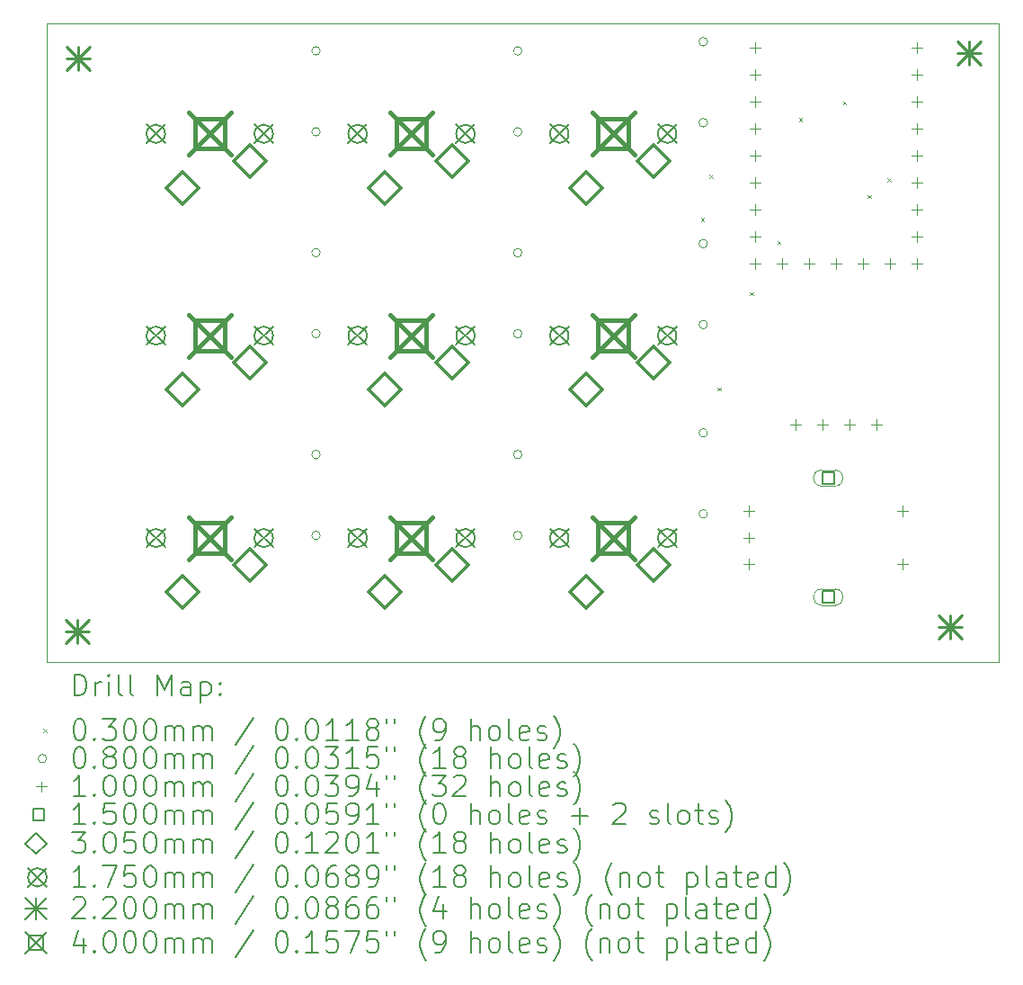
<source format=gbr>
%TF.GenerationSoftware,KiCad,Pcbnew,8.0.0*%
%TF.CreationDate,2024-03-13T01:46:31+05:30*%
%TF.ProjectId,CoryDora,436f7279-446f-4726-912e-6b696361645f,rev?*%
%TF.SameCoordinates,Original*%
%TF.FileFunction,Drillmap*%
%TF.FilePolarity,Positive*%
%FSLAX45Y45*%
G04 Gerber Fmt 4.5, Leading zero omitted, Abs format (unit mm)*
G04 Created by KiCad (PCBNEW 8.0.0) date 2024-03-13 01:46:31*
%MOMM*%
%LPD*%
G01*
G04 APERTURE LIST*
%ADD10C,0.050000*%
%ADD11C,0.200000*%
%ADD12C,0.100000*%
%ADD13C,0.150000*%
%ADD14C,0.305000*%
%ADD15C,0.175000*%
%ADD16C,0.220000*%
%ADD17C,0.400000*%
G04 APERTURE END LIST*
D10*
X8130540Y-8562286D02*
X17091660Y-8562286D01*
X17091660Y-14571926D01*
X8130540Y-14571926D01*
X8130540Y-8562286D01*
D11*
D12*
X14290280Y-10388786D02*
X14320280Y-10418786D01*
X14320280Y-10388786D02*
X14290280Y-10418786D01*
X14371560Y-9984926D02*
X14401560Y-10014926D01*
X14401560Y-9984926D02*
X14371560Y-10014926D01*
X14445220Y-11986446D02*
X14475220Y-12016446D01*
X14475220Y-11986446D02*
X14445220Y-12016446D01*
X14752560Y-11087286D02*
X14782560Y-11117286D01*
X14782560Y-11087286D02*
X14752560Y-11117286D01*
X15009100Y-10604686D02*
X15039100Y-10634686D01*
X15039100Y-10604686D02*
X15009100Y-10634686D01*
X15214840Y-9448986D02*
X15244840Y-9478986D01*
X15244840Y-9448986D02*
X15214840Y-9478986D01*
X15628860Y-9294046D02*
X15658860Y-9324046D01*
X15658860Y-9294046D02*
X15628860Y-9324046D01*
X15860000Y-10175426D02*
X15890000Y-10205426D01*
X15890000Y-10175426D02*
X15860000Y-10205426D01*
X16045420Y-10015406D02*
X16075420Y-10045406D01*
X16075420Y-10015406D02*
X16045420Y-10045406D01*
X10704500Y-8817326D02*
G75*
G02*
X10624500Y-8817326I-40000J0D01*
G01*
X10624500Y-8817326D02*
G75*
G02*
X10704500Y-8817326I40000J0D01*
G01*
X10704500Y-9579326D02*
G75*
G02*
X10624500Y-9579326I-40000J0D01*
G01*
X10624500Y-9579326D02*
G75*
G02*
X10704500Y-9579326I40000J0D01*
G01*
X10704500Y-10717326D02*
G75*
G02*
X10624500Y-10717326I-40000J0D01*
G01*
X10624500Y-10717326D02*
G75*
G02*
X10704500Y-10717326I40000J0D01*
G01*
X10704500Y-11479326D02*
G75*
G02*
X10624500Y-11479326I-40000J0D01*
G01*
X10624500Y-11479326D02*
G75*
G02*
X10704500Y-11479326I40000J0D01*
G01*
X10704500Y-12617326D02*
G75*
G02*
X10624500Y-12617326I-40000J0D01*
G01*
X10624500Y-12617326D02*
G75*
G02*
X10704500Y-12617326I40000J0D01*
G01*
X10704500Y-13379326D02*
G75*
G02*
X10624500Y-13379326I-40000J0D01*
G01*
X10624500Y-13379326D02*
G75*
G02*
X10704500Y-13379326I40000J0D01*
G01*
X12604500Y-8817326D02*
G75*
G02*
X12524500Y-8817326I-40000J0D01*
G01*
X12524500Y-8817326D02*
G75*
G02*
X12604500Y-8817326I40000J0D01*
G01*
X12604500Y-9579326D02*
G75*
G02*
X12524500Y-9579326I-40000J0D01*
G01*
X12524500Y-9579326D02*
G75*
G02*
X12604500Y-9579326I40000J0D01*
G01*
X12604500Y-10717326D02*
G75*
G02*
X12524500Y-10717326I-40000J0D01*
G01*
X12524500Y-10717326D02*
G75*
G02*
X12604500Y-10717326I40000J0D01*
G01*
X12604500Y-11479326D02*
G75*
G02*
X12524500Y-11479326I-40000J0D01*
G01*
X12524500Y-11479326D02*
G75*
G02*
X12604500Y-11479326I40000J0D01*
G01*
X12604500Y-12617326D02*
G75*
G02*
X12524500Y-12617326I-40000J0D01*
G01*
X12524500Y-12617326D02*
G75*
G02*
X12604500Y-12617326I40000J0D01*
G01*
X12604500Y-13379326D02*
G75*
G02*
X12524500Y-13379326I-40000J0D01*
G01*
X12524500Y-13379326D02*
G75*
G02*
X12604500Y-13379326I40000J0D01*
G01*
X14352593Y-8731282D02*
G75*
G02*
X14272593Y-8731282I-40000J0D01*
G01*
X14272593Y-8731282D02*
G75*
G02*
X14352593Y-8731282I40000J0D01*
G01*
X14352593Y-9493282D02*
G75*
G02*
X14272593Y-9493282I-40000J0D01*
G01*
X14272593Y-9493282D02*
G75*
G02*
X14352593Y-9493282I40000J0D01*
G01*
X14352593Y-10631282D02*
G75*
G02*
X14272593Y-10631282I-40000J0D01*
G01*
X14272593Y-10631282D02*
G75*
G02*
X14352593Y-10631282I40000J0D01*
G01*
X14352593Y-11393282D02*
G75*
G02*
X14272593Y-11393282I-40000J0D01*
G01*
X14272593Y-11393282D02*
G75*
G02*
X14352593Y-11393282I40000J0D01*
G01*
X14352593Y-12412282D02*
G75*
G02*
X14272593Y-12412282I-40000J0D01*
G01*
X14272593Y-12412282D02*
G75*
G02*
X14352593Y-12412282I40000J0D01*
G01*
X14352593Y-13174282D02*
G75*
G02*
X14272593Y-13174282I-40000J0D01*
G01*
X14272593Y-13174282D02*
G75*
G02*
X14352593Y-13174282I40000J0D01*
G01*
X14739500Y-13098326D02*
X14739500Y-13198326D01*
X14689500Y-13148326D02*
X14789500Y-13148326D01*
X14739500Y-13348326D02*
X14739500Y-13448326D01*
X14689500Y-13398326D02*
X14789500Y-13398326D01*
X14739500Y-13598326D02*
X14739500Y-13698326D01*
X14689500Y-13648326D02*
X14789500Y-13648326D01*
X14802500Y-8738715D02*
X14802500Y-8838715D01*
X14752500Y-8788715D02*
X14852500Y-8788715D01*
X14802500Y-8992715D02*
X14802500Y-9092715D01*
X14752500Y-9042715D02*
X14852500Y-9042715D01*
X14802500Y-9246715D02*
X14802500Y-9346715D01*
X14752500Y-9296715D02*
X14852500Y-9296715D01*
X14802500Y-9500715D02*
X14802500Y-9600715D01*
X14752500Y-9550715D02*
X14852500Y-9550715D01*
X14802500Y-9754715D02*
X14802500Y-9854715D01*
X14752500Y-9804715D02*
X14852500Y-9804715D01*
X14802500Y-10008715D02*
X14802500Y-10108715D01*
X14752500Y-10058715D02*
X14852500Y-10058715D01*
X14802500Y-10262715D02*
X14802500Y-10362715D01*
X14752500Y-10312715D02*
X14852500Y-10312715D01*
X14802500Y-10516715D02*
X14802500Y-10616715D01*
X14752500Y-10566715D02*
X14852500Y-10566715D01*
X14802500Y-10770715D02*
X14802500Y-10870715D01*
X14752500Y-10820715D02*
X14852500Y-10820715D01*
X15056500Y-10770715D02*
X15056500Y-10870715D01*
X15006500Y-10820715D02*
X15106500Y-10820715D01*
X15182500Y-12288326D02*
X15182500Y-12388326D01*
X15132500Y-12338326D02*
X15232500Y-12338326D01*
X15310500Y-10770715D02*
X15310500Y-10870715D01*
X15260500Y-10820715D02*
X15360500Y-10820715D01*
X15436500Y-12288326D02*
X15436500Y-12388326D01*
X15386500Y-12338326D02*
X15486500Y-12338326D01*
X15564500Y-10770715D02*
X15564500Y-10870715D01*
X15514500Y-10820715D02*
X15614500Y-10820715D01*
X15690500Y-12288326D02*
X15690500Y-12388326D01*
X15640500Y-12338326D02*
X15740500Y-12338326D01*
X15818500Y-10770715D02*
X15818500Y-10870715D01*
X15768500Y-10820715D02*
X15868500Y-10820715D01*
X15944500Y-12288326D02*
X15944500Y-12388326D01*
X15894500Y-12338326D02*
X15994500Y-12338326D01*
X16072500Y-10770715D02*
X16072500Y-10870715D01*
X16022500Y-10820715D02*
X16122500Y-10820715D01*
X16189500Y-13098326D02*
X16189500Y-13198326D01*
X16139500Y-13148326D02*
X16239500Y-13148326D01*
X16189500Y-13598326D02*
X16189500Y-13698326D01*
X16139500Y-13648326D02*
X16239500Y-13648326D01*
X16326500Y-8738715D02*
X16326500Y-8838715D01*
X16276500Y-8788715D02*
X16376500Y-8788715D01*
X16326500Y-8992715D02*
X16326500Y-9092715D01*
X16276500Y-9042715D02*
X16376500Y-9042715D01*
X16326500Y-9246715D02*
X16326500Y-9346715D01*
X16276500Y-9296715D02*
X16376500Y-9296715D01*
X16326500Y-9500715D02*
X16326500Y-9600715D01*
X16276500Y-9550715D02*
X16376500Y-9550715D01*
X16326500Y-9754715D02*
X16326500Y-9854715D01*
X16276500Y-9804715D02*
X16376500Y-9804715D01*
X16326500Y-10008715D02*
X16326500Y-10108715D01*
X16276500Y-10058715D02*
X16376500Y-10058715D01*
X16326500Y-10262715D02*
X16326500Y-10362715D01*
X16276500Y-10312715D02*
X16376500Y-10312715D01*
X16326500Y-10516715D02*
X16326500Y-10616715D01*
X16276500Y-10566715D02*
X16376500Y-10566715D01*
X16326500Y-10770715D02*
X16326500Y-10870715D01*
X16276500Y-10820715D02*
X16376500Y-10820715D01*
D13*
X15542533Y-12891360D02*
X15542533Y-12785293D01*
X15436466Y-12785293D01*
X15436466Y-12891360D01*
X15542533Y-12891360D01*
D12*
X15424500Y-12913326D02*
X15554500Y-12913326D01*
X15554500Y-12763326D02*
G75*
G02*
X15554500Y-12913326I0J-75000D01*
G01*
X15554500Y-12763326D02*
X15424500Y-12763326D01*
X15424500Y-12763326D02*
G75*
G03*
X15424500Y-12913326I0J-75000D01*
G01*
D13*
X15542533Y-14011360D02*
X15542533Y-13905293D01*
X15436466Y-13905293D01*
X15436466Y-14011360D01*
X15542533Y-14011360D01*
D12*
X15424500Y-14033326D02*
X15554500Y-14033326D01*
X15554500Y-13883326D02*
G75*
G02*
X15554500Y-14033326I0J-75000D01*
G01*
X15554500Y-13883326D02*
X15424500Y-13883326D01*
X15424500Y-13883326D02*
G75*
G03*
X15424500Y-14033326I0J-75000D01*
G01*
D14*
X9410500Y-10258826D02*
X9563000Y-10106326D01*
X9410500Y-9953826D01*
X9258000Y-10106326D01*
X9410500Y-10258826D01*
X9410500Y-12158826D02*
X9563000Y-12006326D01*
X9410500Y-11853826D01*
X9258000Y-12006326D01*
X9410500Y-12158826D01*
X9410500Y-14063826D02*
X9563000Y-13911326D01*
X9410500Y-13758826D01*
X9258000Y-13911326D01*
X9410500Y-14063826D01*
X10045500Y-10004826D02*
X10198000Y-9852326D01*
X10045500Y-9699826D01*
X9893000Y-9852326D01*
X10045500Y-10004826D01*
X10045500Y-11904826D02*
X10198000Y-11752326D01*
X10045500Y-11599826D01*
X9893000Y-11752326D01*
X10045500Y-11904826D01*
X10045500Y-13809826D02*
X10198000Y-13657326D01*
X10045500Y-13504826D01*
X9893000Y-13657326D01*
X10045500Y-13809826D01*
X11310500Y-10258826D02*
X11463000Y-10106326D01*
X11310500Y-9953826D01*
X11158000Y-10106326D01*
X11310500Y-10258826D01*
X11310500Y-12158826D02*
X11463000Y-12006326D01*
X11310500Y-11853826D01*
X11158000Y-12006326D01*
X11310500Y-12158826D01*
X11310500Y-14063826D02*
X11463000Y-13911326D01*
X11310500Y-13758826D01*
X11158000Y-13911326D01*
X11310500Y-14063826D01*
X11945500Y-10004826D02*
X12098000Y-9852326D01*
X11945500Y-9699826D01*
X11793000Y-9852326D01*
X11945500Y-10004826D01*
X11945500Y-11904826D02*
X12098000Y-11752326D01*
X11945500Y-11599826D01*
X11793000Y-11752326D01*
X11945500Y-11904826D01*
X11945500Y-13809826D02*
X12098000Y-13657326D01*
X11945500Y-13504826D01*
X11793000Y-13657326D01*
X11945500Y-13809826D01*
X13210500Y-10258826D02*
X13363000Y-10106326D01*
X13210500Y-9953826D01*
X13058000Y-10106326D01*
X13210500Y-10258826D01*
X13210500Y-12158826D02*
X13363000Y-12006326D01*
X13210500Y-11853826D01*
X13058000Y-12006326D01*
X13210500Y-12158826D01*
X13210500Y-14063826D02*
X13363000Y-13911326D01*
X13210500Y-13758826D01*
X13058000Y-13911326D01*
X13210500Y-14063826D01*
X13845500Y-10004826D02*
X13998000Y-9852326D01*
X13845500Y-9699826D01*
X13693000Y-9852326D01*
X13845500Y-10004826D01*
X13845500Y-11904826D02*
X13998000Y-11752326D01*
X13845500Y-11599826D01*
X13693000Y-11752326D01*
X13845500Y-11904826D01*
X13845500Y-13809826D02*
X13998000Y-13657326D01*
X13845500Y-13504826D01*
X13693000Y-13657326D01*
X13845500Y-13809826D01*
D15*
X9069000Y-9510826D02*
X9244000Y-9685826D01*
X9244000Y-9510826D02*
X9069000Y-9685826D01*
X9244000Y-9598326D02*
G75*
G02*
X9069000Y-9598326I-87500J0D01*
G01*
X9069000Y-9598326D02*
G75*
G02*
X9244000Y-9598326I87500J0D01*
G01*
X9069000Y-11410826D02*
X9244000Y-11585826D01*
X9244000Y-11410826D02*
X9069000Y-11585826D01*
X9244000Y-11498326D02*
G75*
G02*
X9069000Y-11498326I-87500J0D01*
G01*
X9069000Y-11498326D02*
G75*
G02*
X9244000Y-11498326I87500J0D01*
G01*
X9069000Y-13315826D02*
X9244000Y-13490826D01*
X9244000Y-13315826D02*
X9069000Y-13490826D01*
X9244000Y-13403326D02*
G75*
G02*
X9069000Y-13403326I-87500J0D01*
G01*
X9069000Y-13403326D02*
G75*
G02*
X9244000Y-13403326I87500J0D01*
G01*
X10085000Y-9510826D02*
X10260000Y-9685826D01*
X10260000Y-9510826D02*
X10085000Y-9685826D01*
X10260000Y-9598326D02*
G75*
G02*
X10085000Y-9598326I-87500J0D01*
G01*
X10085000Y-9598326D02*
G75*
G02*
X10260000Y-9598326I87500J0D01*
G01*
X10085000Y-11410826D02*
X10260000Y-11585826D01*
X10260000Y-11410826D02*
X10085000Y-11585826D01*
X10260000Y-11498326D02*
G75*
G02*
X10085000Y-11498326I-87500J0D01*
G01*
X10085000Y-11498326D02*
G75*
G02*
X10260000Y-11498326I87500J0D01*
G01*
X10085000Y-13315826D02*
X10260000Y-13490826D01*
X10260000Y-13315826D02*
X10085000Y-13490826D01*
X10260000Y-13403326D02*
G75*
G02*
X10085000Y-13403326I-87500J0D01*
G01*
X10085000Y-13403326D02*
G75*
G02*
X10260000Y-13403326I87500J0D01*
G01*
X10969000Y-9510826D02*
X11144000Y-9685826D01*
X11144000Y-9510826D02*
X10969000Y-9685826D01*
X11144000Y-9598326D02*
G75*
G02*
X10969000Y-9598326I-87500J0D01*
G01*
X10969000Y-9598326D02*
G75*
G02*
X11144000Y-9598326I87500J0D01*
G01*
X10969000Y-11410826D02*
X11144000Y-11585826D01*
X11144000Y-11410826D02*
X10969000Y-11585826D01*
X11144000Y-11498326D02*
G75*
G02*
X10969000Y-11498326I-87500J0D01*
G01*
X10969000Y-11498326D02*
G75*
G02*
X11144000Y-11498326I87500J0D01*
G01*
X10969000Y-13315826D02*
X11144000Y-13490826D01*
X11144000Y-13315826D02*
X10969000Y-13490826D01*
X11144000Y-13403326D02*
G75*
G02*
X10969000Y-13403326I-87500J0D01*
G01*
X10969000Y-13403326D02*
G75*
G02*
X11144000Y-13403326I87500J0D01*
G01*
X11985000Y-9510826D02*
X12160000Y-9685826D01*
X12160000Y-9510826D02*
X11985000Y-9685826D01*
X12160000Y-9598326D02*
G75*
G02*
X11985000Y-9598326I-87500J0D01*
G01*
X11985000Y-9598326D02*
G75*
G02*
X12160000Y-9598326I87500J0D01*
G01*
X11985000Y-11410826D02*
X12160000Y-11585826D01*
X12160000Y-11410826D02*
X11985000Y-11585826D01*
X12160000Y-11498326D02*
G75*
G02*
X11985000Y-11498326I-87500J0D01*
G01*
X11985000Y-11498326D02*
G75*
G02*
X12160000Y-11498326I87500J0D01*
G01*
X11985000Y-13315826D02*
X12160000Y-13490826D01*
X12160000Y-13315826D02*
X11985000Y-13490826D01*
X12160000Y-13403326D02*
G75*
G02*
X11985000Y-13403326I-87500J0D01*
G01*
X11985000Y-13403326D02*
G75*
G02*
X12160000Y-13403326I87500J0D01*
G01*
X12869000Y-9510826D02*
X13044000Y-9685826D01*
X13044000Y-9510826D02*
X12869000Y-9685826D01*
X13044000Y-9598326D02*
G75*
G02*
X12869000Y-9598326I-87500J0D01*
G01*
X12869000Y-9598326D02*
G75*
G02*
X13044000Y-9598326I87500J0D01*
G01*
X12869000Y-11410826D02*
X13044000Y-11585826D01*
X13044000Y-11410826D02*
X12869000Y-11585826D01*
X13044000Y-11498326D02*
G75*
G02*
X12869000Y-11498326I-87500J0D01*
G01*
X12869000Y-11498326D02*
G75*
G02*
X13044000Y-11498326I87500J0D01*
G01*
X12869000Y-13315826D02*
X13044000Y-13490826D01*
X13044000Y-13315826D02*
X12869000Y-13490826D01*
X13044000Y-13403326D02*
G75*
G02*
X12869000Y-13403326I-87500J0D01*
G01*
X12869000Y-13403326D02*
G75*
G02*
X13044000Y-13403326I87500J0D01*
G01*
X13885000Y-9510826D02*
X14060000Y-9685826D01*
X14060000Y-9510826D02*
X13885000Y-9685826D01*
X14060000Y-9598326D02*
G75*
G02*
X13885000Y-9598326I-87500J0D01*
G01*
X13885000Y-9598326D02*
G75*
G02*
X14060000Y-9598326I87500J0D01*
G01*
X13885000Y-11410826D02*
X14060000Y-11585826D01*
X14060000Y-11410826D02*
X13885000Y-11585826D01*
X14060000Y-11498326D02*
G75*
G02*
X13885000Y-11498326I-87500J0D01*
G01*
X13885000Y-11498326D02*
G75*
G02*
X14060000Y-11498326I87500J0D01*
G01*
X13885000Y-13315826D02*
X14060000Y-13490826D01*
X14060000Y-13315826D02*
X13885000Y-13490826D01*
X14060000Y-13403326D02*
G75*
G02*
X13885000Y-13403326I-87500J0D01*
G01*
X13885000Y-13403326D02*
G75*
G02*
X14060000Y-13403326I87500J0D01*
G01*
D16*
X8305020Y-14174906D02*
X8525020Y-14394906D01*
X8525020Y-14174906D02*
X8305020Y-14394906D01*
X8415020Y-14174906D02*
X8415020Y-14394906D01*
X8305020Y-14284906D02*
X8525020Y-14284906D01*
X8317720Y-8777406D02*
X8537720Y-8997406D01*
X8537720Y-8777406D02*
X8317720Y-8997406D01*
X8427720Y-8777406D02*
X8427720Y-8997406D01*
X8317720Y-8887406D02*
X8537720Y-8887406D01*
X16529540Y-14131726D02*
X16749540Y-14351726D01*
X16749540Y-14131726D02*
X16529540Y-14351726D01*
X16639540Y-14131726D02*
X16639540Y-14351726D01*
X16529540Y-14241726D02*
X16749540Y-14241726D01*
X16704800Y-8729146D02*
X16924800Y-8949146D01*
X16924800Y-8729146D02*
X16704800Y-8949146D01*
X16814800Y-8729146D02*
X16814800Y-8949146D01*
X16704800Y-8839146D02*
X16924800Y-8839146D01*
D17*
X9464500Y-9398326D02*
X9864500Y-9798326D01*
X9864500Y-9398326D02*
X9464500Y-9798326D01*
X9805923Y-9739749D02*
X9805923Y-9456904D01*
X9523077Y-9456904D01*
X9523077Y-9739749D01*
X9805923Y-9739749D01*
X9464500Y-11298326D02*
X9864500Y-11698326D01*
X9864500Y-11298326D02*
X9464500Y-11698326D01*
X9805923Y-11639749D02*
X9805923Y-11356903D01*
X9523077Y-11356903D01*
X9523077Y-11639749D01*
X9805923Y-11639749D01*
X9464500Y-13203326D02*
X9864500Y-13603326D01*
X9864500Y-13203326D02*
X9464500Y-13603326D01*
X9805923Y-13544749D02*
X9805923Y-13261903D01*
X9523077Y-13261903D01*
X9523077Y-13544749D01*
X9805923Y-13544749D01*
X11364500Y-9398326D02*
X11764500Y-9798326D01*
X11764500Y-9398326D02*
X11364500Y-9798326D01*
X11705923Y-9739749D02*
X11705923Y-9456904D01*
X11423077Y-9456904D01*
X11423077Y-9739749D01*
X11705923Y-9739749D01*
X11364500Y-11298326D02*
X11764500Y-11698326D01*
X11764500Y-11298326D02*
X11364500Y-11698326D01*
X11705923Y-11639749D02*
X11705923Y-11356903D01*
X11423077Y-11356903D01*
X11423077Y-11639749D01*
X11705923Y-11639749D01*
X11364500Y-13203326D02*
X11764500Y-13603326D01*
X11764500Y-13203326D02*
X11364500Y-13603326D01*
X11705923Y-13544749D02*
X11705923Y-13261903D01*
X11423077Y-13261903D01*
X11423077Y-13544749D01*
X11705923Y-13544749D01*
X13264500Y-9398326D02*
X13664500Y-9798326D01*
X13664500Y-9398326D02*
X13264500Y-9798326D01*
X13605923Y-9739749D02*
X13605923Y-9456904D01*
X13323077Y-9456904D01*
X13323077Y-9739749D01*
X13605923Y-9739749D01*
X13264500Y-11298326D02*
X13664500Y-11698326D01*
X13664500Y-11298326D02*
X13264500Y-11698326D01*
X13605923Y-11639749D02*
X13605923Y-11356903D01*
X13323077Y-11356903D01*
X13323077Y-11639749D01*
X13605923Y-11639749D01*
X13264500Y-13203326D02*
X13664500Y-13603326D01*
X13664500Y-13203326D02*
X13264500Y-13603326D01*
X13605923Y-13544749D02*
X13605923Y-13261903D01*
X13323077Y-13261903D01*
X13323077Y-13544749D01*
X13605923Y-13544749D01*
D11*
X8388817Y-14885910D02*
X8388817Y-14685910D01*
X8388817Y-14685910D02*
X8436436Y-14685910D01*
X8436436Y-14685910D02*
X8465007Y-14695434D01*
X8465007Y-14695434D02*
X8484055Y-14714481D01*
X8484055Y-14714481D02*
X8493579Y-14733529D01*
X8493579Y-14733529D02*
X8503103Y-14771624D01*
X8503103Y-14771624D02*
X8503103Y-14800196D01*
X8503103Y-14800196D02*
X8493579Y-14838291D01*
X8493579Y-14838291D02*
X8484055Y-14857338D01*
X8484055Y-14857338D02*
X8465007Y-14876386D01*
X8465007Y-14876386D02*
X8436436Y-14885910D01*
X8436436Y-14885910D02*
X8388817Y-14885910D01*
X8588817Y-14885910D02*
X8588817Y-14752577D01*
X8588817Y-14790672D02*
X8598341Y-14771624D01*
X8598341Y-14771624D02*
X8607864Y-14762100D01*
X8607864Y-14762100D02*
X8626912Y-14752577D01*
X8626912Y-14752577D02*
X8645960Y-14752577D01*
X8712626Y-14885910D02*
X8712626Y-14752577D01*
X8712626Y-14685910D02*
X8703103Y-14695434D01*
X8703103Y-14695434D02*
X8712626Y-14704958D01*
X8712626Y-14704958D02*
X8722150Y-14695434D01*
X8722150Y-14695434D02*
X8712626Y-14685910D01*
X8712626Y-14685910D02*
X8712626Y-14704958D01*
X8836436Y-14885910D02*
X8817388Y-14876386D01*
X8817388Y-14876386D02*
X8807864Y-14857338D01*
X8807864Y-14857338D02*
X8807864Y-14685910D01*
X8941198Y-14885910D02*
X8922150Y-14876386D01*
X8922150Y-14876386D02*
X8912626Y-14857338D01*
X8912626Y-14857338D02*
X8912626Y-14685910D01*
X9169769Y-14885910D02*
X9169769Y-14685910D01*
X9169769Y-14685910D02*
X9236436Y-14828767D01*
X9236436Y-14828767D02*
X9303103Y-14685910D01*
X9303103Y-14685910D02*
X9303103Y-14885910D01*
X9484055Y-14885910D02*
X9484055Y-14781148D01*
X9484055Y-14781148D02*
X9474531Y-14762100D01*
X9474531Y-14762100D02*
X9455484Y-14752577D01*
X9455484Y-14752577D02*
X9417388Y-14752577D01*
X9417388Y-14752577D02*
X9398341Y-14762100D01*
X9484055Y-14876386D02*
X9465007Y-14885910D01*
X9465007Y-14885910D02*
X9417388Y-14885910D01*
X9417388Y-14885910D02*
X9398341Y-14876386D01*
X9398341Y-14876386D02*
X9388817Y-14857338D01*
X9388817Y-14857338D02*
X9388817Y-14838291D01*
X9388817Y-14838291D02*
X9398341Y-14819243D01*
X9398341Y-14819243D02*
X9417388Y-14809719D01*
X9417388Y-14809719D02*
X9465007Y-14809719D01*
X9465007Y-14809719D02*
X9484055Y-14800196D01*
X9579293Y-14752577D02*
X9579293Y-14952577D01*
X9579293Y-14762100D02*
X9598341Y-14752577D01*
X9598341Y-14752577D02*
X9636436Y-14752577D01*
X9636436Y-14752577D02*
X9655484Y-14762100D01*
X9655484Y-14762100D02*
X9665007Y-14771624D01*
X9665007Y-14771624D02*
X9674531Y-14790672D01*
X9674531Y-14790672D02*
X9674531Y-14847815D01*
X9674531Y-14847815D02*
X9665007Y-14866862D01*
X9665007Y-14866862D02*
X9655484Y-14876386D01*
X9655484Y-14876386D02*
X9636436Y-14885910D01*
X9636436Y-14885910D02*
X9598341Y-14885910D01*
X9598341Y-14885910D02*
X9579293Y-14876386D01*
X9760245Y-14866862D02*
X9769769Y-14876386D01*
X9769769Y-14876386D02*
X9760245Y-14885910D01*
X9760245Y-14885910D02*
X9750722Y-14876386D01*
X9750722Y-14876386D02*
X9760245Y-14866862D01*
X9760245Y-14866862D02*
X9760245Y-14885910D01*
X9760245Y-14762100D02*
X9769769Y-14771624D01*
X9769769Y-14771624D02*
X9760245Y-14781148D01*
X9760245Y-14781148D02*
X9750722Y-14771624D01*
X9750722Y-14771624D02*
X9760245Y-14762100D01*
X9760245Y-14762100D02*
X9760245Y-14781148D01*
D12*
X8098040Y-15199426D02*
X8128040Y-15229426D01*
X8128040Y-15199426D02*
X8098040Y-15229426D01*
D11*
X8426912Y-15105910D02*
X8445960Y-15105910D01*
X8445960Y-15105910D02*
X8465007Y-15115434D01*
X8465007Y-15115434D02*
X8474531Y-15124958D01*
X8474531Y-15124958D02*
X8484055Y-15144005D01*
X8484055Y-15144005D02*
X8493579Y-15182100D01*
X8493579Y-15182100D02*
X8493579Y-15229719D01*
X8493579Y-15229719D02*
X8484055Y-15267815D01*
X8484055Y-15267815D02*
X8474531Y-15286862D01*
X8474531Y-15286862D02*
X8465007Y-15296386D01*
X8465007Y-15296386D02*
X8445960Y-15305910D01*
X8445960Y-15305910D02*
X8426912Y-15305910D01*
X8426912Y-15305910D02*
X8407864Y-15296386D01*
X8407864Y-15296386D02*
X8398341Y-15286862D01*
X8398341Y-15286862D02*
X8388817Y-15267815D01*
X8388817Y-15267815D02*
X8379293Y-15229719D01*
X8379293Y-15229719D02*
X8379293Y-15182100D01*
X8379293Y-15182100D02*
X8388817Y-15144005D01*
X8388817Y-15144005D02*
X8398341Y-15124958D01*
X8398341Y-15124958D02*
X8407864Y-15115434D01*
X8407864Y-15115434D02*
X8426912Y-15105910D01*
X8579293Y-15286862D02*
X8588817Y-15296386D01*
X8588817Y-15296386D02*
X8579293Y-15305910D01*
X8579293Y-15305910D02*
X8569769Y-15296386D01*
X8569769Y-15296386D02*
X8579293Y-15286862D01*
X8579293Y-15286862D02*
X8579293Y-15305910D01*
X8655484Y-15105910D02*
X8779293Y-15105910D01*
X8779293Y-15105910D02*
X8712626Y-15182100D01*
X8712626Y-15182100D02*
X8741198Y-15182100D01*
X8741198Y-15182100D02*
X8760245Y-15191624D01*
X8760245Y-15191624D02*
X8769769Y-15201148D01*
X8769769Y-15201148D02*
X8779293Y-15220196D01*
X8779293Y-15220196D02*
X8779293Y-15267815D01*
X8779293Y-15267815D02*
X8769769Y-15286862D01*
X8769769Y-15286862D02*
X8760245Y-15296386D01*
X8760245Y-15296386D02*
X8741198Y-15305910D01*
X8741198Y-15305910D02*
X8684055Y-15305910D01*
X8684055Y-15305910D02*
X8665007Y-15296386D01*
X8665007Y-15296386D02*
X8655484Y-15286862D01*
X8903103Y-15105910D02*
X8922150Y-15105910D01*
X8922150Y-15105910D02*
X8941198Y-15115434D01*
X8941198Y-15115434D02*
X8950722Y-15124958D01*
X8950722Y-15124958D02*
X8960245Y-15144005D01*
X8960245Y-15144005D02*
X8969769Y-15182100D01*
X8969769Y-15182100D02*
X8969769Y-15229719D01*
X8969769Y-15229719D02*
X8960245Y-15267815D01*
X8960245Y-15267815D02*
X8950722Y-15286862D01*
X8950722Y-15286862D02*
X8941198Y-15296386D01*
X8941198Y-15296386D02*
X8922150Y-15305910D01*
X8922150Y-15305910D02*
X8903103Y-15305910D01*
X8903103Y-15305910D02*
X8884055Y-15296386D01*
X8884055Y-15296386D02*
X8874531Y-15286862D01*
X8874531Y-15286862D02*
X8865007Y-15267815D01*
X8865007Y-15267815D02*
X8855484Y-15229719D01*
X8855484Y-15229719D02*
X8855484Y-15182100D01*
X8855484Y-15182100D02*
X8865007Y-15144005D01*
X8865007Y-15144005D02*
X8874531Y-15124958D01*
X8874531Y-15124958D02*
X8884055Y-15115434D01*
X8884055Y-15115434D02*
X8903103Y-15105910D01*
X9093579Y-15105910D02*
X9112626Y-15105910D01*
X9112626Y-15105910D02*
X9131674Y-15115434D01*
X9131674Y-15115434D02*
X9141198Y-15124958D01*
X9141198Y-15124958D02*
X9150722Y-15144005D01*
X9150722Y-15144005D02*
X9160245Y-15182100D01*
X9160245Y-15182100D02*
X9160245Y-15229719D01*
X9160245Y-15229719D02*
X9150722Y-15267815D01*
X9150722Y-15267815D02*
X9141198Y-15286862D01*
X9141198Y-15286862D02*
X9131674Y-15296386D01*
X9131674Y-15296386D02*
X9112626Y-15305910D01*
X9112626Y-15305910D02*
X9093579Y-15305910D01*
X9093579Y-15305910D02*
X9074531Y-15296386D01*
X9074531Y-15296386D02*
X9065007Y-15286862D01*
X9065007Y-15286862D02*
X9055484Y-15267815D01*
X9055484Y-15267815D02*
X9045960Y-15229719D01*
X9045960Y-15229719D02*
X9045960Y-15182100D01*
X9045960Y-15182100D02*
X9055484Y-15144005D01*
X9055484Y-15144005D02*
X9065007Y-15124958D01*
X9065007Y-15124958D02*
X9074531Y-15115434D01*
X9074531Y-15115434D02*
X9093579Y-15105910D01*
X9245960Y-15305910D02*
X9245960Y-15172577D01*
X9245960Y-15191624D02*
X9255484Y-15182100D01*
X9255484Y-15182100D02*
X9274531Y-15172577D01*
X9274531Y-15172577D02*
X9303103Y-15172577D01*
X9303103Y-15172577D02*
X9322150Y-15182100D01*
X9322150Y-15182100D02*
X9331674Y-15201148D01*
X9331674Y-15201148D02*
X9331674Y-15305910D01*
X9331674Y-15201148D02*
X9341198Y-15182100D01*
X9341198Y-15182100D02*
X9360245Y-15172577D01*
X9360245Y-15172577D02*
X9388817Y-15172577D01*
X9388817Y-15172577D02*
X9407865Y-15182100D01*
X9407865Y-15182100D02*
X9417388Y-15201148D01*
X9417388Y-15201148D02*
X9417388Y-15305910D01*
X9512626Y-15305910D02*
X9512626Y-15172577D01*
X9512626Y-15191624D02*
X9522150Y-15182100D01*
X9522150Y-15182100D02*
X9541198Y-15172577D01*
X9541198Y-15172577D02*
X9569769Y-15172577D01*
X9569769Y-15172577D02*
X9588817Y-15182100D01*
X9588817Y-15182100D02*
X9598341Y-15201148D01*
X9598341Y-15201148D02*
X9598341Y-15305910D01*
X9598341Y-15201148D02*
X9607865Y-15182100D01*
X9607865Y-15182100D02*
X9626912Y-15172577D01*
X9626912Y-15172577D02*
X9655484Y-15172577D01*
X9655484Y-15172577D02*
X9674531Y-15182100D01*
X9674531Y-15182100D02*
X9684055Y-15201148D01*
X9684055Y-15201148D02*
X9684055Y-15305910D01*
X10074531Y-15096386D02*
X9903103Y-15353529D01*
X10331674Y-15105910D02*
X10350722Y-15105910D01*
X10350722Y-15105910D02*
X10369769Y-15115434D01*
X10369769Y-15115434D02*
X10379293Y-15124958D01*
X10379293Y-15124958D02*
X10388817Y-15144005D01*
X10388817Y-15144005D02*
X10398341Y-15182100D01*
X10398341Y-15182100D02*
X10398341Y-15229719D01*
X10398341Y-15229719D02*
X10388817Y-15267815D01*
X10388817Y-15267815D02*
X10379293Y-15286862D01*
X10379293Y-15286862D02*
X10369769Y-15296386D01*
X10369769Y-15296386D02*
X10350722Y-15305910D01*
X10350722Y-15305910D02*
X10331674Y-15305910D01*
X10331674Y-15305910D02*
X10312627Y-15296386D01*
X10312627Y-15296386D02*
X10303103Y-15286862D01*
X10303103Y-15286862D02*
X10293579Y-15267815D01*
X10293579Y-15267815D02*
X10284055Y-15229719D01*
X10284055Y-15229719D02*
X10284055Y-15182100D01*
X10284055Y-15182100D02*
X10293579Y-15144005D01*
X10293579Y-15144005D02*
X10303103Y-15124958D01*
X10303103Y-15124958D02*
X10312627Y-15115434D01*
X10312627Y-15115434D02*
X10331674Y-15105910D01*
X10484055Y-15286862D02*
X10493579Y-15296386D01*
X10493579Y-15296386D02*
X10484055Y-15305910D01*
X10484055Y-15305910D02*
X10474531Y-15296386D01*
X10474531Y-15296386D02*
X10484055Y-15286862D01*
X10484055Y-15286862D02*
X10484055Y-15305910D01*
X10617388Y-15105910D02*
X10636436Y-15105910D01*
X10636436Y-15105910D02*
X10655484Y-15115434D01*
X10655484Y-15115434D02*
X10665008Y-15124958D01*
X10665008Y-15124958D02*
X10674531Y-15144005D01*
X10674531Y-15144005D02*
X10684055Y-15182100D01*
X10684055Y-15182100D02*
X10684055Y-15229719D01*
X10684055Y-15229719D02*
X10674531Y-15267815D01*
X10674531Y-15267815D02*
X10665008Y-15286862D01*
X10665008Y-15286862D02*
X10655484Y-15296386D01*
X10655484Y-15296386D02*
X10636436Y-15305910D01*
X10636436Y-15305910D02*
X10617388Y-15305910D01*
X10617388Y-15305910D02*
X10598341Y-15296386D01*
X10598341Y-15296386D02*
X10588817Y-15286862D01*
X10588817Y-15286862D02*
X10579293Y-15267815D01*
X10579293Y-15267815D02*
X10569769Y-15229719D01*
X10569769Y-15229719D02*
X10569769Y-15182100D01*
X10569769Y-15182100D02*
X10579293Y-15144005D01*
X10579293Y-15144005D02*
X10588817Y-15124958D01*
X10588817Y-15124958D02*
X10598341Y-15115434D01*
X10598341Y-15115434D02*
X10617388Y-15105910D01*
X10874531Y-15305910D02*
X10760246Y-15305910D01*
X10817388Y-15305910D02*
X10817388Y-15105910D01*
X10817388Y-15105910D02*
X10798341Y-15134481D01*
X10798341Y-15134481D02*
X10779293Y-15153529D01*
X10779293Y-15153529D02*
X10760246Y-15163053D01*
X11065008Y-15305910D02*
X10950722Y-15305910D01*
X11007865Y-15305910D02*
X11007865Y-15105910D01*
X11007865Y-15105910D02*
X10988817Y-15134481D01*
X10988817Y-15134481D02*
X10969769Y-15153529D01*
X10969769Y-15153529D02*
X10950722Y-15163053D01*
X11179293Y-15191624D02*
X11160246Y-15182100D01*
X11160246Y-15182100D02*
X11150722Y-15172577D01*
X11150722Y-15172577D02*
X11141198Y-15153529D01*
X11141198Y-15153529D02*
X11141198Y-15144005D01*
X11141198Y-15144005D02*
X11150722Y-15124958D01*
X11150722Y-15124958D02*
X11160246Y-15115434D01*
X11160246Y-15115434D02*
X11179293Y-15105910D01*
X11179293Y-15105910D02*
X11217388Y-15105910D01*
X11217388Y-15105910D02*
X11236436Y-15115434D01*
X11236436Y-15115434D02*
X11245960Y-15124958D01*
X11245960Y-15124958D02*
X11255484Y-15144005D01*
X11255484Y-15144005D02*
X11255484Y-15153529D01*
X11255484Y-15153529D02*
X11245960Y-15172577D01*
X11245960Y-15172577D02*
X11236436Y-15182100D01*
X11236436Y-15182100D02*
X11217388Y-15191624D01*
X11217388Y-15191624D02*
X11179293Y-15191624D01*
X11179293Y-15191624D02*
X11160246Y-15201148D01*
X11160246Y-15201148D02*
X11150722Y-15210672D01*
X11150722Y-15210672D02*
X11141198Y-15229719D01*
X11141198Y-15229719D02*
X11141198Y-15267815D01*
X11141198Y-15267815D02*
X11150722Y-15286862D01*
X11150722Y-15286862D02*
X11160246Y-15296386D01*
X11160246Y-15296386D02*
X11179293Y-15305910D01*
X11179293Y-15305910D02*
X11217388Y-15305910D01*
X11217388Y-15305910D02*
X11236436Y-15296386D01*
X11236436Y-15296386D02*
X11245960Y-15286862D01*
X11245960Y-15286862D02*
X11255484Y-15267815D01*
X11255484Y-15267815D02*
X11255484Y-15229719D01*
X11255484Y-15229719D02*
X11245960Y-15210672D01*
X11245960Y-15210672D02*
X11236436Y-15201148D01*
X11236436Y-15201148D02*
X11217388Y-15191624D01*
X11331674Y-15105910D02*
X11331674Y-15144005D01*
X11407865Y-15105910D02*
X11407865Y-15144005D01*
X11703103Y-15382100D02*
X11693579Y-15372577D01*
X11693579Y-15372577D02*
X11674531Y-15344005D01*
X11674531Y-15344005D02*
X11665008Y-15324958D01*
X11665008Y-15324958D02*
X11655484Y-15296386D01*
X11655484Y-15296386D02*
X11645960Y-15248767D01*
X11645960Y-15248767D02*
X11645960Y-15210672D01*
X11645960Y-15210672D02*
X11655484Y-15163053D01*
X11655484Y-15163053D02*
X11665008Y-15134481D01*
X11665008Y-15134481D02*
X11674531Y-15115434D01*
X11674531Y-15115434D02*
X11693579Y-15086862D01*
X11693579Y-15086862D02*
X11703103Y-15077338D01*
X11788817Y-15305910D02*
X11826912Y-15305910D01*
X11826912Y-15305910D02*
X11845960Y-15296386D01*
X11845960Y-15296386D02*
X11855484Y-15286862D01*
X11855484Y-15286862D02*
X11874531Y-15258291D01*
X11874531Y-15258291D02*
X11884055Y-15220196D01*
X11884055Y-15220196D02*
X11884055Y-15144005D01*
X11884055Y-15144005D02*
X11874531Y-15124958D01*
X11874531Y-15124958D02*
X11865008Y-15115434D01*
X11865008Y-15115434D02*
X11845960Y-15105910D01*
X11845960Y-15105910D02*
X11807865Y-15105910D01*
X11807865Y-15105910D02*
X11788817Y-15115434D01*
X11788817Y-15115434D02*
X11779293Y-15124958D01*
X11779293Y-15124958D02*
X11769769Y-15144005D01*
X11769769Y-15144005D02*
X11769769Y-15191624D01*
X11769769Y-15191624D02*
X11779293Y-15210672D01*
X11779293Y-15210672D02*
X11788817Y-15220196D01*
X11788817Y-15220196D02*
X11807865Y-15229719D01*
X11807865Y-15229719D02*
X11845960Y-15229719D01*
X11845960Y-15229719D02*
X11865008Y-15220196D01*
X11865008Y-15220196D02*
X11874531Y-15210672D01*
X11874531Y-15210672D02*
X11884055Y-15191624D01*
X12122150Y-15305910D02*
X12122150Y-15105910D01*
X12207865Y-15305910D02*
X12207865Y-15201148D01*
X12207865Y-15201148D02*
X12198341Y-15182100D01*
X12198341Y-15182100D02*
X12179293Y-15172577D01*
X12179293Y-15172577D02*
X12150722Y-15172577D01*
X12150722Y-15172577D02*
X12131674Y-15182100D01*
X12131674Y-15182100D02*
X12122150Y-15191624D01*
X12331674Y-15305910D02*
X12312627Y-15296386D01*
X12312627Y-15296386D02*
X12303103Y-15286862D01*
X12303103Y-15286862D02*
X12293579Y-15267815D01*
X12293579Y-15267815D02*
X12293579Y-15210672D01*
X12293579Y-15210672D02*
X12303103Y-15191624D01*
X12303103Y-15191624D02*
X12312627Y-15182100D01*
X12312627Y-15182100D02*
X12331674Y-15172577D01*
X12331674Y-15172577D02*
X12360246Y-15172577D01*
X12360246Y-15172577D02*
X12379293Y-15182100D01*
X12379293Y-15182100D02*
X12388817Y-15191624D01*
X12388817Y-15191624D02*
X12398341Y-15210672D01*
X12398341Y-15210672D02*
X12398341Y-15267815D01*
X12398341Y-15267815D02*
X12388817Y-15286862D01*
X12388817Y-15286862D02*
X12379293Y-15296386D01*
X12379293Y-15296386D02*
X12360246Y-15305910D01*
X12360246Y-15305910D02*
X12331674Y-15305910D01*
X12512627Y-15305910D02*
X12493579Y-15296386D01*
X12493579Y-15296386D02*
X12484055Y-15277338D01*
X12484055Y-15277338D02*
X12484055Y-15105910D01*
X12665008Y-15296386D02*
X12645960Y-15305910D01*
X12645960Y-15305910D02*
X12607865Y-15305910D01*
X12607865Y-15305910D02*
X12588817Y-15296386D01*
X12588817Y-15296386D02*
X12579293Y-15277338D01*
X12579293Y-15277338D02*
X12579293Y-15201148D01*
X12579293Y-15201148D02*
X12588817Y-15182100D01*
X12588817Y-15182100D02*
X12607865Y-15172577D01*
X12607865Y-15172577D02*
X12645960Y-15172577D01*
X12645960Y-15172577D02*
X12665008Y-15182100D01*
X12665008Y-15182100D02*
X12674531Y-15201148D01*
X12674531Y-15201148D02*
X12674531Y-15220196D01*
X12674531Y-15220196D02*
X12579293Y-15239243D01*
X12750722Y-15296386D02*
X12769770Y-15305910D01*
X12769770Y-15305910D02*
X12807865Y-15305910D01*
X12807865Y-15305910D02*
X12826912Y-15296386D01*
X12826912Y-15296386D02*
X12836436Y-15277338D01*
X12836436Y-15277338D02*
X12836436Y-15267815D01*
X12836436Y-15267815D02*
X12826912Y-15248767D01*
X12826912Y-15248767D02*
X12807865Y-15239243D01*
X12807865Y-15239243D02*
X12779293Y-15239243D01*
X12779293Y-15239243D02*
X12760246Y-15229719D01*
X12760246Y-15229719D02*
X12750722Y-15210672D01*
X12750722Y-15210672D02*
X12750722Y-15201148D01*
X12750722Y-15201148D02*
X12760246Y-15182100D01*
X12760246Y-15182100D02*
X12779293Y-15172577D01*
X12779293Y-15172577D02*
X12807865Y-15172577D01*
X12807865Y-15172577D02*
X12826912Y-15182100D01*
X12903103Y-15382100D02*
X12912627Y-15372577D01*
X12912627Y-15372577D02*
X12931674Y-15344005D01*
X12931674Y-15344005D02*
X12941198Y-15324958D01*
X12941198Y-15324958D02*
X12950722Y-15296386D01*
X12950722Y-15296386D02*
X12960246Y-15248767D01*
X12960246Y-15248767D02*
X12960246Y-15210672D01*
X12960246Y-15210672D02*
X12950722Y-15163053D01*
X12950722Y-15163053D02*
X12941198Y-15134481D01*
X12941198Y-15134481D02*
X12931674Y-15115434D01*
X12931674Y-15115434D02*
X12912627Y-15086862D01*
X12912627Y-15086862D02*
X12903103Y-15077338D01*
D12*
X8128040Y-15478426D02*
G75*
G02*
X8048040Y-15478426I-40000J0D01*
G01*
X8048040Y-15478426D02*
G75*
G02*
X8128040Y-15478426I40000J0D01*
G01*
D11*
X8426912Y-15369910D02*
X8445960Y-15369910D01*
X8445960Y-15369910D02*
X8465007Y-15379434D01*
X8465007Y-15379434D02*
X8474531Y-15388958D01*
X8474531Y-15388958D02*
X8484055Y-15408005D01*
X8484055Y-15408005D02*
X8493579Y-15446100D01*
X8493579Y-15446100D02*
X8493579Y-15493719D01*
X8493579Y-15493719D02*
X8484055Y-15531815D01*
X8484055Y-15531815D02*
X8474531Y-15550862D01*
X8474531Y-15550862D02*
X8465007Y-15560386D01*
X8465007Y-15560386D02*
X8445960Y-15569910D01*
X8445960Y-15569910D02*
X8426912Y-15569910D01*
X8426912Y-15569910D02*
X8407864Y-15560386D01*
X8407864Y-15560386D02*
X8398341Y-15550862D01*
X8398341Y-15550862D02*
X8388817Y-15531815D01*
X8388817Y-15531815D02*
X8379293Y-15493719D01*
X8379293Y-15493719D02*
X8379293Y-15446100D01*
X8379293Y-15446100D02*
X8388817Y-15408005D01*
X8388817Y-15408005D02*
X8398341Y-15388958D01*
X8398341Y-15388958D02*
X8407864Y-15379434D01*
X8407864Y-15379434D02*
X8426912Y-15369910D01*
X8579293Y-15550862D02*
X8588817Y-15560386D01*
X8588817Y-15560386D02*
X8579293Y-15569910D01*
X8579293Y-15569910D02*
X8569769Y-15560386D01*
X8569769Y-15560386D02*
X8579293Y-15550862D01*
X8579293Y-15550862D02*
X8579293Y-15569910D01*
X8703103Y-15455624D02*
X8684055Y-15446100D01*
X8684055Y-15446100D02*
X8674531Y-15436577D01*
X8674531Y-15436577D02*
X8665007Y-15417529D01*
X8665007Y-15417529D02*
X8665007Y-15408005D01*
X8665007Y-15408005D02*
X8674531Y-15388958D01*
X8674531Y-15388958D02*
X8684055Y-15379434D01*
X8684055Y-15379434D02*
X8703103Y-15369910D01*
X8703103Y-15369910D02*
X8741198Y-15369910D01*
X8741198Y-15369910D02*
X8760245Y-15379434D01*
X8760245Y-15379434D02*
X8769769Y-15388958D01*
X8769769Y-15388958D02*
X8779293Y-15408005D01*
X8779293Y-15408005D02*
X8779293Y-15417529D01*
X8779293Y-15417529D02*
X8769769Y-15436577D01*
X8769769Y-15436577D02*
X8760245Y-15446100D01*
X8760245Y-15446100D02*
X8741198Y-15455624D01*
X8741198Y-15455624D02*
X8703103Y-15455624D01*
X8703103Y-15455624D02*
X8684055Y-15465148D01*
X8684055Y-15465148D02*
X8674531Y-15474672D01*
X8674531Y-15474672D02*
X8665007Y-15493719D01*
X8665007Y-15493719D02*
X8665007Y-15531815D01*
X8665007Y-15531815D02*
X8674531Y-15550862D01*
X8674531Y-15550862D02*
X8684055Y-15560386D01*
X8684055Y-15560386D02*
X8703103Y-15569910D01*
X8703103Y-15569910D02*
X8741198Y-15569910D01*
X8741198Y-15569910D02*
X8760245Y-15560386D01*
X8760245Y-15560386D02*
X8769769Y-15550862D01*
X8769769Y-15550862D02*
X8779293Y-15531815D01*
X8779293Y-15531815D02*
X8779293Y-15493719D01*
X8779293Y-15493719D02*
X8769769Y-15474672D01*
X8769769Y-15474672D02*
X8760245Y-15465148D01*
X8760245Y-15465148D02*
X8741198Y-15455624D01*
X8903103Y-15369910D02*
X8922150Y-15369910D01*
X8922150Y-15369910D02*
X8941198Y-15379434D01*
X8941198Y-15379434D02*
X8950722Y-15388958D01*
X8950722Y-15388958D02*
X8960245Y-15408005D01*
X8960245Y-15408005D02*
X8969769Y-15446100D01*
X8969769Y-15446100D02*
X8969769Y-15493719D01*
X8969769Y-15493719D02*
X8960245Y-15531815D01*
X8960245Y-15531815D02*
X8950722Y-15550862D01*
X8950722Y-15550862D02*
X8941198Y-15560386D01*
X8941198Y-15560386D02*
X8922150Y-15569910D01*
X8922150Y-15569910D02*
X8903103Y-15569910D01*
X8903103Y-15569910D02*
X8884055Y-15560386D01*
X8884055Y-15560386D02*
X8874531Y-15550862D01*
X8874531Y-15550862D02*
X8865007Y-15531815D01*
X8865007Y-15531815D02*
X8855484Y-15493719D01*
X8855484Y-15493719D02*
X8855484Y-15446100D01*
X8855484Y-15446100D02*
X8865007Y-15408005D01*
X8865007Y-15408005D02*
X8874531Y-15388958D01*
X8874531Y-15388958D02*
X8884055Y-15379434D01*
X8884055Y-15379434D02*
X8903103Y-15369910D01*
X9093579Y-15369910D02*
X9112626Y-15369910D01*
X9112626Y-15369910D02*
X9131674Y-15379434D01*
X9131674Y-15379434D02*
X9141198Y-15388958D01*
X9141198Y-15388958D02*
X9150722Y-15408005D01*
X9150722Y-15408005D02*
X9160245Y-15446100D01*
X9160245Y-15446100D02*
X9160245Y-15493719D01*
X9160245Y-15493719D02*
X9150722Y-15531815D01*
X9150722Y-15531815D02*
X9141198Y-15550862D01*
X9141198Y-15550862D02*
X9131674Y-15560386D01*
X9131674Y-15560386D02*
X9112626Y-15569910D01*
X9112626Y-15569910D02*
X9093579Y-15569910D01*
X9093579Y-15569910D02*
X9074531Y-15560386D01*
X9074531Y-15560386D02*
X9065007Y-15550862D01*
X9065007Y-15550862D02*
X9055484Y-15531815D01*
X9055484Y-15531815D02*
X9045960Y-15493719D01*
X9045960Y-15493719D02*
X9045960Y-15446100D01*
X9045960Y-15446100D02*
X9055484Y-15408005D01*
X9055484Y-15408005D02*
X9065007Y-15388958D01*
X9065007Y-15388958D02*
X9074531Y-15379434D01*
X9074531Y-15379434D02*
X9093579Y-15369910D01*
X9245960Y-15569910D02*
X9245960Y-15436577D01*
X9245960Y-15455624D02*
X9255484Y-15446100D01*
X9255484Y-15446100D02*
X9274531Y-15436577D01*
X9274531Y-15436577D02*
X9303103Y-15436577D01*
X9303103Y-15436577D02*
X9322150Y-15446100D01*
X9322150Y-15446100D02*
X9331674Y-15465148D01*
X9331674Y-15465148D02*
X9331674Y-15569910D01*
X9331674Y-15465148D02*
X9341198Y-15446100D01*
X9341198Y-15446100D02*
X9360245Y-15436577D01*
X9360245Y-15436577D02*
X9388817Y-15436577D01*
X9388817Y-15436577D02*
X9407865Y-15446100D01*
X9407865Y-15446100D02*
X9417388Y-15465148D01*
X9417388Y-15465148D02*
X9417388Y-15569910D01*
X9512626Y-15569910D02*
X9512626Y-15436577D01*
X9512626Y-15455624D02*
X9522150Y-15446100D01*
X9522150Y-15446100D02*
X9541198Y-15436577D01*
X9541198Y-15436577D02*
X9569769Y-15436577D01*
X9569769Y-15436577D02*
X9588817Y-15446100D01*
X9588817Y-15446100D02*
X9598341Y-15465148D01*
X9598341Y-15465148D02*
X9598341Y-15569910D01*
X9598341Y-15465148D02*
X9607865Y-15446100D01*
X9607865Y-15446100D02*
X9626912Y-15436577D01*
X9626912Y-15436577D02*
X9655484Y-15436577D01*
X9655484Y-15436577D02*
X9674531Y-15446100D01*
X9674531Y-15446100D02*
X9684055Y-15465148D01*
X9684055Y-15465148D02*
X9684055Y-15569910D01*
X10074531Y-15360386D02*
X9903103Y-15617529D01*
X10331674Y-15369910D02*
X10350722Y-15369910D01*
X10350722Y-15369910D02*
X10369769Y-15379434D01*
X10369769Y-15379434D02*
X10379293Y-15388958D01*
X10379293Y-15388958D02*
X10388817Y-15408005D01*
X10388817Y-15408005D02*
X10398341Y-15446100D01*
X10398341Y-15446100D02*
X10398341Y-15493719D01*
X10398341Y-15493719D02*
X10388817Y-15531815D01*
X10388817Y-15531815D02*
X10379293Y-15550862D01*
X10379293Y-15550862D02*
X10369769Y-15560386D01*
X10369769Y-15560386D02*
X10350722Y-15569910D01*
X10350722Y-15569910D02*
X10331674Y-15569910D01*
X10331674Y-15569910D02*
X10312627Y-15560386D01*
X10312627Y-15560386D02*
X10303103Y-15550862D01*
X10303103Y-15550862D02*
X10293579Y-15531815D01*
X10293579Y-15531815D02*
X10284055Y-15493719D01*
X10284055Y-15493719D02*
X10284055Y-15446100D01*
X10284055Y-15446100D02*
X10293579Y-15408005D01*
X10293579Y-15408005D02*
X10303103Y-15388958D01*
X10303103Y-15388958D02*
X10312627Y-15379434D01*
X10312627Y-15379434D02*
X10331674Y-15369910D01*
X10484055Y-15550862D02*
X10493579Y-15560386D01*
X10493579Y-15560386D02*
X10484055Y-15569910D01*
X10484055Y-15569910D02*
X10474531Y-15560386D01*
X10474531Y-15560386D02*
X10484055Y-15550862D01*
X10484055Y-15550862D02*
X10484055Y-15569910D01*
X10617388Y-15369910D02*
X10636436Y-15369910D01*
X10636436Y-15369910D02*
X10655484Y-15379434D01*
X10655484Y-15379434D02*
X10665008Y-15388958D01*
X10665008Y-15388958D02*
X10674531Y-15408005D01*
X10674531Y-15408005D02*
X10684055Y-15446100D01*
X10684055Y-15446100D02*
X10684055Y-15493719D01*
X10684055Y-15493719D02*
X10674531Y-15531815D01*
X10674531Y-15531815D02*
X10665008Y-15550862D01*
X10665008Y-15550862D02*
X10655484Y-15560386D01*
X10655484Y-15560386D02*
X10636436Y-15569910D01*
X10636436Y-15569910D02*
X10617388Y-15569910D01*
X10617388Y-15569910D02*
X10598341Y-15560386D01*
X10598341Y-15560386D02*
X10588817Y-15550862D01*
X10588817Y-15550862D02*
X10579293Y-15531815D01*
X10579293Y-15531815D02*
X10569769Y-15493719D01*
X10569769Y-15493719D02*
X10569769Y-15446100D01*
X10569769Y-15446100D02*
X10579293Y-15408005D01*
X10579293Y-15408005D02*
X10588817Y-15388958D01*
X10588817Y-15388958D02*
X10598341Y-15379434D01*
X10598341Y-15379434D02*
X10617388Y-15369910D01*
X10750722Y-15369910D02*
X10874531Y-15369910D01*
X10874531Y-15369910D02*
X10807865Y-15446100D01*
X10807865Y-15446100D02*
X10836436Y-15446100D01*
X10836436Y-15446100D02*
X10855484Y-15455624D01*
X10855484Y-15455624D02*
X10865008Y-15465148D01*
X10865008Y-15465148D02*
X10874531Y-15484196D01*
X10874531Y-15484196D02*
X10874531Y-15531815D01*
X10874531Y-15531815D02*
X10865008Y-15550862D01*
X10865008Y-15550862D02*
X10855484Y-15560386D01*
X10855484Y-15560386D02*
X10836436Y-15569910D01*
X10836436Y-15569910D02*
X10779293Y-15569910D01*
X10779293Y-15569910D02*
X10760246Y-15560386D01*
X10760246Y-15560386D02*
X10750722Y-15550862D01*
X11065008Y-15569910D02*
X10950722Y-15569910D01*
X11007865Y-15569910D02*
X11007865Y-15369910D01*
X11007865Y-15369910D02*
X10988817Y-15398481D01*
X10988817Y-15398481D02*
X10969769Y-15417529D01*
X10969769Y-15417529D02*
X10950722Y-15427053D01*
X11245960Y-15369910D02*
X11150722Y-15369910D01*
X11150722Y-15369910D02*
X11141198Y-15465148D01*
X11141198Y-15465148D02*
X11150722Y-15455624D01*
X11150722Y-15455624D02*
X11169769Y-15446100D01*
X11169769Y-15446100D02*
X11217388Y-15446100D01*
X11217388Y-15446100D02*
X11236436Y-15455624D01*
X11236436Y-15455624D02*
X11245960Y-15465148D01*
X11245960Y-15465148D02*
X11255484Y-15484196D01*
X11255484Y-15484196D02*
X11255484Y-15531815D01*
X11255484Y-15531815D02*
X11245960Y-15550862D01*
X11245960Y-15550862D02*
X11236436Y-15560386D01*
X11236436Y-15560386D02*
X11217388Y-15569910D01*
X11217388Y-15569910D02*
X11169769Y-15569910D01*
X11169769Y-15569910D02*
X11150722Y-15560386D01*
X11150722Y-15560386D02*
X11141198Y-15550862D01*
X11331674Y-15369910D02*
X11331674Y-15408005D01*
X11407865Y-15369910D02*
X11407865Y-15408005D01*
X11703103Y-15646100D02*
X11693579Y-15636577D01*
X11693579Y-15636577D02*
X11674531Y-15608005D01*
X11674531Y-15608005D02*
X11665008Y-15588958D01*
X11665008Y-15588958D02*
X11655484Y-15560386D01*
X11655484Y-15560386D02*
X11645960Y-15512767D01*
X11645960Y-15512767D02*
X11645960Y-15474672D01*
X11645960Y-15474672D02*
X11655484Y-15427053D01*
X11655484Y-15427053D02*
X11665008Y-15398481D01*
X11665008Y-15398481D02*
X11674531Y-15379434D01*
X11674531Y-15379434D02*
X11693579Y-15350862D01*
X11693579Y-15350862D02*
X11703103Y-15341338D01*
X11884055Y-15569910D02*
X11769769Y-15569910D01*
X11826912Y-15569910D02*
X11826912Y-15369910D01*
X11826912Y-15369910D02*
X11807865Y-15398481D01*
X11807865Y-15398481D02*
X11788817Y-15417529D01*
X11788817Y-15417529D02*
X11769769Y-15427053D01*
X11998341Y-15455624D02*
X11979293Y-15446100D01*
X11979293Y-15446100D02*
X11969769Y-15436577D01*
X11969769Y-15436577D02*
X11960246Y-15417529D01*
X11960246Y-15417529D02*
X11960246Y-15408005D01*
X11960246Y-15408005D02*
X11969769Y-15388958D01*
X11969769Y-15388958D02*
X11979293Y-15379434D01*
X11979293Y-15379434D02*
X11998341Y-15369910D01*
X11998341Y-15369910D02*
X12036436Y-15369910D01*
X12036436Y-15369910D02*
X12055484Y-15379434D01*
X12055484Y-15379434D02*
X12065008Y-15388958D01*
X12065008Y-15388958D02*
X12074531Y-15408005D01*
X12074531Y-15408005D02*
X12074531Y-15417529D01*
X12074531Y-15417529D02*
X12065008Y-15436577D01*
X12065008Y-15436577D02*
X12055484Y-15446100D01*
X12055484Y-15446100D02*
X12036436Y-15455624D01*
X12036436Y-15455624D02*
X11998341Y-15455624D01*
X11998341Y-15455624D02*
X11979293Y-15465148D01*
X11979293Y-15465148D02*
X11969769Y-15474672D01*
X11969769Y-15474672D02*
X11960246Y-15493719D01*
X11960246Y-15493719D02*
X11960246Y-15531815D01*
X11960246Y-15531815D02*
X11969769Y-15550862D01*
X11969769Y-15550862D02*
X11979293Y-15560386D01*
X11979293Y-15560386D02*
X11998341Y-15569910D01*
X11998341Y-15569910D02*
X12036436Y-15569910D01*
X12036436Y-15569910D02*
X12055484Y-15560386D01*
X12055484Y-15560386D02*
X12065008Y-15550862D01*
X12065008Y-15550862D02*
X12074531Y-15531815D01*
X12074531Y-15531815D02*
X12074531Y-15493719D01*
X12074531Y-15493719D02*
X12065008Y-15474672D01*
X12065008Y-15474672D02*
X12055484Y-15465148D01*
X12055484Y-15465148D02*
X12036436Y-15455624D01*
X12312627Y-15569910D02*
X12312627Y-15369910D01*
X12398341Y-15569910D02*
X12398341Y-15465148D01*
X12398341Y-15465148D02*
X12388817Y-15446100D01*
X12388817Y-15446100D02*
X12369770Y-15436577D01*
X12369770Y-15436577D02*
X12341198Y-15436577D01*
X12341198Y-15436577D02*
X12322150Y-15446100D01*
X12322150Y-15446100D02*
X12312627Y-15455624D01*
X12522150Y-15569910D02*
X12503103Y-15560386D01*
X12503103Y-15560386D02*
X12493579Y-15550862D01*
X12493579Y-15550862D02*
X12484055Y-15531815D01*
X12484055Y-15531815D02*
X12484055Y-15474672D01*
X12484055Y-15474672D02*
X12493579Y-15455624D01*
X12493579Y-15455624D02*
X12503103Y-15446100D01*
X12503103Y-15446100D02*
X12522150Y-15436577D01*
X12522150Y-15436577D02*
X12550722Y-15436577D01*
X12550722Y-15436577D02*
X12569770Y-15446100D01*
X12569770Y-15446100D02*
X12579293Y-15455624D01*
X12579293Y-15455624D02*
X12588817Y-15474672D01*
X12588817Y-15474672D02*
X12588817Y-15531815D01*
X12588817Y-15531815D02*
X12579293Y-15550862D01*
X12579293Y-15550862D02*
X12569770Y-15560386D01*
X12569770Y-15560386D02*
X12550722Y-15569910D01*
X12550722Y-15569910D02*
X12522150Y-15569910D01*
X12703103Y-15569910D02*
X12684055Y-15560386D01*
X12684055Y-15560386D02*
X12674531Y-15541338D01*
X12674531Y-15541338D02*
X12674531Y-15369910D01*
X12855484Y-15560386D02*
X12836436Y-15569910D01*
X12836436Y-15569910D02*
X12798341Y-15569910D01*
X12798341Y-15569910D02*
X12779293Y-15560386D01*
X12779293Y-15560386D02*
X12769770Y-15541338D01*
X12769770Y-15541338D02*
X12769770Y-15465148D01*
X12769770Y-15465148D02*
X12779293Y-15446100D01*
X12779293Y-15446100D02*
X12798341Y-15436577D01*
X12798341Y-15436577D02*
X12836436Y-15436577D01*
X12836436Y-15436577D02*
X12855484Y-15446100D01*
X12855484Y-15446100D02*
X12865008Y-15465148D01*
X12865008Y-15465148D02*
X12865008Y-15484196D01*
X12865008Y-15484196D02*
X12769770Y-15503243D01*
X12941198Y-15560386D02*
X12960246Y-15569910D01*
X12960246Y-15569910D02*
X12998341Y-15569910D01*
X12998341Y-15569910D02*
X13017389Y-15560386D01*
X13017389Y-15560386D02*
X13026912Y-15541338D01*
X13026912Y-15541338D02*
X13026912Y-15531815D01*
X13026912Y-15531815D02*
X13017389Y-15512767D01*
X13017389Y-15512767D02*
X12998341Y-15503243D01*
X12998341Y-15503243D02*
X12969770Y-15503243D01*
X12969770Y-15503243D02*
X12950722Y-15493719D01*
X12950722Y-15493719D02*
X12941198Y-15474672D01*
X12941198Y-15474672D02*
X12941198Y-15465148D01*
X12941198Y-15465148D02*
X12950722Y-15446100D01*
X12950722Y-15446100D02*
X12969770Y-15436577D01*
X12969770Y-15436577D02*
X12998341Y-15436577D01*
X12998341Y-15436577D02*
X13017389Y-15446100D01*
X13093579Y-15646100D02*
X13103103Y-15636577D01*
X13103103Y-15636577D02*
X13122151Y-15608005D01*
X13122151Y-15608005D02*
X13131674Y-15588958D01*
X13131674Y-15588958D02*
X13141198Y-15560386D01*
X13141198Y-15560386D02*
X13150722Y-15512767D01*
X13150722Y-15512767D02*
X13150722Y-15474672D01*
X13150722Y-15474672D02*
X13141198Y-15427053D01*
X13141198Y-15427053D02*
X13131674Y-15398481D01*
X13131674Y-15398481D02*
X13122151Y-15379434D01*
X13122151Y-15379434D02*
X13103103Y-15350862D01*
X13103103Y-15350862D02*
X13093579Y-15341338D01*
D12*
X8078040Y-15692426D02*
X8078040Y-15792426D01*
X8028040Y-15742426D02*
X8128040Y-15742426D01*
D11*
X8493579Y-15833910D02*
X8379293Y-15833910D01*
X8436436Y-15833910D02*
X8436436Y-15633910D01*
X8436436Y-15633910D02*
X8417388Y-15662481D01*
X8417388Y-15662481D02*
X8398341Y-15681529D01*
X8398341Y-15681529D02*
X8379293Y-15691053D01*
X8579293Y-15814862D02*
X8588817Y-15824386D01*
X8588817Y-15824386D02*
X8579293Y-15833910D01*
X8579293Y-15833910D02*
X8569769Y-15824386D01*
X8569769Y-15824386D02*
X8579293Y-15814862D01*
X8579293Y-15814862D02*
X8579293Y-15833910D01*
X8712626Y-15633910D02*
X8731674Y-15633910D01*
X8731674Y-15633910D02*
X8750722Y-15643434D01*
X8750722Y-15643434D02*
X8760245Y-15652958D01*
X8760245Y-15652958D02*
X8769769Y-15672005D01*
X8769769Y-15672005D02*
X8779293Y-15710100D01*
X8779293Y-15710100D02*
X8779293Y-15757719D01*
X8779293Y-15757719D02*
X8769769Y-15795815D01*
X8769769Y-15795815D02*
X8760245Y-15814862D01*
X8760245Y-15814862D02*
X8750722Y-15824386D01*
X8750722Y-15824386D02*
X8731674Y-15833910D01*
X8731674Y-15833910D02*
X8712626Y-15833910D01*
X8712626Y-15833910D02*
X8693579Y-15824386D01*
X8693579Y-15824386D02*
X8684055Y-15814862D01*
X8684055Y-15814862D02*
X8674531Y-15795815D01*
X8674531Y-15795815D02*
X8665007Y-15757719D01*
X8665007Y-15757719D02*
X8665007Y-15710100D01*
X8665007Y-15710100D02*
X8674531Y-15672005D01*
X8674531Y-15672005D02*
X8684055Y-15652958D01*
X8684055Y-15652958D02*
X8693579Y-15643434D01*
X8693579Y-15643434D02*
X8712626Y-15633910D01*
X8903103Y-15633910D02*
X8922150Y-15633910D01*
X8922150Y-15633910D02*
X8941198Y-15643434D01*
X8941198Y-15643434D02*
X8950722Y-15652958D01*
X8950722Y-15652958D02*
X8960245Y-15672005D01*
X8960245Y-15672005D02*
X8969769Y-15710100D01*
X8969769Y-15710100D02*
X8969769Y-15757719D01*
X8969769Y-15757719D02*
X8960245Y-15795815D01*
X8960245Y-15795815D02*
X8950722Y-15814862D01*
X8950722Y-15814862D02*
X8941198Y-15824386D01*
X8941198Y-15824386D02*
X8922150Y-15833910D01*
X8922150Y-15833910D02*
X8903103Y-15833910D01*
X8903103Y-15833910D02*
X8884055Y-15824386D01*
X8884055Y-15824386D02*
X8874531Y-15814862D01*
X8874531Y-15814862D02*
X8865007Y-15795815D01*
X8865007Y-15795815D02*
X8855484Y-15757719D01*
X8855484Y-15757719D02*
X8855484Y-15710100D01*
X8855484Y-15710100D02*
X8865007Y-15672005D01*
X8865007Y-15672005D02*
X8874531Y-15652958D01*
X8874531Y-15652958D02*
X8884055Y-15643434D01*
X8884055Y-15643434D02*
X8903103Y-15633910D01*
X9093579Y-15633910D02*
X9112626Y-15633910D01*
X9112626Y-15633910D02*
X9131674Y-15643434D01*
X9131674Y-15643434D02*
X9141198Y-15652958D01*
X9141198Y-15652958D02*
X9150722Y-15672005D01*
X9150722Y-15672005D02*
X9160245Y-15710100D01*
X9160245Y-15710100D02*
X9160245Y-15757719D01*
X9160245Y-15757719D02*
X9150722Y-15795815D01*
X9150722Y-15795815D02*
X9141198Y-15814862D01*
X9141198Y-15814862D02*
X9131674Y-15824386D01*
X9131674Y-15824386D02*
X9112626Y-15833910D01*
X9112626Y-15833910D02*
X9093579Y-15833910D01*
X9093579Y-15833910D02*
X9074531Y-15824386D01*
X9074531Y-15824386D02*
X9065007Y-15814862D01*
X9065007Y-15814862D02*
X9055484Y-15795815D01*
X9055484Y-15795815D02*
X9045960Y-15757719D01*
X9045960Y-15757719D02*
X9045960Y-15710100D01*
X9045960Y-15710100D02*
X9055484Y-15672005D01*
X9055484Y-15672005D02*
X9065007Y-15652958D01*
X9065007Y-15652958D02*
X9074531Y-15643434D01*
X9074531Y-15643434D02*
X9093579Y-15633910D01*
X9245960Y-15833910D02*
X9245960Y-15700577D01*
X9245960Y-15719624D02*
X9255484Y-15710100D01*
X9255484Y-15710100D02*
X9274531Y-15700577D01*
X9274531Y-15700577D02*
X9303103Y-15700577D01*
X9303103Y-15700577D02*
X9322150Y-15710100D01*
X9322150Y-15710100D02*
X9331674Y-15729148D01*
X9331674Y-15729148D02*
X9331674Y-15833910D01*
X9331674Y-15729148D02*
X9341198Y-15710100D01*
X9341198Y-15710100D02*
X9360245Y-15700577D01*
X9360245Y-15700577D02*
X9388817Y-15700577D01*
X9388817Y-15700577D02*
X9407865Y-15710100D01*
X9407865Y-15710100D02*
X9417388Y-15729148D01*
X9417388Y-15729148D02*
X9417388Y-15833910D01*
X9512626Y-15833910D02*
X9512626Y-15700577D01*
X9512626Y-15719624D02*
X9522150Y-15710100D01*
X9522150Y-15710100D02*
X9541198Y-15700577D01*
X9541198Y-15700577D02*
X9569769Y-15700577D01*
X9569769Y-15700577D02*
X9588817Y-15710100D01*
X9588817Y-15710100D02*
X9598341Y-15729148D01*
X9598341Y-15729148D02*
X9598341Y-15833910D01*
X9598341Y-15729148D02*
X9607865Y-15710100D01*
X9607865Y-15710100D02*
X9626912Y-15700577D01*
X9626912Y-15700577D02*
X9655484Y-15700577D01*
X9655484Y-15700577D02*
X9674531Y-15710100D01*
X9674531Y-15710100D02*
X9684055Y-15729148D01*
X9684055Y-15729148D02*
X9684055Y-15833910D01*
X10074531Y-15624386D02*
X9903103Y-15881529D01*
X10331674Y-15633910D02*
X10350722Y-15633910D01*
X10350722Y-15633910D02*
X10369769Y-15643434D01*
X10369769Y-15643434D02*
X10379293Y-15652958D01*
X10379293Y-15652958D02*
X10388817Y-15672005D01*
X10388817Y-15672005D02*
X10398341Y-15710100D01*
X10398341Y-15710100D02*
X10398341Y-15757719D01*
X10398341Y-15757719D02*
X10388817Y-15795815D01*
X10388817Y-15795815D02*
X10379293Y-15814862D01*
X10379293Y-15814862D02*
X10369769Y-15824386D01*
X10369769Y-15824386D02*
X10350722Y-15833910D01*
X10350722Y-15833910D02*
X10331674Y-15833910D01*
X10331674Y-15833910D02*
X10312627Y-15824386D01*
X10312627Y-15824386D02*
X10303103Y-15814862D01*
X10303103Y-15814862D02*
X10293579Y-15795815D01*
X10293579Y-15795815D02*
X10284055Y-15757719D01*
X10284055Y-15757719D02*
X10284055Y-15710100D01*
X10284055Y-15710100D02*
X10293579Y-15672005D01*
X10293579Y-15672005D02*
X10303103Y-15652958D01*
X10303103Y-15652958D02*
X10312627Y-15643434D01*
X10312627Y-15643434D02*
X10331674Y-15633910D01*
X10484055Y-15814862D02*
X10493579Y-15824386D01*
X10493579Y-15824386D02*
X10484055Y-15833910D01*
X10484055Y-15833910D02*
X10474531Y-15824386D01*
X10474531Y-15824386D02*
X10484055Y-15814862D01*
X10484055Y-15814862D02*
X10484055Y-15833910D01*
X10617388Y-15633910D02*
X10636436Y-15633910D01*
X10636436Y-15633910D02*
X10655484Y-15643434D01*
X10655484Y-15643434D02*
X10665008Y-15652958D01*
X10665008Y-15652958D02*
X10674531Y-15672005D01*
X10674531Y-15672005D02*
X10684055Y-15710100D01*
X10684055Y-15710100D02*
X10684055Y-15757719D01*
X10684055Y-15757719D02*
X10674531Y-15795815D01*
X10674531Y-15795815D02*
X10665008Y-15814862D01*
X10665008Y-15814862D02*
X10655484Y-15824386D01*
X10655484Y-15824386D02*
X10636436Y-15833910D01*
X10636436Y-15833910D02*
X10617388Y-15833910D01*
X10617388Y-15833910D02*
X10598341Y-15824386D01*
X10598341Y-15824386D02*
X10588817Y-15814862D01*
X10588817Y-15814862D02*
X10579293Y-15795815D01*
X10579293Y-15795815D02*
X10569769Y-15757719D01*
X10569769Y-15757719D02*
X10569769Y-15710100D01*
X10569769Y-15710100D02*
X10579293Y-15672005D01*
X10579293Y-15672005D02*
X10588817Y-15652958D01*
X10588817Y-15652958D02*
X10598341Y-15643434D01*
X10598341Y-15643434D02*
X10617388Y-15633910D01*
X10750722Y-15633910D02*
X10874531Y-15633910D01*
X10874531Y-15633910D02*
X10807865Y-15710100D01*
X10807865Y-15710100D02*
X10836436Y-15710100D01*
X10836436Y-15710100D02*
X10855484Y-15719624D01*
X10855484Y-15719624D02*
X10865008Y-15729148D01*
X10865008Y-15729148D02*
X10874531Y-15748196D01*
X10874531Y-15748196D02*
X10874531Y-15795815D01*
X10874531Y-15795815D02*
X10865008Y-15814862D01*
X10865008Y-15814862D02*
X10855484Y-15824386D01*
X10855484Y-15824386D02*
X10836436Y-15833910D01*
X10836436Y-15833910D02*
X10779293Y-15833910D01*
X10779293Y-15833910D02*
X10760246Y-15824386D01*
X10760246Y-15824386D02*
X10750722Y-15814862D01*
X10969769Y-15833910D02*
X11007865Y-15833910D01*
X11007865Y-15833910D02*
X11026912Y-15824386D01*
X11026912Y-15824386D02*
X11036436Y-15814862D01*
X11036436Y-15814862D02*
X11055484Y-15786291D01*
X11055484Y-15786291D02*
X11065008Y-15748196D01*
X11065008Y-15748196D02*
X11065008Y-15672005D01*
X11065008Y-15672005D02*
X11055484Y-15652958D01*
X11055484Y-15652958D02*
X11045960Y-15643434D01*
X11045960Y-15643434D02*
X11026912Y-15633910D01*
X11026912Y-15633910D02*
X10988817Y-15633910D01*
X10988817Y-15633910D02*
X10969769Y-15643434D01*
X10969769Y-15643434D02*
X10960246Y-15652958D01*
X10960246Y-15652958D02*
X10950722Y-15672005D01*
X10950722Y-15672005D02*
X10950722Y-15719624D01*
X10950722Y-15719624D02*
X10960246Y-15738672D01*
X10960246Y-15738672D02*
X10969769Y-15748196D01*
X10969769Y-15748196D02*
X10988817Y-15757719D01*
X10988817Y-15757719D02*
X11026912Y-15757719D01*
X11026912Y-15757719D02*
X11045960Y-15748196D01*
X11045960Y-15748196D02*
X11055484Y-15738672D01*
X11055484Y-15738672D02*
X11065008Y-15719624D01*
X11236436Y-15700577D02*
X11236436Y-15833910D01*
X11188817Y-15624386D02*
X11141198Y-15767243D01*
X11141198Y-15767243D02*
X11265007Y-15767243D01*
X11331674Y-15633910D02*
X11331674Y-15672005D01*
X11407865Y-15633910D02*
X11407865Y-15672005D01*
X11703103Y-15910100D02*
X11693579Y-15900577D01*
X11693579Y-15900577D02*
X11674531Y-15872005D01*
X11674531Y-15872005D02*
X11665008Y-15852958D01*
X11665008Y-15852958D02*
X11655484Y-15824386D01*
X11655484Y-15824386D02*
X11645960Y-15776767D01*
X11645960Y-15776767D02*
X11645960Y-15738672D01*
X11645960Y-15738672D02*
X11655484Y-15691053D01*
X11655484Y-15691053D02*
X11665008Y-15662481D01*
X11665008Y-15662481D02*
X11674531Y-15643434D01*
X11674531Y-15643434D02*
X11693579Y-15614862D01*
X11693579Y-15614862D02*
X11703103Y-15605338D01*
X11760246Y-15633910D02*
X11884055Y-15633910D01*
X11884055Y-15633910D02*
X11817388Y-15710100D01*
X11817388Y-15710100D02*
X11845960Y-15710100D01*
X11845960Y-15710100D02*
X11865008Y-15719624D01*
X11865008Y-15719624D02*
X11874531Y-15729148D01*
X11874531Y-15729148D02*
X11884055Y-15748196D01*
X11884055Y-15748196D02*
X11884055Y-15795815D01*
X11884055Y-15795815D02*
X11874531Y-15814862D01*
X11874531Y-15814862D02*
X11865008Y-15824386D01*
X11865008Y-15824386D02*
X11845960Y-15833910D01*
X11845960Y-15833910D02*
X11788817Y-15833910D01*
X11788817Y-15833910D02*
X11769769Y-15824386D01*
X11769769Y-15824386D02*
X11760246Y-15814862D01*
X11960246Y-15652958D02*
X11969769Y-15643434D01*
X11969769Y-15643434D02*
X11988817Y-15633910D01*
X11988817Y-15633910D02*
X12036436Y-15633910D01*
X12036436Y-15633910D02*
X12055484Y-15643434D01*
X12055484Y-15643434D02*
X12065008Y-15652958D01*
X12065008Y-15652958D02*
X12074531Y-15672005D01*
X12074531Y-15672005D02*
X12074531Y-15691053D01*
X12074531Y-15691053D02*
X12065008Y-15719624D01*
X12065008Y-15719624D02*
X11950722Y-15833910D01*
X11950722Y-15833910D02*
X12074531Y-15833910D01*
X12312627Y-15833910D02*
X12312627Y-15633910D01*
X12398341Y-15833910D02*
X12398341Y-15729148D01*
X12398341Y-15729148D02*
X12388817Y-15710100D01*
X12388817Y-15710100D02*
X12369770Y-15700577D01*
X12369770Y-15700577D02*
X12341198Y-15700577D01*
X12341198Y-15700577D02*
X12322150Y-15710100D01*
X12322150Y-15710100D02*
X12312627Y-15719624D01*
X12522150Y-15833910D02*
X12503103Y-15824386D01*
X12503103Y-15824386D02*
X12493579Y-15814862D01*
X12493579Y-15814862D02*
X12484055Y-15795815D01*
X12484055Y-15795815D02*
X12484055Y-15738672D01*
X12484055Y-15738672D02*
X12493579Y-15719624D01*
X12493579Y-15719624D02*
X12503103Y-15710100D01*
X12503103Y-15710100D02*
X12522150Y-15700577D01*
X12522150Y-15700577D02*
X12550722Y-15700577D01*
X12550722Y-15700577D02*
X12569770Y-15710100D01*
X12569770Y-15710100D02*
X12579293Y-15719624D01*
X12579293Y-15719624D02*
X12588817Y-15738672D01*
X12588817Y-15738672D02*
X12588817Y-15795815D01*
X12588817Y-15795815D02*
X12579293Y-15814862D01*
X12579293Y-15814862D02*
X12569770Y-15824386D01*
X12569770Y-15824386D02*
X12550722Y-15833910D01*
X12550722Y-15833910D02*
X12522150Y-15833910D01*
X12703103Y-15833910D02*
X12684055Y-15824386D01*
X12684055Y-15824386D02*
X12674531Y-15805338D01*
X12674531Y-15805338D02*
X12674531Y-15633910D01*
X12855484Y-15824386D02*
X12836436Y-15833910D01*
X12836436Y-15833910D02*
X12798341Y-15833910D01*
X12798341Y-15833910D02*
X12779293Y-15824386D01*
X12779293Y-15824386D02*
X12769770Y-15805338D01*
X12769770Y-15805338D02*
X12769770Y-15729148D01*
X12769770Y-15729148D02*
X12779293Y-15710100D01*
X12779293Y-15710100D02*
X12798341Y-15700577D01*
X12798341Y-15700577D02*
X12836436Y-15700577D01*
X12836436Y-15700577D02*
X12855484Y-15710100D01*
X12855484Y-15710100D02*
X12865008Y-15729148D01*
X12865008Y-15729148D02*
X12865008Y-15748196D01*
X12865008Y-15748196D02*
X12769770Y-15767243D01*
X12941198Y-15824386D02*
X12960246Y-15833910D01*
X12960246Y-15833910D02*
X12998341Y-15833910D01*
X12998341Y-15833910D02*
X13017389Y-15824386D01*
X13017389Y-15824386D02*
X13026912Y-15805338D01*
X13026912Y-15805338D02*
X13026912Y-15795815D01*
X13026912Y-15795815D02*
X13017389Y-15776767D01*
X13017389Y-15776767D02*
X12998341Y-15767243D01*
X12998341Y-15767243D02*
X12969770Y-15767243D01*
X12969770Y-15767243D02*
X12950722Y-15757719D01*
X12950722Y-15757719D02*
X12941198Y-15738672D01*
X12941198Y-15738672D02*
X12941198Y-15729148D01*
X12941198Y-15729148D02*
X12950722Y-15710100D01*
X12950722Y-15710100D02*
X12969770Y-15700577D01*
X12969770Y-15700577D02*
X12998341Y-15700577D01*
X12998341Y-15700577D02*
X13017389Y-15710100D01*
X13093579Y-15910100D02*
X13103103Y-15900577D01*
X13103103Y-15900577D02*
X13122151Y-15872005D01*
X13122151Y-15872005D02*
X13131674Y-15852958D01*
X13131674Y-15852958D02*
X13141198Y-15824386D01*
X13141198Y-15824386D02*
X13150722Y-15776767D01*
X13150722Y-15776767D02*
X13150722Y-15738672D01*
X13150722Y-15738672D02*
X13141198Y-15691053D01*
X13141198Y-15691053D02*
X13131674Y-15662481D01*
X13131674Y-15662481D02*
X13122151Y-15643434D01*
X13122151Y-15643434D02*
X13103103Y-15614862D01*
X13103103Y-15614862D02*
X13093579Y-15605338D01*
D13*
X8106073Y-16059460D02*
X8106073Y-15953393D01*
X8000006Y-15953393D01*
X8000006Y-16059460D01*
X8106073Y-16059460D01*
D11*
X8493579Y-16097910D02*
X8379293Y-16097910D01*
X8436436Y-16097910D02*
X8436436Y-15897910D01*
X8436436Y-15897910D02*
X8417388Y-15926481D01*
X8417388Y-15926481D02*
X8398341Y-15945529D01*
X8398341Y-15945529D02*
X8379293Y-15955053D01*
X8579293Y-16078862D02*
X8588817Y-16088386D01*
X8588817Y-16088386D02*
X8579293Y-16097910D01*
X8579293Y-16097910D02*
X8569769Y-16088386D01*
X8569769Y-16088386D02*
X8579293Y-16078862D01*
X8579293Y-16078862D02*
X8579293Y-16097910D01*
X8769769Y-15897910D02*
X8674531Y-15897910D01*
X8674531Y-15897910D02*
X8665007Y-15993148D01*
X8665007Y-15993148D02*
X8674531Y-15983624D01*
X8674531Y-15983624D02*
X8693579Y-15974100D01*
X8693579Y-15974100D02*
X8741198Y-15974100D01*
X8741198Y-15974100D02*
X8760245Y-15983624D01*
X8760245Y-15983624D02*
X8769769Y-15993148D01*
X8769769Y-15993148D02*
X8779293Y-16012196D01*
X8779293Y-16012196D02*
X8779293Y-16059815D01*
X8779293Y-16059815D02*
X8769769Y-16078862D01*
X8769769Y-16078862D02*
X8760245Y-16088386D01*
X8760245Y-16088386D02*
X8741198Y-16097910D01*
X8741198Y-16097910D02*
X8693579Y-16097910D01*
X8693579Y-16097910D02*
X8674531Y-16088386D01*
X8674531Y-16088386D02*
X8665007Y-16078862D01*
X8903103Y-15897910D02*
X8922150Y-15897910D01*
X8922150Y-15897910D02*
X8941198Y-15907434D01*
X8941198Y-15907434D02*
X8950722Y-15916958D01*
X8950722Y-15916958D02*
X8960245Y-15936005D01*
X8960245Y-15936005D02*
X8969769Y-15974100D01*
X8969769Y-15974100D02*
X8969769Y-16021719D01*
X8969769Y-16021719D02*
X8960245Y-16059815D01*
X8960245Y-16059815D02*
X8950722Y-16078862D01*
X8950722Y-16078862D02*
X8941198Y-16088386D01*
X8941198Y-16088386D02*
X8922150Y-16097910D01*
X8922150Y-16097910D02*
X8903103Y-16097910D01*
X8903103Y-16097910D02*
X8884055Y-16088386D01*
X8884055Y-16088386D02*
X8874531Y-16078862D01*
X8874531Y-16078862D02*
X8865007Y-16059815D01*
X8865007Y-16059815D02*
X8855484Y-16021719D01*
X8855484Y-16021719D02*
X8855484Y-15974100D01*
X8855484Y-15974100D02*
X8865007Y-15936005D01*
X8865007Y-15936005D02*
X8874531Y-15916958D01*
X8874531Y-15916958D02*
X8884055Y-15907434D01*
X8884055Y-15907434D02*
X8903103Y-15897910D01*
X9093579Y-15897910D02*
X9112626Y-15897910D01*
X9112626Y-15897910D02*
X9131674Y-15907434D01*
X9131674Y-15907434D02*
X9141198Y-15916958D01*
X9141198Y-15916958D02*
X9150722Y-15936005D01*
X9150722Y-15936005D02*
X9160245Y-15974100D01*
X9160245Y-15974100D02*
X9160245Y-16021719D01*
X9160245Y-16021719D02*
X9150722Y-16059815D01*
X9150722Y-16059815D02*
X9141198Y-16078862D01*
X9141198Y-16078862D02*
X9131674Y-16088386D01*
X9131674Y-16088386D02*
X9112626Y-16097910D01*
X9112626Y-16097910D02*
X9093579Y-16097910D01*
X9093579Y-16097910D02*
X9074531Y-16088386D01*
X9074531Y-16088386D02*
X9065007Y-16078862D01*
X9065007Y-16078862D02*
X9055484Y-16059815D01*
X9055484Y-16059815D02*
X9045960Y-16021719D01*
X9045960Y-16021719D02*
X9045960Y-15974100D01*
X9045960Y-15974100D02*
X9055484Y-15936005D01*
X9055484Y-15936005D02*
X9065007Y-15916958D01*
X9065007Y-15916958D02*
X9074531Y-15907434D01*
X9074531Y-15907434D02*
X9093579Y-15897910D01*
X9245960Y-16097910D02*
X9245960Y-15964577D01*
X9245960Y-15983624D02*
X9255484Y-15974100D01*
X9255484Y-15974100D02*
X9274531Y-15964577D01*
X9274531Y-15964577D02*
X9303103Y-15964577D01*
X9303103Y-15964577D02*
X9322150Y-15974100D01*
X9322150Y-15974100D02*
X9331674Y-15993148D01*
X9331674Y-15993148D02*
X9331674Y-16097910D01*
X9331674Y-15993148D02*
X9341198Y-15974100D01*
X9341198Y-15974100D02*
X9360245Y-15964577D01*
X9360245Y-15964577D02*
X9388817Y-15964577D01*
X9388817Y-15964577D02*
X9407865Y-15974100D01*
X9407865Y-15974100D02*
X9417388Y-15993148D01*
X9417388Y-15993148D02*
X9417388Y-16097910D01*
X9512626Y-16097910D02*
X9512626Y-15964577D01*
X9512626Y-15983624D02*
X9522150Y-15974100D01*
X9522150Y-15974100D02*
X9541198Y-15964577D01*
X9541198Y-15964577D02*
X9569769Y-15964577D01*
X9569769Y-15964577D02*
X9588817Y-15974100D01*
X9588817Y-15974100D02*
X9598341Y-15993148D01*
X9598341Y-15993148D02*
X9598341Y-16097910D01*
X9598341Y-15993148D02*
X9607865Y-15974100D01*
X9607865Y-15974100D02*
X9626912Y-15964577D01*
X9626912Y-15964577D02*
X9655484Y-15964577D01*
X9655484Y-15964577D02*
X9674531Y-15974100D01*
X9674531Y-15974100D02*
X9684055Y-15993148D01*
X9684055Y-15993148D02*
X9684055Y-16097910D01*
X10074531Y-15888386D02*
X9903103Y-16145529D01*
X10331674Y-15897910D02*
X10350722Y-15897910D01*
X10350722Y-15897910D02*
X10369769Y-15907434D01*
X10369769Y-15907434D02*
X10379293Y-15916958D01*
X10379293Y-15916958D02*
X10388817Y-15936005D01*
X10388817Y-15936005D02*
X10398341Y-15974100D01*
X10398341Y-15974100D02*
X10398341Y-16021719D01*
X10398341Y-16021719D02*
X10388817Y-16059815D01*
X10388817Y-16059815D02*
X10379293Y-16078862D01*
X10379293Y-16078862D02*
X10369769Y-16088386D01*
X10369769Y-16088386D02*
X10350722Y-16097910D01*
X10350722Y-16097910D02*
X10331674Y-16097910D01*
X10331674Y-16097910D02*
X10312627Y-16088386D01*
X10312627Y-16088386D02*
X10303103Y-16078862D01*
X10303103Y-16078862D02*
X10293579Y-16059815D01*
X10293579Y-16059815D02*
X10284055Y-16021719D01*
X10284055Y-16021719D02*
X10284055Y-15974100D01*
X10284055Y-15974100D02*
X10293579Y-15936005D01*
X10293579Y-15936005D02*
X10303103Y-15916958D01*
X10303103Y-15916958D02*
X10312627Y-15907434D01*
X10312627Y-15907434D02*
X10331674Y-15897910D01*
X10484055Y-16078862D02*
X10493579Y-16088386D01*
X10493579Y-16088386D02*
X10484055Y-16097910D01*
X10484055Y-16097910D02*
X10474531Y-16088386D01*
X10474531Y-16088386D02*
X10484055Y-16078862D01*
X10484055Y-16078862D02*
X10484055Y-16097910D01*
X10617388Y-15897910D02*
X10636436Y-15897910D01*
X10636436Y-15897910D02*
X10655484Y-15907434D01*
X10655484Y-15907434D02*
X10665008Y-15916958D01*
X10665008Y-15916958D02*
X10674531Y-15936005D01*
X10674531Y-15936005D02*
X10684055Y-15974100D01*
X10684055Y-15974100D02*
X10684055Y-16021719D01*
X10684055Y-16021719D02*
X10674531Y-16059815D01*
X10674531Y-16059815D02*
X10665008Y-16078862D01*
X10665008Y-16078862D02*
X10655484Y-16088386D01*
X10655484Y-16088386D02*
X10636436Y-16097910D01*
X10636436Y-16097910D02*
X10617388Y-16097910D01*
X10617388Y-16097910D02*
X10598341Y-16088386D01*
X10598341Y-16088386D02*
X10588817Y-16078862D01*
X10588817Y-16078862D02*
X10579293Y-16059815D01*
X10579293Y-16059815D02*
X10569769Y-16021719D01*
X10569769Y-16021719D02*
X10569769Y-15974100D01*
X10569769Y-15974100D02*
X10579293Y-15936005D01*
X10579293Y-15936005D02*
X10588817Y-15916958D01*
X10588817Y-15916958D02*
X10598341Y-15907434D01*
X10598341Y-15907434D02*
X10617388Y-15897910D01*
X10865008Y-15897910D02*
X10769769Y-15897910D01*
X10769769Y-15897910D02*
X10760246Y-15993148D01*
X10760246Y-15993148D02*
X10769769Y-15983624D01*
X10769769Y-15983624D02*
X10788817Y-15974100D01*
X10788817Y-15974100D02*
X10836436Y-15974100D01*
X10836436Y-15974100D02*
X10855484Y-15983624D01*
X10855484Y-15983624D02*
X10865008Y-15993148D01*
X10865008Y-15993148D02*
X10874531Y-16012196D01*
X10874531Y-16012196D02*
X10874531Y-16059815D01*
X10874531Y-16059815D02*
X10865008Y-16078862D01*
X10865008Y-16078862D02*
X10855484Y-16088386D01*
X10855484Y-16088386D02*
X10836436Y-16097910D01*
X10836436Y-16097910D02*
X10788817Y-16097910D01*
X10788817Y-16097910D02*
X10769769Y-16088386D01*
X10769769Y-16088386D02*
X10760246Y-16078862D01*
X10969769Y-16097910D02*
X11007865Y-16097910D01*
X11007865Y-16097910D02*
X11026912Y-16088386D01*
X11026912Y-16088386D02*
X11036436Y-16078862D01*
X11036436Y-16078862D02*
X11055484Y-16050291D01*
X11055484Y-16050291D02*
X11065008Y-16012196D01*
X11065008Y-16012196D02*
X11065008Y-15936005D01*
X11065008Y-15936005D02*
X11055484Y-15916958D01*
X11055484Y-15916958D02*
X11045960Y-15907434D01*
X11045960Y-15907434D02*
X11026912Y-15897910D01*
X11026912Y-15897910D02*
X10988817Y-15897910D01*
X10988817Y-15897910D02*
X10969769Y-15907434D01*
X10969769Y-15907434D02*
X10960246Y-15916958D01*
X10960246Y-15916958D02*
X10950722Y-15936005D01*
X10950722Y-15936005D02*
X10950722Y-15983624D01*
X10950722Y-15983624D02*
X10960246Y-16002672D01*
X10960246Y-16002672D02*
X10969769Y-16012196D01*
X10969769Y-16012196D02*
X10988817Y-16021719D01*
X10988817Y-16021719D02*
X11026912Y-16021719D01*
X11026912Y-16021719D02*
X11045960Y-16012196D01*
X11045960Y-16012196D02*
X11055484Y-16002672D01*
X11055484Y-16002672D02*
X11065008Y-15983624D01*
X11255484Y-16097910D02*
X11141198Y-16097910D01*
X11198341Y-16097910D02*
X11198341Y-15897910D01*
X11198341Y-15897910D02*
X11179293Y-15926481D01*
X11179293Y-15926481D02*
X11160246Y-15945529D01*
X11160246Y-15945529D02*
X11141198Y-15955053D01*
X11331674Y-15897910D02*
X11331674Y-15936005D01*
X11407865Y-15897910D02*
X11407865Y-15936005D01*
X11703103Y-16174100D02*
X11693579Y-16164577D01*
X11693579Y-16164577D02*
X11674531Y-16136005D01*
X11674531Y-16136005D02*
X11665008Y-16116958D01*
X11665008Y-16116958D02*
X11655484Y-16088386D01*
X11655484Y-16088386D02*
X11645960Y-16040767D01*
X11645960Y-16040767D02*
X11645960Y-16002672D01*
X11645960Y-16002672D02*
X11655484Y-15955053D01*
X11655484Y-15955053D02*
X11665008Y-15926481D01*
X11665008Y-15926481D02*
X11674531Y-15907434D01*
X11674531Y-15907434D02*
X11693579Y-15878862D01*
X11693579Y-15878862D02*
X11703103Y-15869338D01*
X11817388Y-15897910D02*
X11836436Y-15897910D01*
X11836436Y-15897910D02*
X11855484Y-15907434D01*
X11855484Y-15907434D02*
X11865008Y-15916958D01*
X11865008Y-15916958D02*
X11874531Y-15936005D01*
X11874531Y-15936005D02*
X11884055Y-15974100D01*
X11884055Y-15974100D02*
X11884055Y-16021719D01*
X11884055Y-16021719D02*
X11874531Y-16059815D01*
X11874531Y-16059815D02*
X11865008Y-16078862D01*
X11865008Y-16078862D02*
X11855484Y-16088386D01*
X11855484Y-16088386D02*
X11836436Y-16097910D01*
X11836436Y-16097910D02*
X11817388Y-16097910D01*
X11817388Y-16097910D02*
X11798341Y-16088386D01*
X11798341Y-16088386D02*
X11788817Y-16078862D01*
X11788817Y-16078862D02*
X11779293Y-16059815D01*
X11779293Y-16059815D02*
X11769769Y-16021719D01*
X11769769Y-16021719D02*
X11769769Y-15974100D01*
X11769769Y-15974100D02*
X11779293Y-15936005D01*
X11779293Y-15936005D02*
X11788817Y-15916958D01*
X11788817Y-15916958D02*
X11798341Y-15907434D01*
X11798341Y-15907434D02*
X11817388Y-15897910D01*
X12122150Y-16097910D02*
X12122150Y-15897910D01*
X12207865Y-16097910D02*
X12207865Y-15993148D01*
X12207865Y-15993148D02*
X12198341Y-15974100D01*
X12198341Y-15974100D02*
X12179293Y-15964577D01*
X12179293Y-15964577D02*
X12150722Y-15964577D01*
X12150722Y-15964577D02*
X12131674Y-15974100D01*
X12131674Y-15974100D02*
X12122150Y-15983624D01*
X12331674Y-16097910D02*
X12312627Y-16088386D01*
X12312627Y-16088386D02*
X12303103Y-16078862D01*
X12303103Y-16078862D02*
X12293579Y-16059815D01*
X12293579Y-16059815D02*
X12293579Y-16002672D01*
X12293579Y-16002672D02*
X12303103Y-15983624D01*
X12303103Y-15983624D02*
X12312627Y-15974100D01*
X12312627Y-15974100D02*
X12331674Y-15964577D01*
X12331674Y-15964577D02*
X12360246Y-15964577D01*
X12360246Y-15964577D02*
X12379293Y-15974100D01*
X12379293Y-15974100D02*
X12388817Y-15983624D01*
X12388817Y-15983624D02*
X12398341Y-16002672D01*
X12398341Y-16002672D02*
X12398341Y-16059815D01*
X12398341Y-16059815D02*
X12388817Y-16078862D01*
X12388817Y-16078862D02*
X12379293Y-16088386D01*
X12379293Y-16088386D02*
X12360246Y-16097910D01*
X12360246Y-16097910D02*
X12331674Y-16097910D01*
X12512627Y-16097910D02*
X12493579Y-16088386D01*
X12493579Y-16088386D02*
X12484055Y-16069338D01*
X12484055Y-16069338D02*
X12484055Y-15897910D01*
X12665008Y-16088386D02*
X12645960Y-16097910D01*
X12645960Y-16097910D02*
X12607865Y-16097910D01*
X12607865Y-16097910D02*
X12588817Y-16088386D01*
X12588817Y-16088386D02*
X12579293Y-16069338D01*
X12579293Y-16069338D02*
X12579293Y-15993148D01*
X12579293Y-15993148D02*
X12588817Y-15974100D01*
X12588817Y-15974100D02*
X12607865Y-15964577D01*
X12607865Y-15964577D02*
X12645960Y-15964577D01*
X12645960Y-15964577D02*
X12665008Y-15974100D01*
X12665008Y-15974100D02*
X12674531Y-15993148D01*
X12674531Y-15993148D02*
X12674531Y-16012196D01*
X12674531Y-16012196D02*
X12579293Y-16031243D01*
X12750722Y-16088386D02*
X12769770Y-16097910D01*
X12769770Y-16097910D02*
X12807865Y-16097910D01*
X12807865Y-16097910D02*
X12826912Y-16088386D01*
X12826912Y-16088386D02*
X12836436Y-16069338D01*
X12836436Y-16069338D02*
X12836436Y-16059815D01*
X12836436Y-16059815D02*
X12826912Y-16040767D01*
X12826912Y-16040767D02*
X12807865Y-16031243D01*
X12807865Y-16031243D02*
X12779293Y-16031243D01*
X12779293Y-16031243D02*
X12760246Y-16021719D01*
X12760246Y-16021719D02*
X12750722Y-16002672D01*
X12750722Y-16002672D02*
X12750722Y-15993148D01*
X12750722Y-15993148D02*
X12760246Y-15974100D01*
X12760246Y-15974100D02*
X12779293Y-15964577D01*
X12779293Y-15964577D02*
X12807865Y-15964577D01*
X12807865Y-15964577D02*
X12826912Y-15974100D01*
X13074532Y-16021719D02*
X13226913Y-16021719D01*
X13150722Y-16097910D02*
X13150722Y-15945529D01*
X13465008Y-15916958D02*
X13474532Y-15907434D01*
X13474532Y-15907434D02*
X13493579Y-15897910D01*
X13493579Y-15897910D02*
X13541198Y-15897910D01*
X13541198Y-15897910D02*
X13560246Y-15907434D01*
X13560246Y-15907434D02*
X13569770Y-15916958D01*
X13569770Y-15916958D02*
X13579293Y-15936005D01*
X13579293Y-15936005D02*
X13579293Y-15955053D01*
X13579293Y-15955053D02*
X13569770Y-15983624D01*
X13569770Y-15983624D02*
X13455484Y-16097910D01*
X13455484Y-16097910D02*
X13579293Y-16097910D01*
X13807865Y-16088386D02*
X13826913Y-16097910D01*
X13826913Y-16097910D02*
X13865008Y-16097910D01*
X13865008Y-16097910D02*
X13884055Y-16088386D01*
X13884055Y-16088386D02*
X13893579Y-16069338D01*
X13893579Y-16069338D02*
X13893579Y-16059815D01*
X13893579Y-16059815D02*
X13884055Y-16040767D01*
X13884055Y-16040767D02*
X13865008Y-16031243D01*
X13865008Y-16031243D02*
X13836436Y-16031243D01*
X13836436Y-16031243D02*
X13817389Y-16021719D01*
X13817389Y-16021719D02*
X13807865Y-16002672D01*
X13807865Y-16002672D02*
X13807865Y-15993148D01*
X13807865Y-15993148D02*
X13817389Y-15974100D01*
X13817389Y-15974100D02*
X13836436Y-15964577D01*
X13836436Y-15964577D02*
X13865008Y-15964577D01*
X13865008Y-15964577D02*
X13884055Y-15974100D01*
X14007865Y-16097910D02*
X13988817Y-16088386D01*
X13988817Y-16088386D02*
X13979294Y-16069338D01*
X13979294Y-16069338D02*
X13979294Y-15897910D01*
X14112627Y-16097910D02*
X14093579Y-16088386D01*
X14093579Y-16088386D02*
X14084055Y-16078862D01*
X14084055Y-16078862D02*
X14074532Y-16059815D01*
X14074532Y-16059815D02*
X14074532Y-16002672D01*
X14074532Y-16002672D02*
X14084055Y-15983624D01*
X14084055Y-15983624D02*
X14093579Y-15974100D01*
X14093579Y-15974100D02*
X14112627Y-15964577D01*
X14112627Y-15964577D02*
X14141198Y-15964577D01*
X14141198Y-15964577D02*
X14160246Y-15974100D01*
X14160246Y-15974100D02*
X14169770Y-15983624D01*
X14169770Y-15983624D02*
X14179294Y-16002672D01*
X14179294Y-16002672D02*
X14179294Y-16059815D01*
X14179294Y-16059815D02*
X14169770Y-16078862D01*
X14169770Y-16078862D02*
X14160246Y-16088386D01*
X14160246Y-16088386D02*
X14141198Y-16097910D01*
X14141198Y-16097910D02*
X14112627Y-16097910D01*
X14236436Y-15964577D02*
X14312627Y-15964577D01*
X14265008Y-15897910D02*
X14265008Y-16069338D01*
X14265008Y-16069338D02*
X14274532Y-16088386D01*
X14274532Y-16088386D02*
X14293579Y-16097910D01*
X14293579Y-16097910D02*
X14312627Y-16097910D01*
X14369770Y-16088386D02*
X14388817Y-16097910D01*
X14388817Y-16097910D02*
X14426913Y-16097910D01*
X14426913Y-16097910D02*
X14445960Y-16088386D01*
X14445960Y-16088386D02*
X14455484Y-16069338D01*
X14455484Y-16069338D02*
X14455484Y-16059815D01*
X14455484Y-16059815D02*
X14445960Y-16040767D01*
X14445960Y-16040767D02*
X14426913Y-16031243D01*
X14426913Y-16031243D02*
X14398341Y-16031243D01*
X14398341Y-16031243D02*
X14379294Y-16021719D01*
X14379294Y-16021719D02*
X14369770Y-16002672D01*
X14369770Y-16002672D02*
X14369770Y-15993148D01*
X14369770Y-15993148D02*
X14379294Y-15974100D01*
X14379294Y-15974100D02*
X14398341Y-15964577D01*
X14398341Y-15964577D02*
X14426913Y-15964577D01*
X14426913Y-15964577D02*
X14445960Y-15974100D01*
X14522151Y-16174100D02*
X14531675Y-16164577D01*
X14531675Y-16164577D02*
X14550722Y-16136005D01*
X14550722Y-16136005D02*
X14560246Y-16116958D01*
X14560246Y-16116958D02*
X14569770Y-16088386D01*
X14569770Y-16088386D02*
X14579294Y-16040767D01*
X14579294Y-16040767D02*
X14579294Y-16002672D01*
X14579294Y-16002672D02*
X14569770Y-15955053D01*
X14569770Y-15955053D02*
X14560246Y-15926481D01*
X14560246Y-15926481D02*
X14550722Y-15907434D01*
X14550722Y-15907434D02*
X14531675Y-15878862D01*
X14531675Y-15878862D02*
X14522151Y-15869338D01*
X8028040Y-16376426D02*
X8128040Y-16276426D01*
X8028040Y-16176426D01*
X7928040Y-16276426D01*
X8028040Y-16376426D01*
X8369769Y-16167910D02*
X8493579Y-16167910D01*
X8493579Y-16167910D02*
X8426912Y-16244100D01*
X8426912Y-16244100D02*
X8455484Y-16244100D01*
X8455484Y-16244100D02*
X8474531Y-16253624D01*
X8474531Y-16253624D02*
X8484055Y-16263148D01*
X8484055Y-16263148D02*
X8493579Y-16282196D01*
X8493579Y-16282196D02*
X8493579Y-16329815D01*
X8493579Y-16329815D02*
X8484055Y-16348862D01*
X8484055Y-16348862D02*
X8474531Y-16358386D01*
X8474531Y-16358386D02*
X8455484Y-16367910D01*
X8455484Y-16367910D02*
X8398341Y-16367910D01*
X8398341Y-16367910D02*
X8379293Y-16358386D01*
X8379293Y-16358386D02*
X8369769Y-16348862D01*
X8579293Y-16348862D02*
X8588817Y-16358386D01*
X8588817Y-16358386D02*
X8579293Y-16367910D01*
X8579293Y-16367910D02*
X8569769Y-16358386D01*
X8569769Y-16358386D02*
X8579293Y-16348862D01*
X8579293Y-16348862D02*
X8579293Y-16367910D01*
X8712626Y-16167910D02*
X8731674Y-16167910D01*
X8731674Y-16167910D02*
X8750722Y-16177434D01*
X8750722Y-16177434D02*
X8760245Y-16186958D01*
X8760245Y-16186958D02*
X8769769Y-16206005D01*
X8769769Y-16206005D02*
X8779293Y-16244100D01*
X8779293Y-16244100D02*
X8779293Y-16291719D01*
X8779293Y-16291719D02*
X8769769Y-16329815D01*
X8769769Y-16329815D02*
X8760245Y-16348862D01*
X8760245Y-16348862D02*
X8750722Y-16358386D01*
X8750722Y-16358386D02*
X8731674Y-16367910D01*
X8731674Y-16367910D02*
X8712626Y-16367910D01*
X8712626Y-16367910D02*
X8693579Y-16358386D01*
X8693579Y-16358386D02*
X8684055Y-16348862D01*
X8684055Y-16348862D02*
X8674531Y-16329815D01*
X8674531Y-16329815D02*
X8665007Y-16291719D01*
X8665007Y-16291719D02*
X8665007Y-16244100D01*
X8665007Y-16244100D02*
X8674531Y-16206005D01*
X8674531Y-16206005D02*
X8684055Y-16186958D01*
X8684055Y-16186958D02*
X8693579Y-16177434D01*
X8693579Y-16177434D02*
X8712626Y-16167910D01*
X8960245Y-16167910D02*
X8865007Y-16167910D01*
X8865007Y-16167910D02*
X8855484Y-16263148D01*
X8855484Y-16263148D02*
X8865007Y-16253624D01*
X8865007Y-16253624D02*
X8884055Y-16244100D01*
X8884055Y-16244100D02*
X8931674Y-16244100D01*
X8931674Y-16244100D02*
X8950722Y-16253624D01*
X8950722Y-16253624D02*
X8960245Y-16263148D01*
X8960245Y-16263148D02*
X8969769Y-16282196D01*
X8969769Y-16282196D02*
X8969769Y-16329815D01*
X8969769Y-16329815D02*
X8960245Y-16348862D01*
X8960245Y-16348862D02*
X8950722Y-16358386D01*
X8950722Y-16358386D02*
X8931674Y-16367910D01*
X8931674Y-16367910D02*
X8884055Y-16367910D01*
X8884055Y-16367910D02*
X8865007Y-16358386D01*
X8865007Y-16358386D02*
X8855484Y-16348862D01*
X9093579Y-16167910D02*
X9112626Y-16167910D01*
X9112626Y-16167910D02*
X9131674Y-16177434D01*
X9131674Y-16177434D02*
X9141198Y-16186958D01*
X9141198Y-16186958D02*
X9150722Y-16206005D01*
X9150722Y-16206005D02*
X9160245Y-16244100D01*
X9160245Y-16244100D02*
X9160245Y-16291719D01*
X9160245Y-16291719D02*
X9150722Y-16329815D01*
X9150722Y-16329815D02*
X9141198Y-16348862D01*
X9141198Y-16348862D02*
X9131674Y-16358386D01*
X9131674Y-16358386D02*
X9112626Y-16367910D01*
X9112626Y-16367910D02*
X9093579Y-16367910D01*
X9093579Y-16367910D02*
X9074531Y-16358386D01*
X9074531Y-16358386D02*
X9065007Y-16348862D01*
X9065007Y-16348862D02*
X9055484Y-16329815D01*
X9055484Y-16329815D02*
X9045960Y-16291719D01*
X9045960Y-16291719D02*
X9045960Y-16244100D01*
X9045960Y-16244100D02*
X9055484Y-16206005D01*
X9055484Y-16206005D02*
X9065007Y-16186958D01*
X9065007Y-16186958D02*
X9074531Y-16177434D01*
X9074531Y-16177434D02*
X9093579Y-16167910D01*
X9245960Y-16367910D02*
X9245960Y-16234577D01*
X9245960Y-16253624D02*
X9255484Y-16244100D01*
X9255484Y-16244100D02*
X9274531Y-16234577D01*
X9274531Y-16234577D02*
X9303103Y-16234577D01*
X9303103Y-16234577D02*
X9322150Y-16244100D01*
X9322150Y-16244100D02*
X9331674Y-16263148D01*
X9331674Y-16263148D02*
X9331674Y-16367910D01*
X9331674Y-16263148D02*
X9341198Y-16244100D01*
X9341198Y-16244100D02*
X9360245Y-16234577D01*
X9360245Y-16234577D02*
X9388817Y-16234577D01*
X9388817Y-16234577D02*
X9407865Y-16244100D01*
X9407865Y-16244100D02*
X9417388Y-16263148D01*
X9417388Y-16263148D02*
X9417388Y-16367910D01*
X9512626Y-16367910D02*
X9512626Y-16234577D01*
X9512626Y-16253624D02*
X9522150Y-16244100D01*
X9522150Y-16244100D02*
X9541198Y-16234577D01*
X9541198Y-16234577D02*
X9569769Y-16234577D01*
X9569769Y-16234577D02*
X9588817Y-16244100D01*
X9588817Y-16244100D02*
X9598341Y-16263148D01*
X9598341Y-16263148D02*
X9598341Y-16367910D01*
X9598341Y-16263148D02*
X9607865Y-16244100D01*
X9607865Y-16244100D02*
X9626912Y-16234577D01*
X9626912Y-16234577D02*
X9655484Y-16234577D01*
X9655484Y-16234577D02*
X9674531Y-16244100D01*
X9674531Y-16244100D02*
X9684055Y-16263148D01*
X9684055Y-16263148D02*
X9684055Y-16367910D01*
X10074531Y-16158386D02*
X9903103Y-16415529D01*
X10331674Y-16167910D02*
X10350722Y-16167910D01*
X10350722Y-16167910D02*
X10369769Y-16177434D01*
X10369769Y-16177434D02*
X10379293Y-16186958D01*
X10379293Y-16186958D02*
X10388817Y-16206005D01*
X10388817Y-16206005D02*
X10398341Y-16244100D01*
X10398341Y-16244100D02*
X10398341Y-16291719D01*
X10398341Y-16291719D02*
X10388817Y-16329815D01*
X10388817Y-16329815D02*
X10379293Y-16348862D01*
X10379293Y-16348862D02*
X10369769Y-16358386D01*
X10369769Y-16358386D02*
X10350722Y-16367910D01*
X10350722Y-16367910D02*
X10331674Y-16367910D01*
X10331674Y-16367910D02*
X10312627Y-16358386D01*
X10312627Y-16358386D02*
X10303103Y-16348862D01*
X10303103Y-16348862D02*
X10293579Y-16329815D01*
X10293579Y-16329815D02*
X10284055Y-16291719D01*
X10284055Y-16291719D02*
X10284055Y-16244100D01*
X10284055Y-16244100D02*
X10293579Y-16206005D01*
X10293579Y-16206005D02*
X10303103Y-16186958D01*
X10303103Y-16186958D02*
X10312627Y-16177434D01*
X10312627Y-16177434D02*
X10331674Y-16167910D01*
X10484055Y-16348862D02*
X10493579Y-16358386D01*
X10493579Y-16358386D02*
X10484055Y-16367910D01*
X10484055Y-16367910D02*
X10474531Y-16358386D01*
X10474531Y-16358386D02*
X10484055Y-16348862D01*
X10484055Y-16348862D02*
X10484055Y-16367910D01*
X10684055Y-16367910D02*
X10569769Y-16367910D01*
X10626912Y-16367910D02*
X10626912Y-16167910D01*
X10626912Y-16167910D02*
X10607865Y-16196481D01*
X10607865Y-16196481D02*
X10588817Y-16215529D01*
X10588817Y-16215529D02*
X10569769Y-16225053D01*
X10760246Y-16186958D02*
X10769769Y-16177434D01*
X10769769Y-16177434D02*
X10788817Y-16167910D01*
X10788817Y-16167910D02*
X10836436Y-16167910D01*
X10836436Y-16167910D02*
X10855484Y-16177434D01*
X10855484Y-16177434D02*
X10865008Y-16186958D01*
X10865008Y-16186958D02*
X10874531Y-16206005D01*
X10874531Y-16206005D02*
X10874531Y-16225053D01*
X10874531Y-16225053D02*
X10865008Y-16253624D01*
X10865008Y-16253624D02*
X10750722Y-16367910D01*
X10750722Y-16367910D02*
X10874531Y-16367910D01*
X10998341Y-16167910D02*
X11017389Y-16167910D01*
X11017389Y-16167910D02*
X11036436Y-16177434D01*
X11036436Y-16177434D02*
X11045960Y-16186958D01*
X11045960Y-16186958D02*
X11055484Y-16206005D01*
X11055484Y-16206005D02*
X11065008Y-16244100D01*
X11065008Y-16244100D02*
X11065008Y-16291719D01*
X11065008Y-16291719D02*
X11055484Y-16329815D01*
X11055484Y-16329815D02*
X11045960Y-16348862D01*
X11045960Y-16348862D02*
X11036436Y-16358386D01*
X11036436Y-16358386D02*
X11017389Y-16367910D01*
X11017389Y-16367910D02*
X10998341Y-16367910D01*
X10998341Y-16367910D02*
X10979293Y-16358386D01*
X10979293Y-16358386D02*
X10969769Y-16348862D01*
X10969769Y-16348862D02*
X10960246Y-16329815D01*
X10960246Y-16329815D02*
X10950722Y-16291719D01*
X10950722Y-16291719D02*
X10950722Y-16244100D01*
X10950722Y-16244100D02*
X10960246Y-16206005D01*
X10960246Y-16206005D02*
X10969769Y-16186958D01*
X10969769Y-16186958D02*
X10979293Y-16177434D01*
X10979293Y-16177434D02*
X10998341Y-16167910D01*
X11255484Y-16367910D02*
X11141198Y-16367910D01*
X11198341Y-16367910D02*
X11198341Y-16167910D01*
X11198341Y-16167910D02*
X11179293Y-16196481D01*
X11179293Y-16196481D02*
X11160246Y-16215529D01*
X11160246Y-16215529D02*
X11141198Y-16225053D01*
X11331674Y-16167910D02*
X11331674Y-16206005D01*
X11407865Y-16167910D02*
X11407865Y-16206005D01*
X11703103Y-16444100D02*
X11693579Y-16434577D01*
X11693579Y-16434577D02*
X11674531Y-16406005D01*
X11674531Y-16406005D02*
X11665008Y-16386958D01*
X11665008Y-16386958D02*
X11655484Y-16358386D01*
X11655484Y-16358386D02*
X11645960Y-16310767D01*
X11645960Y-16310767D02*
X11645960Y-16272672D01*
X11645960Y-16272672D02*
X11655484Y-16225053D01*
X11655484Y-16225053D02*
X11665008Y-16196481D01*
X11665008Y-16196481D02*
X11674531Y-16177434D01*
X11674531Y-16177434D02*
X11693579Y-16148862D01*
X11693579Y-16148862D02*
X11703103Y-16139338D01*
X11884055Y-16367910D02*
X11769769Y-16367910D01*
X11826912Y-16367910D02*
X11826912Y-16167910D01*
X11826912Y-16167910D02*
X11807865Y-16196481D01*
X11807865Y-16196481D02*
X11788817Y-16215529D01*
X11788817Y-16215529D02*
X11769769Y-16225053D01*
X11998341Y-16253624D02*
X11979293Y-16244100D01*
X11979293Y-16244100D02*
X11969769Y-16234577D01*
X11969769Y-16234577D02*
X11960246Y-16215529D01*
X11960246Y-16215529D02*
X11960246Y-16206005D01*
X11960246Y-16206005D02*
X11969769Y-16186958D01*
X11969769Y-16186958D02*
X11979293Y-16177434D01*
X11979293Y-16177434D02*
X11998341Y-16167910D01*
X11998341Y-16167910D02*
X12036436Y-16167910D01*
X12036436Y-16167910D02*
X12055484Y-16177434D01*
X12055484Y-16177434D02*
X12065008Y-16186958D01*
X12065008Y-16186958D02*
X12074531Y-16206005D01*
X12074531Y-16206005D02*
X12074531Y-16215529D01*
X12074531Y-16215529D02*
X12065008Y-16234577D01*
X12065008Y-16234577D02*
X12055484Y-16244100D01*
X12055484Y-16244100D02*
X12036436Y-16253624D01*
X12036436Y-16253624D02*
X11998341Y-16253624D01*
X11998341Y-16253624D02*
X11979293Y-16263148D01*
X11979293Y-16263148D02*
X11969769Y-16272672D01*
X11969769Y-16272672D02*
X11960246Y-16291719D01*
X11960246Y-16291719D02*
X11960246Y-16329815D01*
X11960246Y-16329815D02*
X11969769Y-16348862D01*
X11969769Y-16348862D02*
X11979293Y-16358386D01*
X11979293Y-16358386D02*
X11998341Y-16367910D01*
X11998341Y-16367910D02*
X12036436Y-16367910D01*
X12036436Y-16367910D02*
X12055484Y-16358386D01*
X12055484Y-16358386D02*
X12065008Y-16348862D01*
X12065008Y-16348862D02*
X12074531Y-16329815D01*
X12074531Y-16329815D02*
X12074531Y-16291719D01*
X12074531Y-16291719D02*
X12065008Y-16272672D01*
X12065008Y-16272672D02*
X12055484Y-16263148D01*
X12055484Y-16263148D02*
X12036436Y-16253624D01*
X12312627Y-16367910D02*
X12312627Y-16167910D01*
X12398341Y-16367910D02*
X12398341Y-16263148D01*
X12398341Y-16263148D02*
X12388817Y-16244100D01*
X12388817Y-16244100D02*
X12369770Y-16234577D01*
X12369770Y-16234577D02*
X12341198Y-16234577D01*
X12341198Y-16234577D02*
X12322150Y-16244100D01*
X12322150Y-16244100D02*
X12312627Y-16253624D01*
X12522150Y-16367910D02*
X12503103Y-16358386D01*
X12503103Y-16358386D02*
X12493579Y-16348862D01*
X12493579Y-16348862D02*
X12484055Y-16329815D01*
X12484055Y-16329815D02*
X12484055Y-16272672D01*
X12484055Y-16272672D02*
X12493579Y-16253624D01*
X12493579Y-16253624D02*
X12503103Y-16244100D01*
X12503103Y-16244100D02*
X12522150Y-16234577D01*
X12522150Y-16234577D02*
X12550722Y-16234577D01*
X12550722Y-16234577D02*
X12569770Y-16244100D01*
X12569770Y-16244100D02*
X12579293Y-16253624D01*
X12579293Y-16253624D02*
X12588817Y-16272672D01*
X12588817Y-16272672D02*
X12588817Y-16329815D01*
X12588817Y-16329815D02*
X12579293Y-16348862D01*
X12579293Y-16348862D02*
X12569770Y-16358386D01*
X12569770Y-16358386D02*
X12550722Y-16367910D01*
X12550722Y-16367910D02*
X12522150Y-16367910D01*
X12703103Y-16367910D02*
X12684055Y-16358386D01*
X12684055Y-16358386D02*
X12674531Y-16339338D01*
X12674531Y-16339338D02*
X12674531Y-16167910D01*
X12855484Y-16358386D02*
X12836436Y-16367910D01*
X12836436Y-16367910D02*
X12798341Y-16367910D01*
X12798341Y-16367910D02*
X12779293Y-16358386D01*
X12779293Y-16358386D02*
X12769770Y-16339338D01*
X12769770Y-16339338D02*
X12769770Y-16263148D01*
X12769770Y-16263148D02*
X12779293Y-16244100D01*
X12779293Y-16244100D02*
X12798341Y-16234577D01*
X12798341Y-16234577D02*
X12836436Y-16234577D01*
X12836436Y-16234577D02*
X12855484Y-16244100D01*
X12855484Y-16244100D02*
X12865008Y-16263148D01*
X12865008Y-16263148D02*
X12865008Y-16282196D01*
X12865008Y-16282196D02*
X12769770Y-16301243D01*
X12941198Y-16358386D02*
X12960246Y-16367910D01*
X12960246Y-16367910D02*
X12998341Y-16367910D01*
X12998341Y-16367910D02*
X13017389Y-16358386D01*
X13017389Y-16358386D02*
X13026912Y-16339338D01*
X13026912Y-16339338D02*
X13026912Y-16329815D01*
X13026912Y-16329815D02*
X13017389Y-16310767D01*
X13017389Y-16310767D02*
X12998341Y-16301243D01*
X12998341Y-16301243D02*
X12969770Y-16301243D01*
X12969770Y-16301243D02*
X12950722Y-16291719D01*
X12950722Y-16291719D02*
X12941198Y-16272672D01*
X12941198Y-16272672D02*
X12941198Y-16263148D01*
X12941198Y-16263148D02*
X12950722Y-16244100D01*
X12950722Y-16244100D02*
X12969770Y-16234577D01*
X12969770Y-16234577D02*
X12998341Y-16234577D01*
X12998341Y-16234577D02*
X13017389Y-16244100D01*
X13093579Y-16444100D02*
X13103103Y-16434577D01*
X13103103Y-16434577D02*
X13122151Y-16406005D01*
X13122151Y-16406005D02*
X13131674Y-16386958D01*
X13131674Y-16386958D02*
X13141198Y-16358386D01*
X13141198Y-16358386D02*
X13150722Y-16310767D01*
X13150722Y-16310767D02*
X13150722Y-16272672D01*
X13150722Y-16272672D02*
X13141198Y-16225053D01*
X13141198Y-16225053D02*
X13131674Y-16196481D01*
X13131674Y-16196481D02*
X13122151Y-16177434D01*
X13122151Y-16177434D02*
X13103103Y-16148862D01*
X13103103Y-16148862D02*
X13093579Y-16139338D01*
D15*
X7953040Y-16508926D02*
X8128040Y-16683926D01*
X8128040Y-16508926D02*
X7953040Y-16683926D01*
X8128040Y-16596426D02*
G75*
G02*
X7953040Y-16596426I-87500J0D01*
G01*
X7953040Y-16596426D02*
G75*
G02*
X8128040Y-16596426I87500J0D01*
G01*
D11*
X8493579Y-16687910D02*
X8379293Y-16687910D01*
X8436436Y-16687910D02*
X8436436Y-16487910D01*
X8436436Y-16487910D02*
X8417388Y-16516481D01*
X8417388Y-16516481D02*
X8398341Y-16535529D01*
X8398341Y-16535529D02*
X8379293Y-16545053D01*
X8579293Y-16668862D02*
X8588817Y-16678386D01*
X8588817Y-16678386D02*
X8579293Y-16687910D01*
X8579293Y-16687910D02*
X8569769Y-16678386D01*
X8569769Y-16678386D02*
X8579293Y-16668862D01*
X8579293Y-16668862D02*
X8579293Y-16687910D01*
X8655484Y-16487910D02*
X8788817Y-16487910D01*
X8788817Y-16487910D02*
X8703103Y-16687910D01*
X8960245Y-16487910D02*
X8865007Y-16487910D01*
X8865007Y-16487910D02*
X8855484Y-16583148D01*
X8855484Y-16583148D02*
X8865007Y-16573624D01*
X8865007Y-16573624D02*
X8884055Y-16564100D01*
X8884055Y-16564100D02*
X8931674Y-16564100D01*
X8931674Y-16564100D02*
X8950722Y-16573624D01*
X8950722Y-16573624D02*
X8960245Y-16583148D01*
X8960245Y-16583148D02*
X8969769Y-16602196D01*
X8969769Y-16602196D02*
X8969769Y-16649815D01*
X8969769Y-16649815D02*
X8960245Y-16668862D01*
X8960245Y-16668862D02*
X8950722Y-16678386D01*
X8950722Y-16678386D02*
X8931674Y-16687910D01*
X8931674Y-16687910D02*
X8884055Y-16687910D01*
X8884055Y-16687910D02*
X8865007Y-16678386D01*
X8865007Y-16678386D02*
X8855484Y-16668862D01*
X9093579Y-16487910D02*
X9112626Y-16487910D01*
X9112626Y-16487910D02*
X9131674Y-16497434D01*
X9131674Y-16497434D02*
X9141198Y-16506958D01*
X9141198Y-16506958D02*
X9150722Y-16526005D01*
X9150722Y-16526005D02*
X9160245Y-16564100D01*
X9160245Y-16564100D02*
X9160245Y-16611719D01*
X9160245Y-16611719D02*
X9150722Y-16649815D01*
X9150722Y-16649815D02*
X9141198Y-16668862D01*
X9141198Y-16668862D02*
X9131674Y-16678386D01*
X9131674Y-16678386D02*
X9112626Y-16687910D01*
X9112626Y-16687910D02*
X9093579Y-16687910D01*
X9093579Y-16687910D02*
X9074531Y-16678386D01*
X9074531Y-16678386D02*
X9065007Y-16668862D01*
X9065007Y-16668862D02*
X9055484Y-16649815D01*
X9055484Y-16649815D02*
X9045960Y-16611719D01*
X9045960Y-16611719D02*
X9045960Y-16564100D01*
X9045960Y-16564100D02*
X9055484Y-16526005D01*
X9055484Y-16526005D02*
X9065007Y-16506958D01*
X9065007Y-16506958D02*
X9074531Y-16497434D01*
X9074531Y-16497434D02*
X9093579Y-16487910D01*
X9245960Y-16687910D02*
X9245960Y-16554577D01*
X9245960Y-16573624D02*
X9255484Y-16564100D01*
X9255484Y-16564100D02*
X9274531Y-16554577D01*
X9274531Y-16554577D02*
X9303103Y-16554577D01*
X9303103Y-16554577D02*
X9322150Y-16564100D01*
X9322150Y-16564100D02*
X9331674Y-16583148D01*
X9331674Y-16583148D02*
X9331674Y-16687910D01*
X9331674Y-16583148D02*
X9341198Y-16564100D01*
X9341198Y-16564100D02*
X9360245Y-16554577D01*
X9360245Y-16554577D02*
X9388817Y-16554577D01*
X9388817Y-16554577D02*
X9407865Y-16564100D01*
X9407865Y-16564100D02*
X9417388Y-16583148D01*
X9417388Y-16583148D02*
X9417388Y-16687910D01*
X9512626Y-16687910D02*
X9512626Y-16554577D01*
X9512626Y-16573624D02*
X9522150Y-16564100D01*
X9522150Y-16564100D02*
X9541198Y-16554577D01*
X9541198Y-16554577D02*
X9569769Y-16554577D01*
X9569769Y-16554577D02*
X9588817Y-16564100D01*
X9588817Y-16564100D02*
X9598341Y-16583148D01*
X9598341Y-16583148D02*
X9598341Y-16687910D01*
X9598341Y-16583148D02*
X9607865Y-16564100D01*
X9607865Y-16564100D02*
X9626912Y-16554577D01*
X9626912Y-16554577D02*
X9655484Y-16554577D01*
X9655484Y-16554577D02*
X9674531Y-16564100D01*
X9674531Y-16564100D02*
X9684055Y-16583148D01*
X9684055Y-16583148D02*
X9684055Y-16687910D01*
X10074531Y-16478386D02*
X9903103Y-16735529D01*
X10331674Y-16487910D02*
X10350722Y-16487910D01*
X10350722Y-16487910D02*
X10369769Y-16497434D01*
X10369769Y-16497434D02*
X10379293Y-16506958D01*
X10379293Y-16506958D02*
X10388817Y-16526005D01*
X10388817Y-16526005D02*
X10398341Y-16564100D01*
X10398341Y-16564100D02*
X10398341Y-16611719D01*
X10398341Y-16611719D02*
X10388817Y-16649815D01*
X10388817Y-16649815D02*
X10379293Y-16668862D01*
X10379293Y-16668862D02*
X10369769Y-16678386D01*
X10369769Y-16678386D02*
X10350722Y-16687910D01*
X10350722Y-16687910D02*
X10331674Y-16687910D01*
X10331674Y-16687910D02*
X10312627Y-16678386D01*
X10312627Y-16678386D02*
X10303103Y-16668862D01*
X10303103Y-16668862D02*
X10293579Y-16649815D01*
X10293579Y-16649815D02*
X10284055Y-16611719D01*
X10284055Y-16611719D02*
X10284055Y-16564100D01*
X10284055Y-16564100D02*
X10293579Y-16526005D01*
X10293579Y-16526005D02*
X10303103Y-16506958D01*
X10303103Y-16506958D02*
X10312627Y-16497434D01*
X10312627Y-16497434D02*
X10331674Y-16487910D01*
X10484055Y-16668862D02*
X10493579Y-16678386D01*
X10493579Y-16678386D02*
X10484055Y-16687910D01*
X10484055Y-16687910D02*
X10474531Y-16678386D01*
X10474531Y-16678386D02*
X10484055Y-16668862D01*
X10484055Y-16668862D02*
X10484055Y-16687910D01*
X10617388Y-16487910D02*
X10636436Y-16487910D01*
X10636436Y-16487910D02*
X10655484Y-16497434D01*
X10655484Y-16497434D02*
X10665008Y-16506958D01*
X10665008Y-16506958D02*
X10674531Y-16526005D01*
X10674531Y-16526005D02*
X10684055Y-16564100D01*
X10684055Y-16564100D02*
X10684055Y-16611719D01*
X10684055Y-16611719D02*
X10674531Y-16649815D01*
X10674531Y-16649815D02*
X10665008Y-16668862D01*
X10665008Y-16668862D02*
X10655484Y-16678386D01*
X10655484Y-16678386D02*
X10636436Y-16687910D01*
X10636436Y-16687910D02*
X10617388Y-16687910D01*
X10617388Y-16687910D02*
X10598341Y-16678386D01*
X10598341Y-16678386D02*
X10588817Y-16668862D01*
X10588817Y-16668862D02*
X10579293Y-16649815D01*
X10579293Y-16649815D02*
X10569769Y-16611719D01*
X10569769Y-16611719D02*
X10569769Y-16564100D01*
X10569769Y-16564100D02*
X10579293Y-16526005D01*
X10579293Y-16526005D02*
X10588817Y-16506958D01*
X10588817Y-16506958D02*
X10598341Y-16497434D01*
X10598341Y-16497434D02*
X10617388Y-16487910D01*
X10855484Y-16487910D02*
X10817388Y-16487910D01*
X10817388Y-16487910D02*
X10798341Y-16497434D01*
X10798341Y-16497434D02*
X10788817Y-16506958D01*
X10788817Y-16506958D02*
X10769769Y-16535529D01*
X10769769Y-16535529D02*
X10760246Y-16573624D01*
X10760246Y-16573624D02*
X10760246Y-16649815D01*
X10760246Y-16649815D02*
X10769769Y-16668862D01*
X10769769Y-16668862D02*
X10779293Y-16678386D01*
X10779293Y-16678386D02*
X10798341Y-16687910D01*
X10798341Y-16687910D02*
X10836436Y-16687910D01*
X10836436Y-16687910D02*
X10855484Y-16678386D01*
X10855484Y-16678386D02*
X10865008Y-16668862D01*
X10865008Y-16668862D02*
X10874531Y-16649815D01*
X10874531Y-16649815D02*
X10874531Y-16602196D01*
X10874531Y-16602196D02*
X10865008Y-16583148D01*
X10865008Y-16583148D02*
X10855484Y-16573624D01*
X10855484Y-16573624D02*
X10836436Y-16564100D01*
X10836436Y-16564100D02*
X10798341Y-16564100D01*
X10798341Y-16564100D02*
X10779293Y-16573624D01*
X10779293Y-16573624D02*
X10769769Y-16583148D01*
X10769769Y-16583148D02*
X10760246Y-16602196D01*
X10988817Y-16573624D02*
X10969769Y-16564100D01*
X10969769Y-16564100D02*
X10960246Y-16554577D01*
X10960246Y-16554577D02*
X10950722Y-16535529D01*
X10950722Y-16535529D02*
X10950722Y-16526005D01*
X10950722Y-16526005D02*
X10960246Y-16506958D01*
X10960246Y-16506958D02*
X10969769Y-16497434D01*
X10969769Y-16497434D02*
X10988817Y-16487910D01*
X10988817Y-16487910D02*
X11026912Y-16487910D01*
X11026912Y-16487910D02*
X11045960Y-16497434D01*
X11045960Y-16497434D02*
X11055484Y-16506958D01*
X11055484Y-16506958D02*
X11065008Y-16526005D01*
X11065008Y-16526005D02*
X11065008Y-16535529D01*
X11065008Y-16535529D02*
X11055484Y-16554577D01*
X11055484Y-16554577D02*
X11045960Y-16564100D01*
X11045960Y-16564100D02*
X11026912Y-16573624D01*
X11026912Y-16573624D02*
X10988817Y-16573624D01*
X10988817Y-16573624D02*
X10969769Y-16583148D01*
X10969769Y-16583148D02*
X10960246Y-16592672D01*
X10960246Y-16592672D02*
X10950722Y-16611719D01*
X10950722Y-16611719D02*
X10950722Y-16649815D01*
X10950722Y-16649815D02*
X10960246Y-16668862D01*
X10960246Y-16668862D02*
X10969769Y-16678386D01*
X10969769Y-16678386D02*
X10988817Y-16687910D01*
X10988817Y-16687910D02*
X11026912Y-16687910D01*
X11026912Y-16687910D02*
X11045960Y-16678386D01*
X11045960Y-16678386D02*
X11055484Y-16668862D01*
X11055484Y-16668862D02*
X11065008Y-16649815D01*
X11065008Y-16649815D02*
X11065008Y-16611719D01*
X11065008Y-16611719D02*
X11055484Y-16592672D01*
X11055484Y-16592672D02*
X11045960Y-16583148D01*
X11045960Y-16583148D02*
X11026912Y-16573624D01*
X11160246Y-16687910D02*
X11198341Y-16687910D01*
X11198341Y-16687910D02*
X11217388Y-16678386D01*
X11217388Y-16678386D02*
X11226912Y-16668862D01*
X11226912Y-16668862D02*
X11245960Y-16640291D01*
X11245960Y-16640291D02*
X11255484Y-16602196D01*
X11255484Y-16602196D02*
X11255484Y-16526005D01*
X11255484Y-16526005D02*
X11245960Y-16506958D01*
X11245960Y-16506958D02*
X11236436Y-16497434D01*
X11236436Y-16497434D02*
X11217388Y-16487910D01*
X11217388Y-16487910D02*
X11179293Y-16487910D01*
X11179293Y-16487910D02*
X11160246Y-16497434D01*
X11160246Y-16497434D02*
X11150722Y-16506958D01*
X11150722Y-16506958D02*
X11141198Y-16526005D01*
X11141198Y-16526005D02*
X11141198Y-16573624D01*
X11141198Y-16573624D02*
X11150722Y-16592672D01*
X11150722Y-16592672D02*
X11160246Y-16602196D01*
X11160246Y-16602196D02*
X11179293Y-16611719D01*
X11179293Y-16611719D02*
X11217388Y-16611719D01*
X11217388Y-16611719D02*
X11236436Y-16602196D01*
X11236436Y-16602196D02*
X11245960Y-16592672D01*
X11245960Y-16592672D02*
X11255484Y-16573624D01*
X11331674Y-16487910D02*
X11331674Y-16526005D01*
X11407865Y-16487910D02*
X11407865Y-16526005D01*
X11703103Y-16764100D02*
X11693579Y-16754577D01*
X11693579Y-16754577D02*
X11674531Y-16726005D01*
X11674531Y-16726005D02*
X11665008Y-16706958D01*
X11665008Y-16706958D02*
X11655484Y-16678386D01*
X11655484Y-16678386D02*
X11645960Y-16630767D01*
X11645960Y-16630767D02*
X11645960Y-16592672D01*
X11645960Y-16592672D02*
X11655484Y-16545053D01*
X11655484Y-16545053D02*
X11665008Y-16516481D01*
X11665008Y-16516481D02*
X11674531Y-16497434D01*
X11674531Y-16497434D02*
X11693579Y-16468862D01*
X11693579Y-16468862D02*
X11703103Y-16459338D01*
X11884055Y-16687910D02*
X11769769Y-16687910D01*
X11826912Y-16687910D02*
X11826912Y-16487910D01*
X11826912Y-16487910D02*
X11807865Y-16516481D01*
X11807865Y-16516481D02*
X11788817Y-16535529D01*
X11788817Y-16535529D02*
X11769769Y-16545053D01*
X11998341Y-16573624D02*
X11979293Y-16564100D01*
X11979293Y-16564100D02*
X11969769Y-16554577D01*
X11969769Y-16554577D02*
X11960246Y-16535529D01*
X11960246Y-16535529D02*
X11960246Y-16526005D01*
X11960246Y-16526005D02*
X11969769Y-16506958D01*
X11969769Y-16506958D02*
X11979293Y-16497434D01*
X11979293Y-16497434D02*
X11998341Y-16487910D01*
X11998341Y-16487910D02*
X12036436Y-16487910D01*
X12036436Y-16487910D02*
X12055484Y-16497434D01*
X12055484Y-16497434D02*
X12065008Y-16506958D01*
X12065008Y-16506958D02*
X12074531Y-16526005D01*
X12074531Y-16526005D02*
X12074531Y-16535529D01*
X12074531Y-16535529D02*
X12065008Y-16554577D01*
X12065008Y-16554577D02*
X12055484Y-16564100D01*
X12055484Y-16564100D02*
X12036436Y-16573624D01*
X12036436Y-16573624D02*
X11998341Y-16573624D01*
X11998341Y-16573624D02*
X11979293Y-16583148D01*
X11979293Y-16583148D02*
X11969769Y-16592672D01*
X11969769Y-16592672D02*
X11960246Y-16611719D01*
X11960246Y-16611719D02*
X11960246Y-16649815D01*
X11960246Y-16649815D02*
X11969769Y-16668862D01*
X11969769Y-16668862D02*
X11979293Y-16678386D01*
X11979293Y-16678386D02*
X11998341Y-16687910D01*
X11998341Y-16687910D02*
X12036436Y-16687910D01*
X12036436Y-16687910D02*
X12055484Y-16678386D01*
X12055484Y-16678386D02*
X12065008Y-16668862D01*
X12065008Y-16668862D02*
X12074531Y-16649815D01*
X12074531Y-16649815D02*
X12074531Y-16611719D01*
X12074531Y-16611719D02*
X12065008Y-16592672D01*
X12065008Y-16592672D02*
X12055484Y-16583148D01*
X12055484Y-16583148D02*
X12036436Y-16573624D01*
X12312627Y-16687910D02*
X12312627Y-16487910D01*
X12398341Y-16687910D02*
X12398341Y-16583148D01*
X12398341Y-16583148D02*
X12388817Y-16564100D01*
X12388817Y-16564100D02*
X12369770Y-16554577D01*
X12369770Y-16554577D02*
X12341198Y-16554577D01*
X12341198Y-16554577D02*
X12322150Y-16564100D01*
X12322150Y-16564100D02*
X12312627Y-16573624D01*
X12522150Y-16687910D02*
X12503103Y-16678386D01*
X12503103Y-16678386D02*
X12493579Y-16668862D01*
X12493579Y-16668862D02*
X12484055Y-16649815D01*
X12484055Y-16649815D02*
X12484055Y-16592672D01*
X12484055Y-16592672D02*
X12493579Y-16573624D01*
X12493579Y-16573624D02*
X12503103Y-16564100D01*
X12503103Y-16564100D02*
X12522150Y-16554577D01*
X12522150Y-16554577D02*
X12550722Y-16554577D01*
X12550722Y-16554577D02*
X12569770Y-16564100D01*
X12569770Y-16564100D02*
X12579293Y-16573624D01*
X12579293Y-16573624D02*
X12588817Y-16592672D01*
X12588817Y-16592672D02*
X12588817Y-16649815D01*
X12588817Y-16649815D02*
X12579293Y-16668862D01*
X12579293Y-16668862D02*
X12569770Y-16678386D01*
X12569770Y-16678386D02*
X12550722Y-16687910D01*
X12550722Y-16687910D02*
X12522150Y-16687910D01*
X12703103Y-16687910D02*
X12684055Y-16678386D01*
X12684055Y-16678386D02*
X12674531Y-16659338D01*
X12674531Y-16659338D02*
X12674531Y-16487910D01*
X12855484Y-16678386D02*
X12836436Y-16687910D01*
X12836436Y-16687910D02*
X12798341Y-16687910D01*
X12798341Y-16687910D02*
X12779293Y-16678386D01*
X12779293Y-16678386D02*
X12769770Y-16659338D01*
X12769770Y-16659338D02*
X12769770Y-16583148D01*
X12769770Y-16583148D02*
X12779293Y-16564100D01*
X12779293Y-16564100D02*
X12798341Y-16554577D01*
X12798341Y-16554577D02*
X12836436Y-16554577D01*
X12836436Y-16554577D02*
X12855484Y-16564100D01*
X12855484Y-16564100D02*
X12865008Y-16583148D01*
X12865008Y-16583148D02*
X12865008Y-16602196D01*
X12865008Y-16602196D02*
X12769770Y-16621243D01*
X12941198Y-16678386D02*
X12960246Y-16687910D01*
X12960246Y-16687910D02*
X12998341Y-16687910D01*
X12998341Y-16687910D02*
X13017389Y-16678386D01*
X13017389Y-16678386D02*
X13026912Y-16659338D01*
X13026912Y-16659338D02*
X13026912Y-16649815D01*
X13026912Y-16649815D02*
X13017389Y-16630767D01*
X13017389Y-16630767D02*
X12998341Y-16621243D01*
X12998341Y-16621243D02*
X12969770Y-16621243D01*
X12969770Y-16621243D02*
X12950722Y-16611719D01*
X12950722Y-16611719D02*
X12941198Y-16592672D01*
X12941198Y-16592672D02*
X12941198Y-16583148D01*
X12941198Y-16583148D02*
X12950722Y-16564100D01*
X12950722Y-16564100D02*
X12969770Y-16554577D01*
X12969770Y-16554577D02*
X12998341Y-16554577D01*
X12998341Y-16554577D02*
X13017389Y-16564100D01*
X13093579Y-16764100D02*
X13103103Y-16754577D01*
X13103103Y-16754577D02*
X13122151Y-16726005D01*
X13122151Y-16726005D02*
X13131674Y-16706958D01*
X13131674Y-16706958D02*
X13141198Y-16678386D01*
X13141198Y-16678386D02*
X13150722Y-16630767D01*
X13150722Y-16630767D02*
X13150722Y-16592672D01*
X13150722Y-16592672D02*
X13141198Y-16545053D01*
X13141198Y-16545053D02*
X13131674Y-16516481D01*
X13131674Y-16516481D02*
X13122151Y-16497434D01*
X13122151Y-16497434D02*
X13103103Y-16468862D01*
X13103103Y-16468862D02*
X13093579Y-16459338D01*
X13455484Y-16764100D02*
X13445960Y-16754577D01*
X13445960Y-16754577D02*
X13426912Y-16726005D01*
X13426912Y-16726005D02*
X13417389Y-16706958D01*
X13417389Y-16706958D02*
X13407865Y-16678386D01*
X13407865Y-16678386D02*
X13398341Y-16630767D01*
X13398341Y-16630767D02*
X13398341Y-16592672D01*
X13398341Y-16592672D02*
X13407865Y-16545053D01*
X13407865Y-16545053D02*
X13417389Y-16516481D01*
X13417389Y-16516481D02*
X13426912Y-16497434D01*
X13426912Y-16497434D02*
X13445960Y-16468862D01*
X13445960Y-16468862D02*
X13455484Y-16459338D01*
X13531674Y-16554577D02*
X13531674Y-16687910D01*
X13531674Y-16573624D02*
X13541198Y-16564100D01*
X13541198Y-16564100D02*
X13560246Y-16554577D01*
X13560246Y-16554577D02*
X13588817Y-16554577D01*
X13588817Y-16554577D02*
X13607865Y-16564100D01*
X13607865Y-16564100D02*
X13617389Y-16583148D01*
X13617389Y-16583148D02*
X13617389Y-16687910D01*
X13741198Y-16687910D02*
X13722151Y-16678386D01*
X13722151Y-16678386D02*
X13712627Y-16668862D01*
X13712627Y-16668862D02*
X13703103Y-16649815D01*
X13703103Y-16649815D02*
X13703103Y-16592672D01*
X13703103Y-16592672D02*
X13712627Y-16573624D01*
X13712627Y-16573624D02*
X13722151Y-16564100D01*
X13722151Y-16564100D02*
X13741198Y-16554577D01*
X13741198Y-16554577D02*
X13769770Y-16554577D01*
X13769770Y-16554577D02*
X13788817Y-16564100D01*
X13788817Y-16564100D02*
X13798341Y-16573624D01*
X13798341Y-16573624D02*
X13807865Y-16592672D01*
X13807865Y-16592672D02*
X13807865Y-16649815D01*
X13807865Y-16649815D02*
X13798341Y-16668862D01*
X13798341Y-16668862D02*
X13788817Y-16678386D01*
X13788817Y-16678386D02*
X13769770Y-16687910D01*
X13769770Y-16687910D02*
X13741198Y-16687910D01*
X13865008Y-16554577D02*
X13941198Y-16554577D01*
X13893579Y-16487910D02*
X13893579Y-16659338D01*
X13893579Y-16659338D02*
X13903103Y-16678386D01*
X13903103Y-16678386D02*
X13922151Y-16687910D01*
X13922151Y-16687910D02*
X13941198Y-16687910D01*
X14160246Y-16554577D02*
X14160246Y-16754577D01*
X14160246Y-16564100D02*
X14179293Y-16554577D01*
X14179293Y-16554577D02*
X14217389Y-16554577D01*
X14217389Y-16554577D02*
X14236436Y-16564100D01*
X14236436Y-16564100D02*
X14245960Y-16573624D01*
X14245960Y-16573624D02*
X14255484Y-16592672D01*
X14255484Y-16592672D02*
X14255484Y-16649815D01*
X14255484Y-16649815D02*
X14245960Y-16668862D01*
X14245960Y-16668862D02*
X14236436Y-16678386D01*
X14236436Y-16678386D02*
X14217389Y-16687910D01*
X14217389Y-16687910D02*
X14179293Y-16687910D01*
X14179293Y-16687910D02*
X14160246Y-16678386D01*
X14369770Y-16687910D02*
X14350722Y-16678386D01*
X14350722Y-16678386D02*
X14341198Y-16659338D01*
X14341198Y-16659338D02*
X14341198Y-16487910D01*
X14531674Y-16687910D02*
X14531674Y-16583148D01*
X14531674Y-16583148D02*
X14522151Y-16564100D01*
X14522151Y-16564100D02*
X14503103Y-16554577D01*
X14503103Y-16554577D02*
X14465008Y-16554577D01*
X14465008Y-16554577D02*
X14445960Y-16564100D01*
X14531674Y-16678386D02*
X14512627Y-16687910D01*
X14512627Y-16687910D02*
X14465008Y-16687910D01*
X14465008Y-16687910D02*
X14445960Y-16678386D01*
X14445960Y-16678386D02*
X14436436Y-16659338D01*
X14436436Y-16659338D02*
X14436436Y-16640291D01*
X14436436Y-16640291D02*
X14445960Y-16621243D01*
X14445960Y-16621243D02*
X14465008Y-16611719D01*
X14465008Y-16611719D02*
X14512627Y-16611719D01*
X14512627Y-16611719D02*
X14531674Y-16602196D01*
X14598341Y-16554577D02*
X14674532Y-16554577D01*
X14626913Y-16487910D02*
X14626913Y-16659338D01*
X14626913Y-16659338D02*
X14636436Y-16678386D01*
X14636436Y-16678386D02*
X14655484Y-16687910D01*
X14655484Y-16687910D02*
X14674532Y-16687910D01*
X14817389Y-16678386D02*
X14798341Y-16687910D01*
X14798341Y-16687910D02*
X14760246Y-16687910D01*
X14760246Y-16687910D02*
X14741198Y-16678386D01*
X14741198Y-16678386D02*
X14731674Y-16659338D01*
X14731674Y-16659338D02*
X14731674Y-16583148D01*
X14731674Y-16583148D02*
X14741198Y-16564100D01*
X14741198Y-16564100D02*
X14760246Y-16554577D01*
X14760246Y-16554577D02*
X14798341Y-16554577D01*
X14798341Y-16554577D02*
X14817389Y-16564100D01*
X14817389Y-16564100D02*
X14826913Y-16583148D01*
X14826913Y-16583148D02*
X14826913Y-16602196D01*
X14826913Y-16602196D02*
X14731674Y-16621243D01*
X14998341Y-16687910D02*
X14998341Y-16487910D01*
X14998341Y-16678386D02*
X14979294Y-16687910D01*
X14979294Y-16687910D02*
X14941198Y-16687910D01*
X14941198Y-16687910D02*
X14922151Y-16678386D01*
X14922151Y-16678386D02*
X14912627Y-16668862D01*
X14912627Y-16668862D02*
X14903103Y-16649815D01*
X14903103Y-16649815D02*
X14903103Y-16592672D01*
X14903103Y-16592672D02*
X14912627Y-16573624D01*
X14912627Y-16573624D02*
X14922151Y-16564100D01*
X14922151Y-16564100D02*
X14941198Y-16554577D01*
X14941198Y-16554577D02*
X14979294Y-16554577D01*
X14979294Y-16554577D02*
X14998341Y-16564100D01*
X15074532Y-16764100D02*
X15084055Y-16754577D01*
X15084055Y-16754577D02*
X15103103Y-16726005D01*
X15103103Y-16726005D02*
X15112627Y-16706958D01*
X15112627Y-16706958D02*
X15122151Y-16678386D01*
X15122151Y-16678386D02*
X15131674Y-16630767D01*
X15131674Y-16630767D02*
X15131674Y-16592672D01*
X15131674Y-16592672D02*
X15122151Y-16545053D01*
X15122151Y-16545053D02*
X15112627Y-16516481D01*
X15112627Y-16516481D02*
X15103103Y-16497434D01*
X15103103Y-16497434D02*
X15084055Y-16468862D01*
X15084055Y-16468862D02*
X15074532Y-16459338D01*
X7928040Y-16791426D02*
X8128040Y-16991426D01*
X8128040Y-16791426D02*
X7928040Y-16991426D01*
X8028040Y-16791426D02*
X8028040Y-16991426D01*
X7928040Y-16891426D02*
X8128040Y-16891426D01*
X8379293Y-16801958D02*
X8388817Y-16792434D01*
X8388817Y-16792434D02*
X8407864Y-16782910D01*
X8407864Y-16782910D02*
X8455484Y-16782910D01*
X8455484Y-16782910D02*
X8474531Y-16792434D01*
X8474531Y-16792434D02*
X8484055Y-16801958D01*
X8484055Y-16801958D02*
X8493579Y-16821005D01*
X8493579Y-16821005D02*
X8493579Y-16840053D01*
X8493579Y-16840053D02*
X8484055Y-16868624D01*
X8484055Y-16868624D02*
X8369769Y-16982910D01*
X8369769Y-16982910D02*
X8493579Y-16982910D01*
X8579293Y-16963862D02*
X8588817Y-16973386D01*
X8588817Y-16973386D02*
X8579293Y-16982910D01*
X8579293Y-16982910D02*
X8569769Y-16973386D01*
X8569769Y-16973386D02*
X8579293Y-16963862D01*
X8579293Y-16963862D02*
X8579293Y-16982910D01*
X8665007Y-16801958D02*
X8674531Y-16792434D01*
X8674531Y-16792434D02*
X8693579Y-16782910D01*
X8693579Y-16782910D02*
X8741198Y-16782910D01*
X8741198Y-16782910D02*
X8760245Y-16792434D01*
X8760245Y-16792434D02*
X8769769Y-16801958D01*
X8769769Y-16801958D02*
X8779293Y-16821005D01*
X8779293Y-16821005D02*
X8779293Y-16840053D01*
X8779293Y-16840053D02*
X8769769Y-16868624D01*
X8769769Y-16868624D02*
X8655484Y-16982910D01*
X8655484Y-16982910D02*
X8779293Y-16982910D01*
X8903103Y-16782910D02*
X8922150Y-16782910D01*
X8922150Y-16782910D02*
X8941198Y-16792434D01*
X8941198Y-16792434D02*
X8950722Y-16801958D01*
X8950722Y-16801958D02*
X8960245Y-16821005D01*
X8960245Y-16821005D02*
X8969769Y-16859100D01*
X8969769Y-16859100D02*
X8969769Y-16906720D01*
X8969769Y-16906720D02*
X8960245Y-16944815D01*
X8960245Y-16944815D02*
X8950722Y-16963862D01*
X8950722Y-16963862D02*
X8941198Y-16973386D01*
X8941198Y-16973386D02*
X8922150Y-16982910D01*
X8922150Y-16982910D02*
X8903103Y-16982910D01*
X8903103Y-16982910D02*
X8884055Y-16973386D01*
X8884055Y-16973386D02*
X8874531Y-16963862D01*
X8874531Y-16963862D02*
X8865007Y-16944815D01*
X8865007Y-16944815D02*
X8855484Y-16906720D01*
X8855484Y-16906720D02*
X8855484Y-16859100D01*
X8855484Y-16859100D02*
X8865007Y-16821005D01*
X8865007Y-16821005D02*
X8874531Y-16801958D01*
X8874531Y-16801958D02*
X8884055Y-16792434D01*
X8884055Y-16792434D02*
X8903103Y-16782910D01*
X9093579Y-16782910D02*
X9112626Y-16782910D01*
X9112626Y-16782910D02*
X9131674Y-16792434D01*
X9131674Y-16792434D02*
X9141198Y-16801958D01*
X9141198Y-16801958D02*
X9150722Y-16821005D01*
X9150722Y-16821005D02*
X9160245Y-16859100D01*
X9160245Y-16859100D02*
X9160245Y-16906720D01*
X9160245Y-16906720D02*
X9150722Y-16944815D01*
X9150722Y-16944815D02*
X9141198Y-16963862D01*
X9141198Y-16963862D02*
X9131674Y-16973386D01*
X9131674Y-16973386D02*
X9112626Y-16982910D01*
X9112626Y-16982910D02*
X9093579Y-16982910D01*
X9093579Y-16982910D02*
X9074531Y-16973386D01*
X9074531Y-16973386D02*
X9065007Y-16963862D01*
X9065007Y-16963862D02*
X9055484Y-16944815D01*
X9055484Y-16944815D02*
X9045960Y-16906720D01*
X9045960Y-16906720D02*
X9045960Y-16859100D01*
X9045960Y-16859100D02*
X9055484Y-16821005D01*
X9055484Y-16821005D02*
X9065007Y-16801958D01*
X9065007Y-16801958D02*
X9074531Y-16792434D01*
X9074531Y-16792434D02*
X9093579Y-16782910D01*
X9245960Y-16982910D02*
X9245960Y-16849577D01*
X9245960Y-16868624D02*
X9255484Y-16859100D01*
X9255484Y-16859100D02*
X9274531Y-16849577D01*
X9274531Y-16849577D02*
X9303103Y-16849577D01*
X9303103Y-16849577D02*
X9322150Y-16859100D01*
X9322150Y-16859100D02*
X9331674Y-16878148D01*
X9331674Y-16878148D02*
X9331674Y-16982910D01*
X9331674Y-16878148D02*
X9341198Y-16859100D01*
X9341198Y-16859100D02*
X9360245Y-16849577D01*
X9360245Y-16849577D02*
X9388817Y-16849577D01*
X9388817Y-16849577D02*
X9407865Y-16859100D01*
X9407865Y-16859100D02*
X9417388Y-16878148D01*
X9417388Y-16878148D02*
X9417388Y-16982910D01*
X9512626Y-16982910D02*
X9512626Y-16849577D01*
X9512626Y-16868624D02*
X9522150Y-16859100D01*
X9522150Y-16859100D02*
X9541198Y-16849577D01*
X9541198Y-16849577D02*
X9569769Y-16849577D01*
X9569769Y-16849577D02*
X9588817Y-16859100D01*
X9588817Y-16859100D02*
X9598341Y-16878148D01*
X9598341Y-16878148D02*
X9598341Y-16982910D01*
X9598341Y-16878148D02*
X9607865Y-16859100D01*
X9607865Y-16859100D02*
X9626912Y-16849577D01*
X9626912Y-16849577D02*
X9655484Y-16849577D01*
X9655484Y-16849577D02*
X9674531Y-16859100D01*
X9674531Y-16859100D02*
X9684055Y-16878148D01*
X9684055Y-16878148D02*
X9684055Y-16982910D01*
X10074531Y-16773386D02*
X9903103Y-17030529D01*
X10331674Y-16782910D02*
X10350722Y-16782910D01*
X10350722Y-16782910D02*
X10369769Y-16792434D01*
X10369769Y-16792434D02*
X10379293Y-16801958D01*
X10379293Y-16801958D02*
X10388817Y-16821005D01*
X10388817Y-16821005D02*
X10398341Y-16859100D01*
X10398341Y-16859100D02*
X10398341Y-16906720D01*
X10398341Y-16906720D02*
X10388817Y-16944815D01*
X10388817Y-16944815D02*
X10379293Y-16963862D01*
X10379293Y-16963862D02*
X10369769Y-16973386D01*
X10369769Y-16973386D02*
X10350722Y-16982910D01*
X10350722Y-16982910D02*
X10331674Y-16982910D01*
X10331674Y-16982910D02*
X10312627Y-16973386D01*
X10312627Y-16973386D02*
X10303103Y-16963862D01*
X10303103Y-16963862D02*
X10293579Y-16944815D01*
X10293579Y-16944815D02*
X10284055Y-16906720D01*
X10284055Y-16906720D02*
X10284055Y-16859100D01*
X10284055Y-16859100D02*
X10293579Y-16821005D01*
X10293579Y-16821005D02*
X10303103Y-16801958D01*
X10303103Y-16801958D02*
X10312627Y-16792434D01*
X10312627Y-16792434D02*
X10331674Y-16782910D01*
X10484055Y-16963862D02*
X10493579Y-16973386D01*
X10493579Y-16973386D02*
X10484055Y-16982910D01*
X10484055Y-16982910D02*
X10474531Y-16973386D01*
X10474531Y-16973386D02*
X10484055Y-16963862D01*
X10484055Y-16963862D02*
X10484055Y-16982910D01*
X10617388Y-16782910D02*
X10636436Y-16782910D01*
X10636436Y-16782910D02*
X10655484Y-16792434D01*
X10655484Y-16792434D02*
X10665008Y-16801958D01*
X10665008Y-16801958D02*
X10674531Y-16821005D01*
X10674531Y-16821005D02*
X10684055Y-16859100D01*
X10684055Y-16859100D02*
X10684055Y-16906720D01*
X10684055Y-16906720D02*
X10674531Y-16944815D01*
X10674531Y-16944815D02*
X10665008Y-16963862D01*
X10665008Y-16963862D02*
X10655484Y-16973386D01*
X10655484Y-16973386D02*
X10636436Y-16982910D01*
X10636436Y-16982910D02*
X10617388Y-16982910D01*
X10617388Y-16982910D02*
X10598341Y-16973386D01*
X10598341Y-16973386D02*
X10588817Y-16963862D01*
X10588817Y-16963862D02*
X10579293Y-16944815D01*
X10579293Y-16944815D02*
X10569769Y-16906720D01*
X10569769Y-16906720D02*
X10569769Y-16859100D01*
X10569769Y-16859100D02*
X10579293Y-16821005D01*
X10579293Y-16821005D02*
X10588817Y-16801958D01*
X10588817Y-16801958D02*
X10598341Y-16792434D01*
X10598341Y-16792434D02*
X10617388Y-16782910D01*
X10798341Y-16868624D02*
X10779293Y-16859100D01*
X10779293Y-16859100D02*
X10769769Y-16849577D01*
X10769769Y-16849577D02*
X10760246Y-16830529D01*
X10760246Y-16830529D02*
X10760246Y-16821005D01*
X10760246Y-16821005D02*
X10769769Y-16801958D01*
X10769769Y-16801958D02*
X10779293Y-16792434D01*
X10779293Y-16792434D02*
X10798341Y-16782910D01*
X10798341Y-16782910D02*
X10836436Y-16782910D01*
X10836436Y-16782910D02*
X10855484Y-16792434D01*
X10855484Y-16792434D02*
X10865008Y-16801958D01*
X10865008Y-16801958D02*
X10874531Y-16821005D01*
X10874531Y-16821005D02*
X10874531Y-16830529D01*
X10874531Y-16830529D02*
X10865008Y-16849577D01*
X10865008Y-16849577D02*
X10855484Y-16859100D01*
X10855484Y-16859100D02*
X10836436Y-16868624D01*
X10836436Y-16868624D02*
X10798341Y-16868624D01*
X10798341Y-16868624D02*
X10779293Y-16878148D01*
X10779293Y-16878148D02*
X10769769Y-16887672D01*
X10769769Y-16887672D02*
X10760246Y-16906720D01*
X10760246Y-16906720D02*
X10760246Y-16944815D01*
X10760246Y-16944815D02*
X10769769Y-16963862D01*
X10769769Y-16963862D02*
X10779293Y-16973386D01*
X10779293Y-16973386D02*
X10798341Y-16982910D01*
X10798341Y-16982910D02*
X10836436Y-16982910D01*
X10836436Y-16982910D02*
X10855484Y-16973386D01*
X10855484Y-16973386D02*
X10865008Y-16963862D01*
X10865008Y-16963862D02*
X10874531Y-16944815D01*
X10874531Y-16944815D02*
X10874531Y-16906720D01*
X10874531Y-16906720D02*
X10865008Y-16887672D01*
X10865008Y-16887672D02*
X10855484Y-16878148D01*
X10855484Y-16878148D02*
X10836436Y-16868624D01*
X11045960Y-16782910D02*
X11007865Y-16782910D01*
X11007865Y-16782910D02*
X10988817Y-16792434D01*
X10988817Y-16792434D02*
X10979293Y-16801958D01*
X10979293Y-16801958D02*
X10960246Y-16830529D01*
X10960246Y-16830529D02*
X10950722Y-16868624D01*
X10950722Y-16868624D02*
X10950722Y-16944815D01*
X10950722Y-16944815D02*
X10960246Y-16963862D01*
X10960246Y-16963862D02*
X10969769Y-16973386D01*
X10969769Y-16973386D02*
X10988817Y-16982910D01*
X10988817Y-16982910D02*
X11026912Y-16982910D01*
X11026912Y-16982910D02*
X11045960Y-16973386D01*
X11045960Y-16973386D02*
X11055484Y-16963862D01*
X11055484Y-16963862D02*
X11065008Y-16944815D01*
X11065008Y-16944815D02*
X11065008Y-16897196D01*
X11065008Y-16897196D02*
X11055484Y-16878148D01*
X11055484Y-16878148D02*
X11045960Y-16868624D01*
X11045960Y-16868624D02*
X11026912Y-16859100D01*
X11026912Y-16859100D02*
X10988817Y-16859100D01*
X10988817Y-16859100D02*
X10969769Y-16868624D01*
X10969769Y-16868624D02*
X10960246Y-16878148D01*
X10960246Y-16878148D02*
X10950722Y-16897196D01*
X11236436Y-16782910D02*
X11198341Y-16782910D01*
X11198341Y-16782910D02*
X11179293Y-16792434D01*
X11179293Y-16792434D02*
X11169769Y-16801958D01*
X11169769Y-16801958D02*
X11150722Y-16830529D01*
X11150722Y-16830529D02*
X11141198Y-16868624D01*
X11141198Y-16868624D02*
X11141198Y-16944815D01*
X11141198Y-16944815D02*
X11150722Y-16963862D01*
X11150722Y-16963862D02*
X11160246Y-16973386D01*
X11160246Y-16973386D02*
X11179293Y-16982910D01*
X11179293Y-16982910D02*
X11217388Y-16982910D01*
X11217388Y-16982910D02*
X11236436Y-16973386D01*
X11236436Y-16973386D02*
X11245960Y-16963862D01*
X11245960Y-16963862D02*
X11255484Y-16944815D01*
X11255484Y-16944815D02*
X11255484Y-16897196D01*
X11255484Y-16897196D02*
X11245960Y-16878148D01*
X11245960Y-16878148D02*
X11236436Y-16868624D01*
X11236436Y-16868624D02*
X11217388Y-16859100D01*
X11217388Y-16859100D02*
X11179293Y-16859100D01*
X11179293Y-16859100D02*
X11160246Y-16868624D01*
X11160246Y-16868624D02*
X11150722Y-16878148D01*
X11150722Y-16878148D02*
X11141198Y-16897196D01*
X11331674Y-16782910D02*
X11331674Y-16821005D01*
X11407865Y-16782910D02*
X11407865Y-16821005D01*
X11703103Y-17059100D02*
X11693579Y-17049577D01*
X11693579Y-17049577D02*
X11674531Y-17021005D01*
X11674531Y-17021005D02*
X11665008Y-17001958D01*
X11665008Y-17001958D02*
X11655484Y-16973386D01*
X11655484Y-16973386D02*
X11645960Y-16925767D01*
X11645960Y-16925767D02*
X11645960Y-16887672D01*
X11645960Y-16887672D02*
X11655484Y-16840053D01*
X11655484Y-16840053D02*
X11665008Y-16811481D01*
X11665008Y-16811481D02*
X11674531Y-16792434D01*
X11674531Y-16792434D02*
X11693579Y-16763862D01*
X11693579Y-16763862D02*
X11703103Y-16754338D01*
X11865008Y-16849577D02*
X11865008Y-16982910D01*
X11817388Y-16773386D02*
X11769769Y-16916243D01*
X11769769Y-16916243D02*
X11893579Y-16916243D01*
X12122150Y-16982910D02*
X12122150Y-16782910D01*
X12207865Y-16982910D02*
X12207865Y-16878148D01*
X12207865Y-16878148D02*
X12198341Y-16859100D01*
X12198341Y-16859100D02*
X12179293Y-16849577D01*
X12179293Y-16849577D02*
X12150722Y-16849577D01*
X12150722Y-16849577D02*
X12131674Y-16859100D01*
X12131674Y-16859100D02*
X12122150Y-16868624D01*
X12331674Y-16982910D02*
X12312627Y-16973386D01*
X12312627Y-16973386D02*
X12303103Y-16963862D01*
X12303103Y-16963862D02*
X12293579Y-16944815D01*
X12293579Y-16944815D02*
X12293579Y-16887672D01*
X12293579Y-16887672D02*
X12303103Y-16868624D01*
X12303103Y-16868624D02*
X12312627Y-16859100D01*
X12312627Y-16859100D02*
X12331674Y-16849577D01*
X12331674Y-16849577D02*
X12360246Y-16849577D01*
X12360246Y-16849577D02*
X12379293Y-16859100D01*
X12379293Y-16859100D02*
X12388817Y-16868624D01*
X12388817Y-16868624D02*
X12398341Y-16887672D01*
X12398341Y-16887672D02*
X12398341Y-16944815D01*
X12398341Y-16944815D02*
X12388817Y-16963862D01*
X12388817Y-16963862D02*
X12379293Y-16973386D01*
X12379293Y-16973386D02*
X12360246Y-16982910D01*
X12360246Y-16982910D02*
X12331674Y-16982910D01*
X12512627Y-16982910D02*
X12493579Y-16973386D01*
X12493579Y-16973386D02*
X12484055Y-16954339D01*
X12484055Y-16954339D02*
X12484055Y-16782910D01*
X12665008Y-16973386D02*
X12645960Y-16982910D01*
X12645960Y-16982910D02*
X12607865Y-16982910D01*
X12607865Y-16982910D02*
X12588817Y-16973386D01*
X12588817Y-16973386D02*
X12579293Y-16954339D01*
X12579293Y-16954339D02*
X12579293Y-16878148D01*
X12579293Y-16878148D02*
X12588817Y-16859100D01*
X12588817Y-16859100D02*
X12607865Y-16849577D01*
X12607865Y-16849577D02*
X12645960Y-16849577D01*
X12645960Y-16849577D02*
X12665008Y-16859100D01*
X12665008Y-16859100D02*
X12674531Y-16878148D01*
X12674531Y-16878148D02*
X12674531Y-16897196D01*
X12674531Y-16897196D02*
X12579293Y-16916243D01*
X12750722Y-16973386D02*
X12769770Y-16982910D01*
X12769770Y-16982910D02*
X12807865Y-16982910D01*
X12807865Y-16982910D02*
X12826912Y-16973386D01*
X12826912Y-16973386D02*
X12836436Y-16954339D01*
X12836436Y-16954339D02*
X12836436Y-16944815D01*
X12836436Y-16944815D02*
X12826912Y-16925767D01*
X12826912Y-16925767D02*
X12807865Y-16916243D01*
X12807865Y-16916243D02*
X12779293Y-16916243D01*
X12779293Y-16916243D02*
X12760246Y-16906720D01*
X12760246Y-16906720D02*
X12750722Y-16887672D01*
X12750722Y-16887672D02*
X12750722Y-16878148D01*
X12750722Y-16878148D02*
X12760246Y-16859100D01*
X12760246Y-16859100D02*
X12779293Y-16849577D01*
X12779293Y-16849577D02*
X12807865Y-16849577D01*
X12807865Y-16849577D02*
X12826912Y-16859100D01*
X12903103Y-17059100D02*
X12912627Y-17049577D01*
X12912627Y-17049577D02*
X12931674Y-17021005D01*
X12931674Y-17021005D02*
X12941198Y-17001958D01*
X12941198Y-17001958D02*
X12950722Y-16973386D01*
X12950722Y-16973386D02*
X12960246Y-16925767D01*
X12960246Y-16925767D02*
X12960246Y-16887672D01*
X12960246Y-16887672D02*
X12950722Y-16840053D01*
X12950722Y-16840053D02*
X12941198Y-16811481D01*
X12941198Y-16811481D02*
X12931674Y-16792434D01*
X12931674Y-16792434D02*
X12912627Y-16763862D01*
X12912627Y-16763862D02*
X12903103Y-16754338D01*
X13265008Y-17059100D02*
X13255484Y-17049577D01*
X13255484Y-17049577D02*
X13236436Y-17021005D01*
X13236436Y-17021005D02*
X13226912Y-17001958D01*
X13226912Y-17001958D02*
X13217389Y-16973386D01*
X13217389Y-16973386D02*
X13207865Y-16925767D01*
X13207865Y-16925767D02*
X13207865Y-16887672D01*
X13207865Y-16887672D02*
X13217389Y-16840053D01*
X13217389Y-16840053D02*
X13226912Y-16811481D01*
X13226912Y-16811481D02*
X13236436Y-16792434D01*
X13236436Y-16792434D02*
X13255484Y-16763862D01*
X13255484Y-16763862D02*
X13265008Y-16754338D01*
X13341198Y-16849577D02*
X13341198Y-16982910D01*
X13341198Y-16868624D02*
X13350722Y-16859100D01*
X13350722Y-16859100D02*
X13369770Y-16849577D01*
X13369770Y-16849577D02*
X13398341Y-16849577D01*
X13398341Y-16849577D02*
X13417389Y-16859100D01*
X13417389Y-16859100D02*
X13426912Y-16878148D01*
X13426912Y-16878148D02*
X13426912Y-16982910D01*
X13550722Y-16982910D02*
X13531674Y-16973386D01*
X13531674Y-16973386D02*
X13522151Y-16963862D01*
X13522151Y-16963862D02*
X13512627Y-16944815D01*
X13512627Y-16944815D02*
X13512627Y-16887672D01*
X13512627Y-16887672D02*
X13522151Y-16868624D01*
X13522151Y-16868624D02*
X13531674Y-16859100D01*
X13531674Y-16859100D02*
X13550722Y-16849577D01*
X13550722Y-16849577D02*
X13579293Y-16849577D01*
X13579293Y-16849577D02*
X13598341Y-16859100D01*
X13598341Y-16859100D02*
X13607865Y-16868624D01*
X13607865Y-16868624D02*
X13617389Y-16887672D01*
X13617389Y-16887672D02*
X13617389Y-16944815D01*
X13617389Y-16944815D02*
X13607865Y-16963862D01*
X13607865Y-16963862D02*
X13598341Y-16973386D01*
X13598341Y-16973386D02*
X13579293Y-16982910D01*
X13579293Y-16982910D02*
X13550722Y-16982910D01*
X13674532Y-16849577D02*
X13750722Y-16849577D01*
X13703103Y-16782910D02*
X13703103Y-16954339D01*
X13703103Y-16954339D02*
X13712627Y-16973386D01*
X13712627Y-16973386D02*
X13731674Y-16982910D01*
X13731674Y-16982910D02*
X13750722Y-16982910D01*
X13969770Y-16849577D02*
X13969770Y-17049577D01*
X13969770Y-16859100D02*
X13988817Y-16849577D01*
X13988817Y-16849577D02*
X14026913Y-16849577D01*
X14026913Y-16849577D02*
X14045960Y-16859100D01*
X14045960Y-16859100D02*
X14055484Y-16868624D01*
X14055484Y-16868624D02*
X14065008Y-16887672D01*
X14065008Y-16887672D02*
X14065008Y-16944815D01*
X14065008Y-16944815D02*
X14055484Y-16963862D01*
X14055484Y-16963862D02*
X14045960Y-16973386D01*
X14045960Y-16973386D02*
X14026913Y-16982910D01*
X14026913Y-16982910D02*
X13988817Y-16982910D01*
X13988817Y-16982910D02*
X13969770Y-16973386D01*
X14179293Y-16982910D02*
X14160246Y-16973386D01*
X14160246Y-16973386D02*
X14150722Y-16954339D01*
X14150722Y-16954339D02*
X14150722Y-16782910D01*
X14341198Y-16982910D02*
X14341198Y-16878148D01*
X14341198Y-16878148D02*
X14331674Y-16859100D01*
X14331674Y-16859100D02*
X14312627Y-16849577D01*
X14312627Y-16849577D02*
X14274532Y-16849577D01*
X14274532Y-16849577D02*
X14255484Y-16859100D01*
X14341198Y-16973386D02*
X14322151Y-16982910D01*
X14322151Y-16982910D02*
X14274532Y-16982910D01*
X14274532Y-16982910D02*
X14255484Y-16973386D01*
X14255484Y-16973386D02*
X14245960Y-16954339D01*
X14245960Y-16954339D02*
X14245960Y-16935291D01*
X14245960Y-16935291D02*
X14255484Y-16916243D01*
X14255484Y-16916243D02*
X14274532Y-16906720D01*
X14274532Y-16906720D02*
X14322151Y-16906720D01*
X14322151Y-16906720D02*
X14341198Y-16897196D01*
X14407865Y-16849577D02*
X14484055Y-16849577D01*
X14436436Y-16782910D02*
X14436436Y-16954339D01*
X14436436Y-16954339D02*
X14445960Y-16973386D01*
X14445960Y-16973386D02*
X14465008Y-16982910D01*
X14465008Y-16982910D02*
X14484055Y-16982910D01*
X14626913Y-16973386D02*
X14607865Y-16982910D01*
X14607865Y-16982910D02*
X14569770Y-16982910D01*
X14569770Y-16982910D02*
X14550722Y-16973386D01*
X14550722Y-16973386D02*
X14541198Y-16954339D01*
X14541198Y-16954339D02*
X14541198Y-16878148D01*
X14541198Y-16878148D02*
X14550722Y-16859100D01*
X14550722Y-16859100D02*
X14569770Y-16849577D01*
X14569770Y-16849577D02*
X14607865Y-16849577D01*
X14607865Y-16849577D02*
X14626913Y-16859100D01*
X14626913Y-16859100D02*
X14636436Y-16878148D01*
X14636436Y-16878148D02*
X14636436Y-16897196D01*
X14636436Y-16897196D02*
X14541198Y-16916243D01*
X14807865Y-16982910D02*
X14807865Y-16782910D01*
X14807865Y-16973386D02*
X14788817Y-16982910D01*
X14788817Y-16982910D02*
X14750722Y-16982910D01*
X14750722Y-16982910D02*
X14731674Y-16973386D01*
X14731674Y-16973386D02*
X14722151Y-16963862D01*
X14722151Y-16963862D02*
X14712627Y-16944815D01*
X14712627Y-16944815D02*
X14712627Y-16887672D01*
X14712627Y-16887672D02*
X14722151Y-16868624D01*
X14722151Y-16868624D02*
X14731674Y-16859100D01*
X14731674Y-16859100D02*
X14750722Y-16849577D01*
X14750722Y-16849577D02*
X14788817Y-16849577D01*
X14788817Y-16849577D02*
X14807865Y-16859100D01*
X14884055Y-17059100D02*
X14893579Y-17049577D01*
X14893579Y-17049577D02*
X14912627Y-17021005D01*
X14912627Y-17021005D02*
X14922151Y-17001958D01*
X14922151Y-17001958D02*
X14931674Y-16973386D01*
X14931674Y-16973386D02*
X14941198Y-16925767D01*
X14941198Y-16925767D02*
X14941198Y-16887672D01*
X14941198Y-16887672D02*
X14931674Y-16840053D01*
X14931674Y-16840053D02*
X14922151Y-16811481D01*
X14922151Y-16811481D02*
X14912627Y-16792434D01*
X14912627Y-16792434D02*
X14893579Y-16763862D01*
X14893579Y-16763862D02*
X14884055Y-16754338D01*
X7928040Y-17111426D02*
X8128040Y-17311426D01*
X8128040Y-17111426D02*
X7928040Y-17311426D01*
X8098751Y-17282138D02*
X8098751Y-17140715D01*
X7957329Y-17140715D01*
X7957329Y-17282138D01*
X8098751Y-17282138D01*
X8474531Y-17169577D02*
X8474531Y-17302910D01*
X8426912Y-17093386D02*
X8379293Y-17236243D01*
X8379293Y-17236243D02*
X8503103Y-17236243D01*
X8579293Y-17283862D02*
X8588817Y-17293386D01*
X8588817Y-17293386D02*
X8579293Y-17302910D01*
X8579293Y-17302910D02*
X8569769Y-17293386D01*
X8569769Y-17293386D02*
X8579293Y-17283862D01*
X8579293Y-17283862D02*
X8579293Y-17302910D01*
X8712626Y-17102910D02*
X8731674Y-17102910D01*
X8731674Y-17102910D02*
X8750722Y-17112434D01*
X8750722Y-17112434D02*
X8760245Y-17121958D01*
X8760245Y-17121958D02*
X8769769Y-17141005D01*
X8769769Y-17141005D02*
X8779293Y-17179100D01*
X8779293Y-17179100D02*
X8779293Y-17226720D01*
X8779293Y-17226720D02*
X8769769Y-17264815D01*
X8769769Y-17264815D02*
X8760245Y-17283862D01*
X8760245Y-17283862D02*
X8750722Y-17293386D01*
X8750722Y-17293386D02*
X8731674Y-17302910D01*
X8731674Y-17302910D02*
X8712626Y-17302910D01*
X8712626Y-17302910D02*
X8693579Y-17293386D01*
X8693579Y-17293386D02*
X8684055Y-17283862D01*
X8684055Y-17283862D02*
X8674531Y-17264815D01*
X8674531Y-17264815D02*
X8665007Y-17226720D01*
X8665007Y-17226720D02*
X8665007Y-17179100D01*
X8665007Y-17179100D02*
X8674531Y-17141005D01*
X8674531Y-17141005D02*
X8684055Y-17121958D01*
X8684055Y-17121958D02*
X8693579Y-17112434D01*
X8693579Y-17112434D02*
X8712626Y-17102910D01*
X8903103Y-17102910D02*
X8922150Y-17102910D01*
X8922150Y-17102910D02*
X8941198Y-17112434D01*
X8941198Y-17112434D02*
X8950722Y-17121958D01*
X8950722Y-17121958D02*
X8960245Y-17141005D01*
X8960245Y-17141005D02*
X8969769Y-17179100D01*
X8969769Y-17179100D02*
X8969769Y-17226720D01*
X8969769Y-17226720D02*
X8960245Y-17264815D01*
X8960245Y-17264815D02*
X8950722Y-17283862D01*
X8950722Y-17283862D02*
X8941198Y-17293386D01*
X8941198Y-17293386D02*
X8922150Y-17302910D01*
X8922150Y-17302910D02*
X8903103Y-17302910D01*
X8903103Y-17302910D02*
X8884055Y-17293386D01*
X8884055Y-17293386D02*
X8874531Y-17283862D01*
X8874531Y-17283862D02*
X8865007Y-17264815D01*
X8865007Y-17264815D02*
X8855484Y-17226720D01*
X8855484Y-17226720D02*
X8855484Y-17179100D01*
X8855484Y-17179100D02*
X8865007Y-17141005D01*
X8865007Y-17141005D02*
X8874531Y-17121958D01*
X8874531Y-17121958D02*
X8884055Y-17112434D01*
X8884055Y-17112434D02*
X8903103Y-17102910D01*
X9093579Y-17102910D02*
X9112626Y-17102910D01*
X9112626Y-17102910D02*
X9131674Y-17112434D01*
X9131674Y-17112434D02*
X9141198Y-17121958D01*
X9141198Y-17121958D02*
X9150722Y-17141005D01*
X9150722Y-17141005D02*
X9160245Y-17179100D01*
X9160245Y-17179100D02*
X9160245Y-17226720D01*
X9160245Y-17226720D02*
X9150722Y-17264815D01*
X9150722Y-17264815D02*
X9141198Y-17283862D01*
X9141198Y-17283862D02*
X9131674Y-17293386D01*
X9131674Y-17293386D02*
X9112626Y-17302910D01*
X9112626Y-17302910D02*
X9093579Y-17302910D01*
X9093579Y-17302910D02*
X9074531Y-17293386D01*
X9074531Y-17293386D02*
X9065007Y-17283862D01*
X9065007Y-17283862D02*
X9055484Y-17264815D01*
X9055484Y-17264815D02*
X9045960Y-17226720D01*
X9045960Y-17226720D02*
X9045960Y-17179100D01*
X9045960Y-17179100D02*
X9055484Y-17141005D01*
X9055484Y-17141005D02*
X9065007Y-17121958D01*
X9065007Y-17121958D02*
X9074531Y-17112434D01*
X9074531Y-17112434D02*
X9093579Y-17102910D01*
X9245960Y-17302910D02*
X9245960Y-17169577D01*
X9245960Y-17188624D02*
X9255484Y-17179100D01*
X9255484Y-17179100D02*
X9274531Y-17169577D01*
X9274531Y-17169577D02*
X9303103Y-17169577D01*
X9303103Y-17169577D02*
X9322150Y-17179100D01*
X9322150Y-17179100D02*
X9331674Y-17198148D01*
X9331674Y-17198148D02*
X9331674Y-17302910D01*
X9331674Y-17198148D02*
X9341198Y-17179100D01*
X9341198Y-17179100D02*
X9360245Y-17169577D01*
X9360245Y-17169577D02*
X9388817Y-17169577D01*
X9388817Y-17169577D02*
X9407865Y-17179100D01*
X9407865Y-17179100D02*
X9417388Y-17198148D01*
X9417388Y-17198148D02*
X9417388Y-17302910D01*
X9512626Y-17302910D02*
X9512626Y-17169577D01*
X9512626Y-17188624D02*
X9522150Y-17179100D01*
X9522150Y-17179100D02*
X9541198Y-17169577D01*
X9541198Y-17169577D02*
X9569769Y-17169577D01*
X9569769Y-17169577D02*
X9588817Y-17179100D01*
X9588817Y-17179100D02*
X9598341Y-17198148D01*
X9598341Y-17198148D02*
X9598341Y-17302910D01*
X9598341Y-17198148D02*
X9607865Y-17179100D01*
X9607865Y-17179100D02*
X9626912Y-17169577D01*
X9626912Y-17169577D02*
X9655484Y-17169577D01*
X9655484Y-17169577D02*
X9674531Y-17179100D01*
X9674531Y-17179100D02*
X9684055Y-17198148D01*
X9684055Y-17198148D02*
X9684055Y-17302910D01*
X10074531Y-17093386D02*
X9903103Y-17350529D01*
X10331674Y-17102910D02*
X10350722Y-17102910D01*
X10350722Y-17102910D02*
X10369769Y-17112434D01*
X10369769Y-17112434D02*
X10379293Y-17121958D01*
X10379293Y-17121958D02*
X10388817Y-17141005D01*
X10388817Y-17141005D02*
X10398341Y-17179100D01*
X10398341Y-17179100D02*
X10398341Y-17226720D01*
X10398341Y-17226720D02*
X10388817Y-17264815D01*
X10388817Y-17264815D02*
X10379293Y-17283862D01*
X10379293Y-17283862D02*
X10369769Y-17293386D01*
X10369769Y-17293386D02*
X10350722Y-17302910D01*
X10350722Y-17302910D02*
X10331674Y-17302910D01*
X10331674Y-17302910D02*
X10312627Y-17293386D01*
X10312627Y-17293386D02*
X10303103Y-17283862D01*
X10303103Y-17283862D02*
X10293579Y-17264815D01*
X10293579Y-17264815D02*
X10284055Y-17226720D01*
X10284055Y-17226720D02*
X10284055Y-17179100D01*
X10284055Y-17179100D02*
X10293579Y-17141005D01*
X10293579Y-17141005D02*
X10303103Y-17121958D01*
X10303103Y-17121958D02*
X10312627Y-17112434D01*
X10312627Y-17112434D02*
X10331674Y-17102910D01*
X10484055Y-17283862D02*
X10493579Y-17293386D01*
X10493579Y-17293386D02*
X10484055Y-17302910D01*
X10484055Y-17302910D02*
X10474531Y-17293386D01*
X10474531Y-17293386D02*
X10484055Y-17283862D01*
X10484055Y-17283862D02*
X10484055Y-17302910D01*
X10684055Y-17302910D02*
X10569769Y-17302910D01*
X10626912Y-17302910D02*
X10626912Y-17102910D01*
X10626912Y-17102910D02*
X10607865Y-17131481D01*
X10607865Y-17131481D02*
X10588817Y-17150529D01*
X10588817Y-17150529D02*
X10569769Y-17160053D01*
X10865008Y-17102910D02*
X10769769Y-17102910D01*
X10769769Y-17102910D02*
X10760246Y-17198148D01*
X10760246Y-17198148D02*
X10769769Y-17188624D01*
X10769769Y-17188624D02*
X10788817Y-17179100D01*
X10788817Y-17179100D02*
X10836436Y-17179100D01*
X10836436Y-17179100D02*
X10855484Y-17188624D01*
X10855484Y-17188624D02*
X10865008Y-17198148D01*
X10865008Y-17198148D02*
X10874531Y-17217196D01*
X10874531Y-17217196D02*
X10874531Y-17264815D01*
X10874531Y-17264815D02*
X10865008Y-17283862D01*
X10865008Y-17283862D02*
X10855484Y-17293386D01*
X10855484Y-17293386D02*
X10836436Y-17302910D01*
X10836436Y-17302910D02*
X10788817Y-17302910D01*
X10788817Y-17302910D02*
X10769769Y-17293386D01*
X10769769Y-17293386D02*
X10760246Y-17283862D01*
X10941198Y-17102910D02*
X11074531Y-17102910D01*
X11074531Y-17102910D02*
X10988817Y-17302910D01*
X11245960Y-17102910D02*
X11150722Y-17102910D01*
X11150722Y-17102910D02*
X11141198Y-17198148D01*
X11141198Y-17198148D02*
X11150722Y-17188624D01*
X11150722Y-17188624D02*
X11169769Y-17179100D01*
X11169769Y-17179100D02*
X11217388Y-17179100D01*
X11217388Y-17179100D02*
X11236436Y-17188624D01*
X11236436Y-17188624D02*
X11245960Y-17198148D01*
X11245960Y-17198148D02*
X11255484Y-17217196D01*
X11255484Y-17217196D02*
X11255484Y-17264815D01*
X11255484Y-17264815D02*
X11245960Y-17283862D01*
X11245960Y-17283862D02*
X11236436Y-17293386D01*
X11236436Y-17293386D02*
X11217388Y-17302910D01*
X11217388Y-17302910D02*
X11169769Y-17302910D01*
X11169769Y-17302910D02*
X11150722Y-17293386D01*
X11150722Y-17293386D02*
X11141198Y-17283862D01*
X11331674Y-17102910D02*
X11331674Y-17141005D01*
X11407865Y-17102910D02*
X11407865Y-17141005D01*
X11703103Y-17379100D02*
X11693579Y-17369577D01*
X11693579Y-17369577D02*
X11674531Y-17341005D01*
X11674531Y-17341005D02*
X11665008Y-17321958D01*
X11665008Y-17321958D02*
X11655484Y-17293386D01*
X11655484Y-17293386D02*
X11645960Y-17245767D01*
X11645960Y-17245767D02*
X11645960Y-17207672D01*
X11645960Y-17207672D02*
X11655484Y-17160053D01*
X11655484Y-17160053D02*
X11665008Y-17131481D01*
X11665008Y-17131481D02*
X11674531Y-17112434D01*
X11674531Y-17112434D02*
X11693579Y-17083862D01*
X11693579Y-17083862D02*
X11703103Y-17074339D01*
X11788817Y-17302910D02*
X11826912Y-17302910D01*
X11826912Y-17302910D02*
X11845960Y-17293386D01*
X11845960Y-17293386D02*
X11855484Y-17283862D01*
X11855484Y-17283862D02*
X11874531Y-17255291D01*
X11874531Y-17255291D02*
X11884055Y-17217196D01*
X11884055Y-17217196D02*
X11884055Y-17141005D01*
X11884055Y-17141005D02*
X11874531Y-17121958D01*
X11874531Y-17121958D02*
X11865008Y-17112434D01*
X11865008Y-17112434D02*
X11845960Y-17102910D01*
X11845960Y-17102910D02*
X11807865Y-17102910D01*
X11807865Y-17102910D02*
X11788817Y-17112434D01*
X11788817Y-17112434D02*
X11779293Y-17121958D01*
X11779293Y-17121958D02*
X11769769Y-17141005D01*
X11769769Y-17141005D02*
X11769769Y-17188624D01*
X11769769Y-17188624D02*
X11779293Y-17207672D01*
X11779293Y-17207672D02*
X11788817Y-17217196D01*
X11788817Y-17217196D02*
X11807865Y-17226720D01*
X11807865Y-17226720D02*
X11845960Y-17226720D01*
X11845960Y-17226720D02*
X11865008Y-17217196D01*
X11865008Y-17217196D02*
X11874531Y-17207672D01*
X11874531Y-17207672D02*
X11884055Y-17188624D01*
X12122150Y-17302910D02*
X12122150Y-17102910D01*
X12207865Y-17302910D02*
X12207865Y-17198148D01*
X12207865Y-17198148D02*
X12198341Y-17179100D01*
X12198341Y-17179100D02*
X12179293Y-17169577D01*
X12179293Y-17169577D02*
X12150722Y-17169577D01*
X12150722Y-17169577D02*
X12131674Y-17179100D01*
X12131674Y-17179100D02*
X12122150Y-17188624D01*
X12331674Y-17302910D02*
X12312627Y-17293386D01*
X12312627Y-17293386D02*
X12303103Y-17283862D01*
X12303103Y-17283862D02*
X12293579Y-17264815D01*
X12293579Y-17264815D02*
X12293579Y-17207672D01*
X12293579Y-17207672D02*
X12303103Y-17188624D01*
X12303103Y-17188624D02*
X12312627Y-17179100D01*
X12312627Y-17179100D02*
X12331674Y-17169577D01*
X12331674Y-17169577D02*
X12360246Y-17169577D01*
X12360246Y-17169577D02*
X12379293Y-17179100D01*
X12379293Y-17179100D02*
X12388817Y-17188624D01*
X12388817Y-17188624D02*
X12398341Y-17207672D01*
X12398341Y-17207672D02*
X12398341Y-17264815D01*
X12398341Y-17264815D02*
X12388817Y-17283862D01*
X12388817Y-17283862D02*
X12379293Y-17293386D01*
X12379293Y-17293386D02*
X12360246Y-17302910D01*
X12360246Y-17302910D02*
X12331674Y-17302910D01*
X12512627Y-17302910D02*
X12493579Y-17293386D01*
X12493579Y-17293386D02*
X12484055Y-17274339D01*
X12484055Y-17274339D02*
X12484055Y-17102910D01*
X12665008Y-17293386D02*
X12645960Y-17302910D01*
X12645960Y-17302910D02*
X12607865Y-17302910D01*
X12607865Y-17302910D02*
X12588817Y-17293386D01*
X12588817Y-17293386D02*
X12579293Y-17274339D01*
X12579293Y-17274339D02*
X12579293Y-17198148D01*
X12579293Y-17198148D02*
X12588817Y-17179100D01*
X12588817Y-17179100D02*
X12607865Y-17169577D01*
X12607865Y-17169577D02*
X12645960Y-17169577D01*
X12645960Y-17169577D02*
X12665008Y-17179100D01*
X12665008Y-17179100D02*
X12674531Y-17198148D01*
X12674531Y-17198148D02*
X12674531Y-17217196D01*
X12674531Y-17217196D02*
X12579293Y-17236243D01*
X12750722Y-17293386D02*
X12769770Y-17302910D01*
X12769770Y-17302910D02*
X12807865Y-17302910D01*
X12807865Y-17302910D02*
X12826912Y-17293386D01*
X12826912Y-17293386D02*
X12836436Y-17274339D01*
X12836436Y-17274339D02*
X12836436Y-17264815D01*
X12836436Y-17264815D02*
X12826912Y-17245767D01*
X12826912Y-17245767D02*
X12807865Y-17236243D01*
X12807865Y-17236243D02*
X12779293Y-17236243D01*
X12779293Y-17236243D02*
X12760246Y-17226720D01*
X12760246Y-17226720D02*
X12750722Y-17207672D01*
X12750722Y-17207672D02*
X12750722Y-17198148D01*
X12750722Y-17198148D02*
X12760246Y-17179100D01*
X12760246Y-17179100D02*
X12779293Y-17169577D01*
X12779293Y-17169577D02*
X12807865Y-17169577D01*
X12807865Y-17169577D02*
X12826912Y-17179100D01*
X12903103Y-17379100D02*
X12912627Y-17369577D01*
X12912627Y-17369577D02*
X12931674Y-17341005D01*
X12931674Y-17341005D02*
X12941198Y-17321958D01*
X12941198Y-17321958D02*
X12950722Y-17293386D01*
X12950722Y-17293386D02*
X12960246Y-17245767D01*
X12960246Y-17245767D02*
X12960246Y-17207672D01*
X12960246Y-17207672D02*
X12950722Y-17160053D01*
X12950722Y-17160053D02*
X12941198Y-17131481D01*
X12941198Y-17131481D02*
X12931674Y-17112434D01*
X12931674Y-17112434D02*
X12912627Y-17083862D01*
X12912627Y-17083862D02*
X12903103Y-17074339D01*
X13265008Y-17379100D02*
X13255484Y-17369577D01*
X13255484Y-17369577D02*
X13236436Y-17341005D01*
X13236436Y-17341005D02*
X13226912Y-17321958D01*
X13226912Y-17321958D02*
X13217389Y-17293386D01*
X13217389Y-17293386D02*
X13207865Y-17245767D01*
X13207865Y-17245767D02*
X13207865Y-17207672D01*
X13207865Y-17207672D02*
X13217389Y-17160053D01*
X13217389Y-17160053D02*
X13226912Y-17131481D01*
X13226912Y-17131481D02*
X13236436Y-17112434D01*
X13236436Y-17112434D02*
X13255484Y-17083862D01*
X13255484Y-17083862D02*
X13265008Y-17074339D01*
X13341198Y-17169577D02*
X13341198Y-17302910D01*
X13341198Y-17188624D02*
X13350722Y-17179100D01*
X13350722Y-17179100D02*
X13369770Y-17169577D01*
X13369770Y-17169577D02*
X13398341Y-17169577D01*
X13398341Y-17169577D02*
X13417389Y-17179100D01*
X13417389Y-17179100D02*
X13426912Y-17198148D01*
X13426912Y-17198148D02*
X13426912Y-17302910D01*
X13550722Y-17302910D02*
X13531674Y-17293386D01*
X13531674Y-17293386D02*
X13522151Y-17283862D01*
X13522151Y-17283862D02*
X13512627Y-17264815D01*
X13512627Y-17264815D02*
X13512627Y-17207672D01*
X13512627Y-17207672D02*
X13522151Y-17188624D01*
X13522151Y-17188624D02*
X13531674Y-17179100D01*
X13531674Y-17179100D02*
X13550722Y-17169577D01*
X13550722Y-17169577D02*
X13579293Y-17169577D01*
X13579293Y-17169577D02*
X13598341Y-17179100D01*
X13598341Y-17179100D02*
X13607865Y-17188624D01*
X13607865Y-17188624D02*
X13617389Y-17207672D01*
X13617389Y-17207672D02*
X13617389Y-17264815D01*
X13617389Y-17264815D02*
X13607865Y-17283862D01*
X13607865Y-17283862D02*
X13598341Y-17293386D01*
X13598341Y-17293386D02*
X13579293Y-17302910D01*
X13579293Y-17302910D02*
X13550722Y-17302910D01*
X13674532Y-17169577D02*
X13750722Y-17169577D01*
X13703103Y-17102910D02*
X13703103Y-17274339D01*
X13703103Y-17274339D02*
X13712627Y-17293386D01*
X13712627Y-17293386D02*
X13731674Y-17302910D01*
X13731674Y-17302910D02*
X13750722Y-17302910D01*
X13969770Y-17169577D02*
X13969770Y-17369577D01*
X13969770Y-17179100D02*
X13988817Y-17169577D01*
X13988817Y-17169577D02*
X14026913Y-17169577D01*
X14026913Y-17169577D02*
X14045960Y-17179100D01*
X14045960Y-17179100D02*
X14055484Y-17188624D01*
X14055484Y-17188624D02*
X14065008Y-17207672D01*
X14065008Y-17207672D02*
X14065008Y-17264815D01*
X14065008Y-17264815D02*
X14055484Y-17283862D01*
X14055484Y-17283862D02*
X14045960Y-17293386D01*
X14045960Y-17293386D02*
X14026913Y-17302910D01*
X14026913Y-17302910D02*
X13988817Y-17302910D01*
X13988817Y-17302910D02*
X13969770Y-17293386D01*
X14179293Y-17302910D02*
X14160246Y-17293386D01*
X14160246Y-17293386D02*
X14150722Y-17274339D01*
X14150722Y-17274339D02*
X14150722Y-17102910D01*
X14341198Y-17302910D02*
X14341198Y-17198148D01*
X14341198Y-17198148D02*
X14331674Y-17179100D01*
X14331674Y-17179100D02*
X14312627Y-17169577D01*
X14312627Y-17169577D02*
X14274532Y-17169577D01*
X14274532Y-17169577D02*
X14255484Y-17179100D01*
X14341198Y-17293386D02*
X14322151Y-17302910D01*
X14322151Y-17302910D02*
X14274532Y-17302910D01*
X14274532Y-17302910D02*
X14255484Y-17293386D01*
X14255484Y-17293386D02*
X14245960Y-17274339D01*
X14245960Y-17274339D02*
X14245960Y-17255291D01*
X14245960Y-17255291D02*
X14255484Y-17236243D01*
X14255484Y-17236243D02*
X14274532Y-17226720D01*
X14274532Y-17226720D02*
X14322151Y-17226720D01*
X14322151Y-17226720D02*
X14341198Y-17217196D01*
X14407865Y-17169577D02*
X14484055Y-17169577D01*
X14436436Y-17102910D02*
X14436436Y-17274339D01*
X14436436Y-17274339D02*
X14445960Y-17293386D01*
X14445960Y-17293386D02*
X14465008Y-17302910D01*
X14465008Y-17302910D02*
X14484055Y-17302910D01*
X14626913Y-17293386D02*
X14607865Y-17302910D01*
X14607865Y-17302910D02*
X14569770Y-17302910D01*
X14569770Y-17302910D02*
X14550722Y-17293386D01*
X14550722Y-17293386D02*
X14541198Y-17274339D01*
X14541198Y-17274339D02*
X14541198Y-17198148D01*
X14541198Y-17198148D02*
X14550722Y-17179100D01*
X14550722Y-17179100D02*
X14569770Y-17169577D01*
X14569770Y-17169577D02*
X14607865Y-17169577D01*
X14607865Y-17169577D02*
X14626913Y-17179100D01*
X14626913Y-17179100D02*
X14636436Y-17198148D01*
X14636436Y-17198148D02*
X14636436Y-17217196D01*
X14636436Y-17217196D02*
X14541198Y-17236243D01*
X14807865Y-17302910D02*
X14807865Y-17102910D01*
X14807865Y-17293386D02*
X14788817Y-17302910D01*
X14788817Y-17302910D02*
X14750722Y-17302910D01*
X14750722Y-17302910D02*
X14731674Y-17293386D01*
X14731674Y-17293386D02*
X14722151Y-17283862D01*
X14722151Y-17283862D02*
X14712627Y-17264815D01*
X14712627Y-17264815D02*
X14712627Y-17207672D01*
X14712627Y-17207672D02*
X14722151Y-17188624D01*
X14722151Y-17188624D02*
X14731674Y-17179100D01*
X14731674Y-17179100D02*
X14750722Y-17169577D01*
X14750722Y-17169577D02*
X14788817Y-17169577D01*
X14788817Y-17169577D02*
X14807865Y-17179100D01*
X14884055Y-17379100D02*
X14893579Y-17369577D01*
X14893579Y-17369577D02*
X14912627Y-17341005D01*
X14912627Y-17341005D02*
X14922151Y-17321958D01*
X14922151Y-17321958D02*
X14931674Y-17293386D01*
X14931674Y-17293386D02*
X14941198Y-17245767D01*
X14941198Y-17245767D02*
X14941198Y-17207672D01*
X14941198Y-17207672D02*
X14931674Y-17160053D01*
X14931674Y-17160053D02*
X14922151Y-17131481D01*
X14922151Y-17131481D02*
X14912627Y-17112434D01*
X14912627Y-17112434D02*
X14893579Y-17083862D01*
X14893579Y-17083862D02*
X14884055Y-17074339D01*
M02*

</source>
